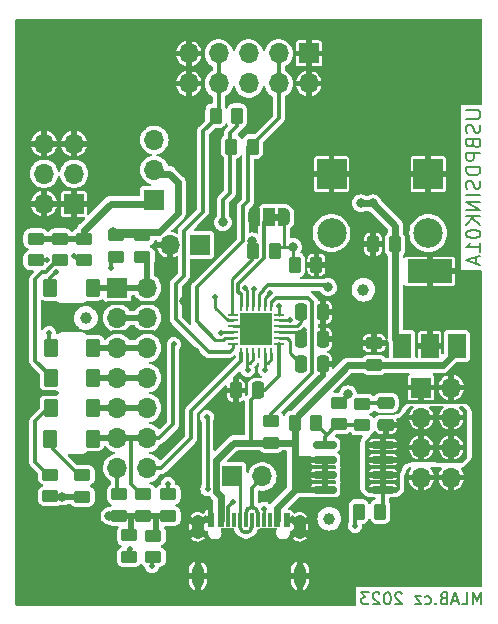
<source format=gbr>
%TF.GenerationSoftware,KiCad,Pcbnew,7.0.7-7.0.7~ubuntu23.04.1*%
%TF.CreationDate,2023-10-13T11:28:34+00:00*%
%TF.ProjectId,USBPDSINK01,55534250-4453-4494-9e4b-30312e6b6963,rev?*%
%TF.SameCoordinates,Original*%
%TF.FileFunction,Copper,L2,Bot*%
%TF.FilePolarity,Positive*%
%FSLAX46Y46*%
G04 Gerber Fmt 4.6, Leading zero omitted, Abs format (unit mm)*
G04 Created by KiCad (PCBNEW 7.0.7-7.0.7~ubuntu23.04.1) date 2023-10-13 11:28:34*
%MOMM*%
%LPD*%
G01*
G04 APERTURE LIST*
G04 Aperture macros list*
%AMRoundRect*
0 Rectangle with rounded corners*
0 $1 Rounding radius*
0 $2 $3 $4 $5 $6 $7 $8 $9 X,Y pos of 4 corners*
0 Add a 4 corners polygon primitive as box body*
4,1,4,$2,$3,$4,$5,$6,$7,$8,$9,$2,$3,0*
0 Add four circle primitives for the rounded corners*
1,1,$1+$1,$2,$3*
1,1,$1+$1,$4,$5*
1,1,$1+$1,$6,$7*
1,1,$1+$1,$8,$9*
0 Add four rect primitives between the rounded corners*
20,1,$1+$1,$2,$3,$4,$5,0*
20,1,$1+$1,$4,$5,$6,$7,0*
20,1,$1+$1,$6,$7,$8,$9,0*
20,1,$1+$1,$8,$9,$2,$3,0*%
%AMFreePoly0*
4,1,19,0.550000,-0.750000,0.000000,-0.750000,0.000000,-0.744911,-0.071157,-0.744911,-0.207708,-0.704816,-0.327430,-0.627875,-0.420627,-0.520320,-0.479746,-0.390866,-0.500000,-0.250000,-0.500000,0.250000,-0.479746,0.390866,-0.420627,0.520320,-0.327430,0.627875,-0.207708,0.704816,-0.071157,0.744911,0.000000,0.744911,0.000000,0.750000,0.550000,0.750000,0.550000,-0.750000,0.550000,-0.750000,
$1*%
%AMFreePoly1*
4,1,19,0.000000,0.744911,0.071157,0.744911,0.207708,0.704816,0.327430,0.627875,0.420627,0.520320,0.479746,0.390866,0.500000,0.250000,0.500000,-0.250000,0.479746,-0.390866,0.420627,-0.520320,0.327430,-0.627875,0.207708,-0.704816,0.071157,-0.744911,0.000000,-0.744911,0.000000,-0.750000,-0.550000,-0.750000,-0.550000,0.750000,0.000000,0.750000,0.000000,0.744911,0.000000,0.744911,
$1*%
G04 Aperture macros list end*
%ADD10C,0.150000*%
%TA.AperFunction,NonConductor*%
%ADD11C,0.150000*%
%TD*%
%ADD12C,0.200000*%
%TA.AperFunction,NonConductor*%
%ADD13C,0.200000*%
%TD*%
%TA.AperFunction,ComponentPad*%
%ADD14R,2.500000X2.500000*%
%TD*%
%TA.AperFunction,ComponentPad*%
%ADD15C,2.500000*%
%TD*%
%TA.AperFunction,ComponentPad*%
%ADD16C,6.000000*%
%TD*%
%TA.AperFunction,ComponentPad*%
%ADD17R,1.700000X1.700000*%
%TD*%
%TA.AperFunction,ComponentPad*%
%ADD18O,1.700000X1.700000*%
%TD*%
%TA.AperFunction,SMDPad,CuDef*%
%ADD19RoundRect,0.166667X0.458333X0.583333X-0.458333X0.583333X-0.458333X-0.583333X0.458333X-0.583333X0*%
%TD*%
%TA.AperFunction,SMDPad,CuDef*%
%ADD20RoundRect,0.166667X-0.458333X-0.583333X0.458333X-0.583333X0.458333X0.583333X-0.458333X0.583333X0*%
%TD*%
%TA.AperFunction,SMDPad,CuDef*%
%ADD21RoundRect,0.250000X-0.262500X-0.450000X0.262500X-0.450000X0.262500X0.450000X-0.262500X0.450000X0*%
%TD*%
%TA.AperFunction,SMDPad,CuDef*%
%ADD22RoundRect,0.250000X0.450000X-0.262500X0.450000X0.262500X-0.450000X0.262500X-0.450000X-0.262500X0*%
%TD*%
%TA.AperFunction,SMDPad,CuDef*%
%ADD23R,0.600000X1.150000*%
%TD*%
%TA.AperFunction,SMDPad,CuDef*%
%ADD24R,0.300000X1.150000*%
%TD*%
%TA.AperFunction,ComponentPad*%
%ADD25O,1.000000X2.000000*%
%TD*%
%TA.AperFunction,ComponentPad*%
%ADD26O,1.050000X2.100000*%
%TD*%
%TA.AperFunction,SMDPad,CuDef*%
%ADD27RoundRect,0.250000X0.250000X0.475000X-0.250000X0.475000X-0.250000X-0.475000X0.250000X-0.475000X0*%
%TD*%
%TA.AperFunction,SMDPad,CuDef*%
%ADD28RoundRect,0.250000X0.262500X0.450000X-0.262500X0.450000X-0.262500X-0.450000X0.262500X-0.450000X0*%
%TD*%
%TA.AperFunction,SMDPad,CuDef*%
%ADD29C,1.000000*%
%TD*%
%TA.AperFunction,SMDPad,CuDef*%
%ADD30RoundRect,0.250000X0.475000X-0.250000X0.475000X0.250000X-0.475000X0.250000X-0.475000X-0.250000X0*%
%TD*%
%TA.AperFunction,SMDPad,CuDef*%
%ADD31RoundRect,0.150000X-0.825000X-0.150000X0.825000X-0.150000X0.825000X0.150000X-0.825000X0.150000X0*%
%TD*%
%TA.AperFunction,SMDPad,CuDef*%
%ADD32RoundRect,0.250000X-0.250000X-0.475000X0.250000X-0.475000X0.250000X0.475000X-0.250000X0.475000X0*%
%TD*%
%TA.AperFunction,SMDPad,CuDef*%
%ADD33R,1.500000X2.000000*%
%TD*%
%TA.AperFunction,SMDPad,CuDef*%
%ADD34R,3.800000X2.000000*%
%TD*%
%TA.AperFunction,SMDPad,CuDef*%
%ADD35RoundRect,0.250000X-0.450000X0.262500X-0.450000X-0.262500X0.450000X-0.262500X0.450000X0.262500X0*%
%TD*%
%TA.AperFunction,SMDPad,CuDef*%
%ADD36RoundRect,0.062500X0.062500X-0.350000X0.062500X0.350000X-0.062500X0.350000X-0.062500X-0.350000X0*%
%TD*%
%TA.AperFunction,SMDPad,CuDef*%
%ADD37RoundRect,0.062500X0.350000X-0.062500X0.350000X0.062500X-0.350000X0.062500X-0.350000X-0.062500X0*%
%TD*%
%TA.AperFunction,SMDPad,CuDef*%
%ADD38R,2.700000X2.700000*%
%TD*%
%TA.AperFunction,SMDPad,CuDef*%
%ADD39FreePoly0,180.000000*%
%TD*%
%TA.AperFunction,SMDPad,CuDef*%
%ADD40R,1.000000X1.500000*%
%TD*%
%TA.AperFunction,SMDPad,CuDef*%
%ADD41FreePoly1,180.000000*%
%TD*%
%TA.AperFunction,ViaPad*%
%ADD42C,0.800000*%
%TD*%
%TA.AperFunction,ViaPad*%
%ADD43C,0.500000*%
%TD*%
%TA.AperFunction,Conductor*%
%ADD44C,0.250000*%
%TD*%
%TA.AperFunction,Conductor*%
%ADD45C,0.300000*%
%TD*%
%TA.AperFunction,Conductor*%
%ADD46C,0.500000*%
%TD*%
%TA.AperFunction,Conductor*%
%ADD47C,0.600000*%
%TD*%
G04 APERTURE END LIST*
D10*
D11*
X45023809Y5745181D02*
X45023809Y6745181D01*
X45023809Y6745181D02*
X44690476Y6030896D01*
X44690476Y6030896D02*
X44357143Y6745181D01*
X44357143Y6745181D02*
X44357143Y5745181D01*
X43404762Y5745181D02*
X43880952Y5745181D01*
X43880952Y5745181D02*
X43880952Y6745181D01*
X43119047Y6030896D02*
X42642857Y6030896D01*
X43214285Y5745181D02*
X42880952Y6745181D01*
X42880952Y6745181D02*
X42547619Y5745181D01*
X41880952Y6268991D02*
X41738095Y6221372D01*
X41738095Y6221372D02*
X41690476Y6173753D01*
X41690476Y6173753D02*
X41642857Y6078515D01*
X41642857Y6078515D02*
X41642857Y5935658D01*
X41642857Y5935658D02*
X41690476Y5840420D01*
X41690476Y5840420D02*
X41738095Y5792800D01*
X41738095Y5792800D02*
X41833333Y5745181D01*
X41833333Y5745181D02*
X42214285Y5745181D01*
X42214285Y5745181D02*
X42214285Y6745181D01*
X42214285Y6745181D02*
X41880952Y6745181D01*
X41880952Y6745181D02*
X41785714Y6697562D01*
X41785714Y6697562D02*
X41738095Y6649943D01*
X41738095Y6649943D02*
X41690476Y6554705D01*
X41690476Y6554705D02*
X41690476Y6459467D01*
X41690476Y6459467D02*
X41738095Y6364229D01*
X41738095Y6364229D02*
X41785714Y6316610D01*
X41785714Y6316610D02*
X41880952Y6268991D01*
X41880952Y6268991D02*
X42214285Y6268991D01*
X41214285Y5840420D02*
X41166666Y5792800D01*
X41166666Y5792800D02*
X41214285Y5745181D01*
X41214285Y5745181D02*
X41261904Y5792800D01*
X41261904Y5792800D02*
X41214285Y5840420D01*
X41214285Y5840420D02*
X41214285Y5745181D01*
X40309524Y5792800D02*
X40404762Y5745181D01*
X40404762Y5745181D02*
X40595238Y5745181D01*
X40595238Y5745181D02*
X40690476Y5792800D01*
X40690476Y5792800D02*
X40738095Y5840420D01*
X40738095Y5840420D02*
X40785714Y5935658D01*
X40785714Y5935658D02*
X40785714Y6221372D01*
X40785714Y6221372D02*
X40738095Y6316610D01*
X40738095Y6316610D02*
X40690476Y6364229D01*
X40690476Y6364229D02*
X40595238Y6411848D01*
X40595238Y6411848D02*
X40404762Y6411848D01*
X40404762Y6411848D02*
X40309524Y6364229D01*
X39976190Y6411848D02*
X39452381Y6411848D01*
X39452381Y6411848D02*
X39976190Y5745181D01*
X39976190Y5745181D02*
X39452381Y5745181D01*
X38357142Y6649943D02*
X38309523Y6697562D01*
X38309523Y6697562D02*
X38214285Y6745181D01*
X38214285Y6745181D02*
X37976190Y6745181D01*
X37976190Y6745181D02*
X37880952Y6697562D01*
X37880952Y6697562D02*
X37833333Y6649943D01*
X37833333Y6649943D02*
X37785714Y6554705D01*
X37785714Y6554705D02*
X37785714Y6459467D01*
X37785714Y6459467D02*
X37833333Y6316610D01*
X37833333Y6316610D02*
X38404761Y5745181D01*
X38404761Y5745181D02*
X37785714Y5745181D01*
X37166666Y6745181D02*
X37071428Y6745181D01*
X37071428Y6745181D02*
X36976190Y6697562D01*
X36976190Y6697562D02*
X36928571Y6649943D01*
X36928571Y6649943D02*
X36880952Y6554705D01*
X36880952Y6554705D02*
X36833333Y6364229D01*
X36833333Y6364229D02*
X36833333Y6126134D01*
X36833333Y6126134D02*
X36880952Y5935658D01*
X36880952Y5935658D02*
X36928571Y5840420D01*
X36928571Y5840420D02*
X36976190Y5792800D01*
X36976190Y5792800D02*
X37071428Y5745181D01*
X37071428Y5745181D02*
X37166666Y5745181D01*
X37166666Y5745181D02*
X37261904Y5792800D01*
X37261904Y5792800D02*
X37309523Y5840420D01*
X37309523Y5840420D02*
X37357142Y5935658D01*
X37357142Y5935658D02*
X37404761Y6126134D01*
X37404761Y6126134D02*
X37404761Y6364229D01*
X37404761Y6364229D02*
X37357142Y6554705D01*
X37357142Y6554705D02*
X37309523Y6649943D01*
X37309523Y6649943D02*
X37261904Y6697562D01*
X37261904Y6697562D02*
X37166666Y6745181D01*
X36452380Y6649943D02*
X36404761Y6697562D01*
X36404761Y6697562D02*
X36309523Y6745181D01*
X36309523Y6745181D02*
X36071428Y6745181D01*
X36071428Y6745181D02*
X35976190Y6697562D01*
X35976190Y6697562D02*
X35928571Y6649943D01*
X35928571Y6649943D02*
X35880952Y6554705D01*
X35880952Y6554705D02*
X35880952Y6459467D01*
X35880952Y6459467D02*
X35928571Y6316610D01*
X35928571Y6316610D02*
X36499999Y5745181D01*
X36499999Y5745181D02*
X35880952Y5745181D01*
X35547618Y6745181D02*
X34928571Y6745181D01*
X34928571Y6745181D02*
X35261904Y6364229D01*
X35261904Y6364229D02*
X35119047Y6364229D01*
X35119047Y6364229D02*
X35023809Y6316610D01*
X35023809Y6316610D02*
X34976190Y6268991D01*
X34976190Y6268991D02*
X34928571Y6173753D01*
X34928571Y6173753D02*
X34928571Y5935658D01*
X34928571Y5935658D02*
X34976190Y5840420D01*
X34976190Y5840420D02*
X35023809Y5792800D01*
X35023809Y5792800D02*
X35119047Y5745181D01*
X35119047Y5745181D02*
X35404761Y5745181D01*
X35404761Y5745181D02*
X35499999Y5792800D01*
X35499999Y5792800D02*
X35547618Y5840420D01*
D12*
D13*
X43794742Y47557143D02*
X44766171Y47557143D01*
X44766171Y47557143D02*
X44880457Y47500000D01*
X44880457Y47500000D02*
X44937600Y47442857D01*
X44937600Y47442857D02*
X44994742Y47328572D01*
X44994742Y47328572D02*
X44994742Y47100000D01*
X44994742Y47100000D02*
X44937600Y46985715D01*
X44937600Y46985715D02*
X44880457Y46928572D01*
X44880457Y46928572D02*
X44766171Y46871429D01*
X44766171Y46871429D02*
X43794742Y46871429D01*
X44937600Y46357143D02*
X44994742Y46185714D01*
X44994742Y46185714D02*
X44994742Y45900000D01*
X44994742Y45900000D02*
X44937600Y45785714D01*
X44937600Y45785714D02*
X44880457Y45728572D01*
X44880457Y45728572D02*
X44766171Y45671429D01*
X44766171Y45671429D02*
X44651885Y45671429D01*
X44651885Y45671429D02*
X44537600Y45728572D01*
X44537600Y45728572D02*
X44480457Y45785714D01*
X44480457Y45785714D02*
X44423314Y45900000D01*
X44423314Y45900000D02*
X44366171Y46128572D01*
X44366171Y46128572D02*
X44309028Y46242857D01*
X44309028Y46242857D02*
X44251885Y46300000D01*
X44251885Y46300000D02*
X44137600Y46357143D01*
X44137600Y46357143D02*
X44023314Y46357143D01*
X44023314Y46357143D02*
X43909028Y46300000D01*
X43909028Y46300000D02*
X43851885Y46242857D01*
X43851885Y46242857D02*
X43794742Y46128572D01*
X43794742Y46128572D02*
X43794742Y45842857D01*
X43794742Y45842857D02*
X43851885Y45671429D01*
X44366171Y44757143D02*
X44423314Y44585715D01*
X44423314Y44585715D02*
X44480457Y44528572D01*
X44480457Y44528572D02*
X44594742Y44471429D01*
X44594742Y44471429D02*
X44766171Y44471429D01*
X44766171Y44471429D02*
X44880457Y44528572D01*
X44880457Y44528572D02*
X44937600Y44585715D01*
X44937600Y44585715D02*
X44994742Y44700000D01*
X44994742Y44700000D02*
X44994742Y45157143D01*
X44994742Y45157143D02*
X43794742Y45157143D01*
X43794742Y45157143D02*
X43794742Y44757143D01*
X43794742Y44757143D02*
X43851885Y44642857D01*
X43851885Y44642857D02*
X43909028Y44585715D01*
X43909028Y44585715D02*
X44023314Y44528572D01*
X44023314Y44528572D02*
X44137600Y44528572D01*
X44137600Y44528572D02*
X44251885Y44585715D01*
X44251885Y44585715D02*
X44309028Y44642857D01*
X44309028Y44642857D02*
X44366171Y44757143D01*
X44366171Y44757143D02*
X44366171Y45157143D01*
X44994742Y43957143D02*
X43794742Y43957143D01*
X43794742Y43957143D02*
X43794742Y43500000D01*
X43794742Y43500000D02*
X43851885Y43385715D01*
X43851885Y43385715D02*
X43909028Y43328572D01*
X43909028Y43328572D02*
X44023314Y43271429D01*
X44023314Y43271429D02*
X44194742Y43271429D01*
X44194742Y43271429D02*
X44309028Y43328572D01*
X44309028Y43328572D02*
X44366171Y43385715D01*
X44366171Y43385715D02*
X44423314Y43500000D01*
X44423314Y43500000D02*
X44423314Y43957143D01*
X44994742Y42757143D02*
X43794742Y42757143D01*
X43794742Y42757143D02*
X43794742Y42471429D01*
X43794742Y42471429D02*
X43851885Y42300000D01*
X43851885Y42300000D02*
X43966171Y42185715D01*
X43966171Y42185715D02*
X44080457Y42128572D01*
X44080457Y42128572D02*
X44309028Y42071429D01*
X44309028Y42071429D02*
X44480457Y42071429D01*
X44480457Y42071429D02*
X44709028Y42128572D01*
X44709028Y42128572D02*
X44823314Y42185715D01*
X44823314Y42185715D02*
X44937600Y42300000D01*
X44937600Y42300000D02*
X44994742Y42471429D01*
X44994742Y42471429D02*
X44994742Y42757143D01*
X44937600Y41614286D02*
X44994742Y41442857D01*
X44994742Y41442857D02*
X44994742Y41157143D01*
X44994742Y41157143D02*
X44937600Y41042857D01*
X44937600Y41042857D02*
X44880457Y40985715D01*
X44880457Y40985715D02*
X44766171Y40928572D01*
X44766171Y40928572D02*
X44651885Y40928572D01*
X44651885Y40928572D02*
X44537600Y40985715D01*
X44537600Y40985715D02*
X44480457Y41042857D01*
X44480457Y41042857D02*
X44423314Y41157143D01*
X44423314Y41157143D02*
X44366171Y41385715D01*
X44366171Y41385715D02*
X44309028Y41500000D01*
X44309028Y41500000D02*
X44251885Y41557143D01*
X44251885Y41557143D02*
X44137600Y41614286D01*
X44137600Y41614286D02*
X44023314Y41614286D01*
X44023314Y41614286D02*
X43909028Y41557143D01*
X43909028Y41557143D02*
X43851885Y41500000D01*
X43851885Y41500000D02*
X43794742Y41385715D01*
X43794742Y41385715D02*
X43794742Y41100000D01*
X43794742Y41100000D02*
X43851885Y40928572D01*
X44994742Y40414286D02*
X43794742Y40414286D01*
X44994742Y39842857D02*
X43794742Y39842857D01*
X43794742Y39842857D02*
X44994742Y39157143D01*
X44994742Y39157143D02*
X43794742Y39157143D01*
X44994742Y38585714D02*
X43794742Y38585714D01*
X44994742Y37900000D02*
X44309028Y38414286D01*
X43794742Y37900000D02*
X44480457Y38585714D01*
X43794742Y37157143D02*
X43794742Y37042857D01*
X43794742Y37042857D02*
X43851885Y36928571D01*
X43851885Y36928571D02*
X43909028Y36871428D01*
X43909028Y36871428D02*
X44023314Y36814286D01*
X44023314Y36814286D02*
X44251885Y36757143D01*
X44251885Y36757143D02*
X44537600Y36757143D01*
X44537600Y36757143D02*
X44766171Y36814286D01*
X44766171Y36814286D02*
X44880457Y36871428D01*
X44880457Y36871428D02*
X44937600Y36928571D01*
X44937600Y36928571D02*
X44994742Y37042857D01*
X44994742Y37042857D02*
X44994742Y37157143D01*
X44994742Y37157143D02*
X44937600Y37271428D01*
X44937600Y37271428D02*
X44880457Y37328571D01*
X44880457Y37328571D02*
X44766171Y37385714D01*
X44766171Y37385714D02*
X44537600Y37442857D01*
X44537600Y37442857D02*
X44251885Y37442857D01*
X44251885Y37442857D02*
X44023314Y37385714D01*
X44023314Y37385714D02*
X43909028Y37328571D01*
X43909028Y37328571D02*
X43851885Y37271428D01*
X43851885Y37271428D02*
X43794742Y37157143D01*
X44994742Y35614286D02*
X44994742Y36300000D01*
X44994742Y35957143D02*
X43794742Y35957143D01*
X43794742Y35957143D02*
X43966171Y36071429D01*
X43966171Y36071429D02*
X44080457Y36185714D01*
X44080457Y36185714D02*
X44137600Y36300000D01*
X44651885Y35157143D02*
X44651885Y34585714D01*
X44994742Y35271429D02*
X43794742Y34871429D01*
X43794742Y34871429D02*
X44994742Y34471429D01*
%TA.AperFunction,EtchedComponent*%
%TO.C,JP2*%
G36*
X28000000Y38222500D02*
G01*
X27500000Y38222500D01*
X27500000Y38822500D01*
X28000000Y38822500D01*
X28000000Y38222500D01*
G37*
%TD.AperFunction*%
%TD*%
D14*
%TO.P,J7,1*%
%TO.N,GND*%
X40600000Y42180000D03*
X32400000Y42180000D03*
D15*
%TO.P,J7,2*%
%TO.N,VDC*%
X40600000Y37180000D03*
X32400000Y37180000D03*
%TD*%
D16*
%TO.P,M3,1*%
%TO.N,GND*%
X10160000Y10160000D03*
%TD*%
D17*
%TO.P,J2,1*%
%TO.N,GND*%
X30475000Y52380000D03*
D18*
%TO.P,J2,2*%
X30475000Y49840000D03*
%TO.P,J2,3*%
%TO.N,/SDA*%
X27935000Y52380000D03*
%TO.P,J2,4*%
X27935000Y49840000D03*
%TO.P,J2,5*%
%TO.N,/EXT_PWR*%
X25395000Y52380000D03*
%TO.P,J2,6*%
X25395000Y49840000D03*
%TO.P,J2,7*%
%TO.N,/SCL*%
X22855000Y52380000D03*
%TO.P,J2,8*%
X22855000Y49840000D03*
%TO.P,J2,9*%
%TO.N,GND*%
X20315000Y52380000D03*
%TO.P,J2,10*%
X20315000Y49840000D03*
%TD*%
D17*
%TO.P,JP3,1,A*%
%TO.N,+3V3*%
X17400000Y39980000D03*
D18*
%TO.P,JP3,2,C*%
%TO.N,VCC*%
X17400000Y42520000D03*
%TO.P,JP3,3,B*%
%TO.N,/EXT_PWR*%
X17400000Y45060000D03*
%TD*%
D17*
%TO.P,J4,1*%
%TO.N,GND*%
X10600000Y39655000D03*
D18*
%TO.P,J4,2*%
X8060000Y39655000D03*
%TO.P,J4,3*%
%TO.N,/EXT_PWR*%
X10600000Y42195000D03*
%TO.P,J4,4*%
X8060000Y42195000D03*
%TO.P,J4,5*%
%TO.N,GND*%
X10600000Y44735000D03*
%TO.P,J4,6*%
X8060000Y44735000D03*
%TD*%
D17*
%TO.P,J5,1*%
%TO.N,Net-(J1-D+-PadA6)*%
X24000000Y16570000D03*
D18*
%TO.P,J5,2*%
%TO.N,Net-(J1-D--PadA7)*%
X26540000Y16570000D03*
%TD*%
D16*
%TO.P,M2,1*%
%TO.N,GND*%
X40640000Y50800000D03*
%TD*%
%TO.P,M1,1*%
%TO.N,GND*%
X10160000Y50800000D03*
%TD*%
D17*
%TO.P,J3,1*%
%TO.N,GND*%
X40000000Y24100000D03*
D18*
%TO.P,J3,2*%
X42540000Y24100000D03*
%TO.P,J3,3*%
%TO.N,VDC*%
X40000000Y21560000D03*
%TO.P,J3,4*%
X42540000Y21560000D03*
%TO.P,J3,5*%
X40000000Y19020000D03*
%TO.P,J3,6*%
X42540000Y19020000D03*
%TO.P,J3,7*%
%TO.N,GND*%
X40000000Y16480000D03*
%TO.P,J3,8*%
X42540000Y16480000D03*
%TD*%
D17*
%TO.P,J6,1*%
%TO.N,/ALERT*%
X14255000Y32525000D03*
D18*
%TO.P,J6,2*%
X16795000Y32525000D03*
%TO.P,J6,3*%
%TO.N,/SIDE*%
X14255000Y29985000D03*
%TO.P,J6,4*%
X16795000Y29985000D03*
%TO.P,J6,5*%
%TO.N,/ATTACH*%
X14255000Y27445000D03*
%TO.P,J6,6*%
X16795000Y27445000D03*
%TO.P,J6,7*%
%TO.N,/GPIO*%
X14255000Y24905000D03*
%TO.P,J6,8*%
X16795000Y24905000D03*
%TO.P,J6,9*%
%TO.N,/PWR_OK2*%
X14255000Y22365000D03*
%TO.P,J6,10*%
X16795000Y22365000D03*
%TO.P,J6,11*%
%TO.N,/PWR_OK3*%
X14255000Y19825000D03*
%TO.P,J6,12*%
X16795000Y19825000D03*
%TO.P,J6,13*%
%TO.N,/RESET*%
X14255000Y17285000D03*
%TO.P,J6,14*%
X16795000Y17285000D03*
%TD*%
D16*
%TO.P,M4,1*%
%TO.N,GND*%
X40640000Y10160000D03*
%TD*%
D17*
%TO.P,JP1,1,A*%
%TO.N,/ADDR0*%
X21240000Y36180000D03*
D18*
%TO.P,JP1,2,B*%
%TO.N,GND*%
X18700000Y36180000D03*
%TD*%
D19*
%TO.P,D5,1,K*%
%TO.N,/ATTACH*%
X12225000Y27480000D03*
D20*
%TO.P,D5,2,A*%
%TO.N,Net-(D5-A)*%
X8625000Y27480000D03*
%TD*%
D21*
%TO.P,R10,1*%
%TO.N,VBUS*%
X29287500Y21100000D03*
%TO.P,R10,2*%
%TO.N,Net-(Q2-G)*%
X31112500Y21100000D03*
%TD*%
D22*
%TO.P,R12,1*%
%TO.N,Net-(Q2-G)*%
X33000000Y20987500D03*
%TO.P,R12,2*%
%TO.N,/VBUS_EN_SINK*%
X33000000Y22812500D03*
%TD*%
D23*
%TO.P,J1,A1/B12,GND*%
%TO.N,GND*%
X28600000Y12890000D03*
%TO.P,J1,A4/B9,VBUS*%
%TO.N,VBUS*%
X27800000Y12890000D03*
D24*
%TO.P,J1,A5,CC1*%
%TO.N,Net-(J1-CC1)*%
X26650000Y12890000D03*
%TO.P,J1,A6,D+*%
%TO.N,Net-(J1-D+-PadA6)*%
X25650000Y12890000D03*
%TO.P,J1,A7,D-*%
%TO.N,Net-(J1-D--PadA7)*%
X25150000Y12890000D03*
%TO.P,J1,A8,SBU1*%
%TO.N,unconnected-(J1-SBU1-PadA8)*%
X24150000Y12890000D03*
D23*
%TO.P,J1,B1/A12,GND*%
%TO.N,GND*%
X22200000Y12890000D03*
%TO.P,J1,B4/A9,VBUS*%
%TO.N,VBUS*%
X23000000Y12890000D03*
D24*
%TO.P,J1,B5,CC2*%
%TO.N,Net-(J1-CC2)*%
X23650000Y12890000D03*
%TO.P,J1,B6,D+*%
%TO.N,Net-(J1-D+-PadA6)*%
X24650000Y12890000D03*
%TO.P,J1,B7,D-*%
%TO.N,Net-(J1-D--PadA7)*%
X26150000Y12890000D03*
%TO.P,J1,B8,SBU2*%
%TO.N,unconnected-(J1-SBU2-PadB8)*%
X27150000Y12890000D03*
D25*
%TO.P,J1,G1,SHIELD*%
%TO.N,GND*%
X29720000Y8135000D03*
%TO.P,J1,G2,SHIELD*%
X21080000Y8135000D03*
D26*
%TO.P,J1,G3,SHIELD*%
X29720000Y12315000D03*
%TO.P,J1,G4,SHIELD*%
X21080000Y12315000D03*
%TD*%
D27*
%TO.P,C5,1*%
%TO.N,+3V3*%
X37800000Y36230000D03*
%TO.P,C5,2*%
%TO.N,GND*%
X35900000Y36230000D03*
%TD*%
D28*
%TO.P,R8,1*%
%TO.N,VDC*%
X36525000Y13600000D03*
%TO.P,R8,2*%
%TO.N,/DISCH*%
X34700000Y13600000D03*
%TD*%
%TO.P,R22,1*%
%TO.N,GND*%
X31125000Y34480000D03*
%TO.P,R22,2*%
%TO.N,VCC*%
X29300000Y34480000D03*
%TD*%
D29*
%TO.P,FID3,*%
%TO.N,*%
X35100000Y32380000D03*
%TD*%
D30*
%TO.P,C6,1*%
%TO.N,VBUS*%
X36000000Y25980000D03*
%TO.P,C6,2*%
%TO.N,GND*%
X36000000Y27880000D03*
%TD*%
D31*
%TO.P,Q2,1,S*%
%TO.N,VBUS*%
X31820000Y15460000D03*
%TO.P,Q2,2,S*%
X31820000Y16730000D03*
%TO.P,Q2,3,S*%
X31820000Y18000000D03*
%TO.P,Q2,4,G*%
%TO.N,Net-(Q2-G)*%
X31820000Y19270000D03*
%TO.P,Q2,5,D*%
%TO.N,VDC*%
X36770000Y19270000D03*
%TO.P,Q2,6,D*%
X36770000Y18000000D03*
%TO.P,Q2,7,D*%
X36770000Y16730000D03*
%TO.P,Q2,8,D*%
X36770000Y15460000D03*
%TD*%
D32*
%TO.P,C2,1*%
%TO.N,Net-(U1-VREG_1V2)*%
X29800000Y30480000D03*
%TO.P,C2,2*%
%TO.N,GND*%
X31700000Y30480000D03*
%TD*%
D33*
%TO.P,U2,1,VI*%
%TO.N,VBUS*%
X43000000Y27630000D03*
%TO.P,U2,2,GND*%
%TO.N,GND*%
X40700000Y27630000D03*
D34*
X40700000Y33930000D03*
D33*
%TO.P,U2,3,VO*%
%TO.N,+3V3*%
X38400000Y27630000D03*
%TD*%
D27*
%TO.P,C8,1*%
%TO.N,VBUS*%
X26200000Y23850000D03*
%TO.P,C8,2*%
%TO.N,GND*%
X24300000Y23850000D03*
%TD*%
D35*
%TO.P,R16,1*%
%TO.N,VCC*%
X14190000Y36975000D03*
%TO.P,R16,2*%
%TO.N,/SIDE*%
X14190000Y35150000D03*
%TD*%
D22*
%TO.P,R9,1*%
%TO.N,VBUS*%
X27300000Y19425000D03*
%TO.P,R9,2*%
%TO.N,/VBUS_VS_DISCH*%
X27300000Y21250000D03*
%TD*%
D35*
%TO.P,R6,1*%
%TO.N,+3V3*%
X11470000Y36715000D03*
%TO.P,R6,2*%
%TO.N,Net-(D1-A)*%
X11470000Y34890000D03*
%TD*%
D32*
%TO.P,C1,1*%
%TO.N,Net-(U1-VREG_2V7)*%
X29800000Y26080000D03*
%TO.P,C1,2*%
%TO.N,GND*%
X31700000Y26080000D03*
%TD*%
D22*
%TO.P,R20,1*%
%TO.N,VCC*%
X16480000Y13230000D03*
%TO.P,R20,2*%
%TO.N,/PWR_OK3*%
X16480000Y15055000D03*
%TD*%
D35*
%TO.P,R18,1*%
%TO.N,VCC*%
X17310000Y11560000D03*
%TO.P,R18,2*%
%TO.N,/GPIO*%
X17310000Y9735000D03*
%TD*%
D19*
%TO.P,D3,1,K*%
%TO.N,/PWR_OK2*%
X12215000Y22346668D03*
D20*
%TO.P,D3,2,A*%
%TO.N,Net-(D3-A)*%
X8615000Y22346668D03*
%TD*%
D29*
%TO.P,FID2,*%
%TO.N,*%
X32200000Y12980000D03*
%TD*%
D21*
%TO.P,R13,1*%
%TO.N,VCC*%
X23900000Y44500000D03*
%TO.P,R13,2*%
%TO.N,/SDA*%
X25725000Y44500000D03*
%TD*%
D19*
%TO.P,D2,1,K*%
%TO.N,/GPIO*%
X12225000Y24913334D03*
D20*
%TO.P,D2,2,A*%
%TO.N,Net-(D2-A)*%
X8625000Y24913334D03*
%TD*%
D29*
%TO.P,FID1,*%
%TO.N,*%
X11600000Y29980000D03*
%TD*%
D22*
%TO.P,R3,1*%
%TO.N,+3V3*%
X11300000Y14870000D03*
%TO.P,R3,2*%
%TO.N,Net-(D4-A)*%
X11300000Y16695000D03*
%TD*%
D36*
%TO.P,U1,1,CC1DB*%
%TO.N,Net-(J1-CC1)*%
X27275000Y27062500D03*
%TO.P,U1,2,CC1*%
X26775000Y27062500D03*
%TO.P,U1,3,NC*%
%TO.N,unconnected-(U1-NC-Pad3)*%
X26275000Y27062500D03*
%TO.P,U1,4,CC2*%
%TO.N,Net-(J1-CC2)*%
X25775000Y27062500D03*
%TO.P,U1,5,CC2DB*%
X25275000Y27062500D03*
%TO.P,U1,6,RESET*%
%TO.N,/RESET*%
X24775000Y27062500D03*
D37*
%TO.P,U1,7,SCL*%
%TO.N,/SCL*%
X24062500Y27775000D03*
%TO.P,U1,8,SDA*%
%TO.N,/SDA*%
X24062500Y28275000D03*
%TO.P,U1,9,DISCH*%
%TO.N,/DISCH*%
X24062500Y28775000D03*
%TO.P,U1,10,GND*%
%TO.N,GND*%
X24062500Y29275000D03*
%TO.P,U1,11,ATTACH*%
%TO.N,/ATTACH*%
X24062500Y29775000D03*
%TO.P,U1,12,ADDR0*%
%TO.N,/ADDR0*%
X24062500Y30275000D03*
D36*
%TO.P,U1,13,ADDR1*%
%TO.N,/ADDR1*%
X24775000Y30987500D03*
%TO.P,U1,14,POWER_OK3*%
%TO.N,/PWR_OK3*%
X25275000Y30987500D03*
%TO.P,U1,15,GPIO*%
%TO.N,/GPIO*%
X25775000Y30987500D03*
%TO.P,U1,16,VBUS_EN_SNK*%
%TO.N,/VBUS_EN_SINK*%
X26275000Y30987500D03*
%TO.P,U1,17,A_B_SIDE*%
%TO.N,/SIDE*%
X26775000Y30987500D03*
%TO.P,U1,18,VBUS_VS_DISCH*%
%TO.N,/VBUS_VS_DISCH*%
X27275000Y30987500D03*
D37*
%TO.P,U1,19,ALERT*%
%TO.N,/ALERT*%
X27987500Y30275000D03*
%TO.P,U1,20,POWER_OK2*%
%TO.N,/PWR_OK2*%
X27987500Y29775000D03*
%TO.P,U1,21,VREG_1V2*%
%TO.N,Net-(U1-VREG_1V2)*%
X27987500Y29275000D03*
%TO.P,U1,22,VSYS*%
%TO.N,VCC*%
X27987500Y28775000D03*
%TO.P,U1,23,VREG_2V7*%
%TO.N,Net-(U1-VREG_2V7)*%
X27987500Y28275000D03*
%TO.P,U1,24,VDD*%
%TO.N,VBUS*%
X27987500Y27775000D03*
D38*
%TO.P,U1,25,GND*%
%TO.N,GND*%
X26025000Y29025000D03*
%TD*%
D35*
%TO.P,R17,1*%
%TO.N,VCC*%
X15270000Y11570000D03*
%TO.P,R17,2*%
%TO.N,/ATTACH*%
X15270000Y9745000D03*
%TD*%
D19*
%TO.P,D1,1,K*%
%TO.N,/ALERT*%
X12190000Y32515000D03*
D20*
%TO.P,D1,2,A*%
%TO.N,Net-(D1-A)*%
X8590000Y32515000D03*
%TD*%
D35*
%TO.P,R15,1*%
%TO.N,VCC*%
X16380000Y36972500D03*
%TO.P,R15,2*%
%TO.N,/ALERT*%
X16380000Y35147500D03*
%TD*%
D19*
%TO.P,D4,1,K*%
%TO.N,/PWR_OK3*%
X12200000Y19780000D03*
D20*
%TO.P,D4,2,A*%
%TO.N,Net-(D4-A)*%
X8600000Y19780000D03*
%TD*%
D35*
%TO.P,R7,1*%
%TO.N,+3V3*%
X7370000Y36702500D03*
%TO.P,R7,2*%
%TO.N,Net-(D5-A)*%
X7370000Y34877500D03*
%TD*%
%TO.P,R5,1*%
%TO.N,+3V3*%
X9420000Y36702500D03*
%TO.P,R5,2*%
%TO.N,Net-(D2-A)*%
X9420000Y34877500D03*
%TD*%
D32*
%TO.P,C7,1*%
%TO.N,VCC*%
X29800000Y28190000D03*
%TO.P,C7,2*%
%TO.N,GND*%
X31700000Y28190000D03*
%TD*%
D39*
%TO.P,JP2,1,A*%
%TO.N,VCC*%
X28400000Y38522500D03*
D40*
%TO.P,JP2,2,C*%
%TO.N,/ADDR1*%
X27100000Y38522500D03*
D41*
%TO.P,JP2,3,B*%
%TO.N,GND*%
X25800000Y38522500D03*
%TD*%
D22*
%TO.P,R21,1*%
%TO.N,VCC*%
X14410000Y13230000D03*
%TO.P,R21,2*%
%TO.N,/RESET*%
X14410000Y15055000D03*
%TD*%
D30*
%TO.P,C4,1*%
%TO.N,VDC*%
X37000000Y20900000D03*
%TO.P,C4,2*%
%TO.N,Net-(C4-Pad2)*%
X37000000Y22800000D03*
%TD*%
D28*
%TO.P,R14,1*%
%TO.N,VCC*%
X24412500Y47100000D03*
%TO.P,R14,2*%
%TO.N,/SCL*%
X22587500Y47100000D03*
%TD*%
%TO.P,R1,1*%
%TO.N,VCC*%
X27575000Y35680000D03*
%TO.P,R1,2*%
%TO.N,/ADDR0*%
X25750000Y35680000D03*
%TD*%
D22*
%TO.P,R4,1*%
%TO.N,+3V3*%
X8600000Y14900000D03*
%TO.P,R4,2*%
%TO.N,Net-(D3-A)*%
X8600000Y16725000D03*
%TD*%
D35*
%TO.P,R11,1*%
%TO.N,Net-(C4-Pad2)*%
X35000000Y22725000D03*
%TO.P,R11,2*%
%TO.N,Net-(Q2-G)*%
X35000000Y20900000D03*
%TD*%
D22*
%TO.P,R19,1*%
%TO.N,VCC*%
X18570000Y13225000D03*
%TO.P,R19,2*%
%TO.N,/PWR_OK2*%
X18570000Y15050000D03*
%TD*%
D42*
%TO.N,GND*%
X29800000Y14150000D03*
X18000000Y31300000D03*
D43*
X25300000Y28400000D03*
X26760000Y28419000D03*
X25300000Y29700000D03*
D42*
X26300000Y18200000D03*
X9400000Y30300000D03*
X23100000Y22050000D03*
D43*
X26760000Y29689000D03*
D42*
X26300000Y48100000D03*
X23900000Y11100000D03*
X19950000Y31450000D03*
X20800000Y27080000D03*
D43*
%TO.N,/ALERT*%
X27987500Y30962000D03*
%TO.N,Net-(D1-A)*%
X9084085Y33900438D03*
X10565061Y35218686D03*
%TO.N,/GPIO*%
X25853726Y32445614D03*
X17200000Y8980000D03*
%TO.N,/PWR_OK2*%
X18560000Y15930000D03*
X28850500Y29849500D03*
%TO.N,/PWR_OK3*%
X25062271Y32517729D03*
X19050000Y27750000D03*
%TO.N,/ATTACH*%
X15300000Y10400000D03*
X22518200Y31746400D03*
%TO.N,Net-(D5-A)*%
X8500000Y28680000D03*
X8270500Y34900000D03*
%TO.N,Net-(J1-CC1)*%
X26694401Y13842195D03*
X26800000Y25600000D03*
%TO.N,Net-(J1-CC2)*%
X24078000Y14400000D03*
X25300000Y25600000D03*
%TO.N,/SIDE*%
X13700000Y34200000D03*
X27230708Y32143175D03*
D42*
%TO.N,/ADDR0*%
X25700000Y36480000D03*
%TO.N,+3V3*%
X34900000Y39700000D03*
X9600000Y14870000D03*
X35900000Y39700000D03*
%TO.N,VCC*%
X23200000Y38080000D03*
X29150000Y36030000D03*
X13900000Y37280000D03*
D43*
X30100000Y29000134D03*
D42*
X13600000Y13250000D03*
D43*
%TO.N,/DISCH*%
X21850000Y21600000D03*
X34400000Y12400000D03*
X21900500Y15500000D03*
X23000000Y28700000D03*
D42*
%TO.N,/VBUS_EN_SINK*%
X32109500Y32600000D03*
X33795800Y23516800D03*
%TD*%
D44*
%TO.N,Net-(U1-VREG_2V7)*%
X28850000Y28050000D02*
X28850000Y27050000D01*
X28850000Y27050000D02*
X29800000Y26100000D01*
X28625000Y28275000D02*
X28850000Y28050000D01*
X27987500Y28275000D02*
X28625000Y28275000D01*
D45*
%TO.N,GND*%
X38700000Y22880000D02*
X44000000Y22880000D01*
X13900000Y28780000D02*
X17300000Y28780000D01*
D44*
X24062500Y29275000D02*
X25775000Y29275000D01*
D45*
X13500000Y31280000D02*
X17250000Y31280000D01*
D44*
%TO.N,Net-(U1-VREG_1V2)*%
X27987500Y29275000D02*
X29470200Y29275000D01*
X29800000Y29604800D02*
X29800000Y30480000D01*
X29470200Y29275000D02*
X29800000Y29604800D01*
D45*
%TO.N,Net-(C4-Pad2)*%
X37000000Y22800000D02*
X35075000Y22800000D01*
X35075000Y22800000D02*
X35000000Y22725000D01*
D46*
%TO.N,/ALERT*%
X16795000Y34732500D02*
X16795000Y32525000D01*
X12240000Y32525000D02*
X16795000Y32525000D01*
X12275000Y32480000D02*
X12240000Y32515000D01*
X12240000Y32515000D02*
X12240000Y32525000D01*
D44*
X27987500Y30962000D02*
X27987500Y30275000D01*
D45*
%TO.N,Net-(D1-A)*%
X10893747Y34890000D02*
X11470000Y34890000D01*
X10565061Y35218686D02*
X10893747Y34890000D01*
X8590000Y33406353D02*
X8590000Y32515000D01*
X9084085Y33900438D02*
X8590000Y33406353D01*
D46*
%TO.N,/GPIO*%
X12225000Y24913334D02*
X12233334Y24905000D01*
D44*
X25775000Y32366888D02*
X25775000Y30987500D01*
D45*
X17200000Y9625000D02*
X17310000Y9735000D01*
D46*
X12233334Y24905000D02*
X16795000Y24905000D01*
D44*
X25853726Y32445614D02*
X25775000Y32366888D01*
D45*
X17200000Y8980000D02*
X17200000Y9625000D01*
%TO.N,Net-(D2-A)*%
X9197500Y34877500D02*
X8200000Y33880000D01*
X7300000Y33259382D02*
X7300000Y26380000D01*
X7920618Y33880000D02*
X7300000Y33259382D01*
X8200000Y33880000D02*
X7920618Y33880000D01*
X7300000Y26380000D02*
X8625000Y25055000D01*
X9420000Y34877500D02*
X9197500Y34877500D01*
D46*
%TO.N,/PWR_OK2*%
X12619166Y22365000D02*
X17180834Y22365000D01*
D44*
X28850500Y29849500D02*
X28776000Y29775000D01*
D46*
X12215000Y22346668D02*
X12233332Y22365000D01*
D44*
X28776000Y29775000D02*
X27987500Y29775000D01*
D45*
X18560000Y15930000D02*
X18560000Y15060000D01*
X18560000Y15060000D02*
X18570000Y15050000D01*
%TO.N,Net-(D3-A)*%
X8377500Y16725000D02*
X8600000Y16725000D01*
X7300000Y17802500D02*
X8377500Y16725000D01*
X8425000Y22346668D02*
X7300000Y21221668D01*
X7300000Y21221668D02*
X7300000Y17802500D01*
%TO.N,/PWR_OK3*%
X16298800Y15055000D02*
X16480000Y15055000D01*
D46*
X12752500Y19825000D02*
X16247500Y19825000D01*
D44*
X25275000Y32305000D02*
X25275000Y30987500D01*
D45*
X15455000Y19810000D02*
X15455000Y15898800D01*
X19050000Y27750000D02*
X19000000Y27700000D01*
X19000000Y27700000D02*
X19000000Y21000000D01*
X15455000Y15898800D02*
X16298800Y15055000D01*
X17825000Y19825000D02*
X16795000Y19825000D01*
X19000000Y21000000D02*
X17825000Y19825000D01*
D44*
X25062271Y32517729D02*
X25275000Y32305000D01*
D45*
%TO.N,Net-(D4-A)*%
X8800000Y19390000D02*
X8800000Y18880000D01*
X10985000Y16695000D02*
X11390000Y16695000D01*
X8670000Y19520000D02*
X8800000Y19390000D01*
X8800000Y18880000D02*
X10985000Y16695000D01*
%TO.N,/ATTACH*%
X15270000Y10370000D02*
X15270000Y9745000D01*
D44*
X23601992Y29775000D02*
X22518200Y30858792D01*
X22518200Y30858792D02*
X22518200Y31746400D01*
X24062500Y29775000D02*
X23601992Y29775000D01*
D46*
X12600000Y27480000D02*
X17325000Y27480000D01*
D45*
X15300000Y10400000D02*
X15270000Y10370000D01*
%TO.N,Net-(D5-A)*%
X8500000Y28680000D02*
X8500000Y27605000D01*
X8270500Y34900000D02*
X7392500Y34900000D01*
X7392500Y34900000D02*
X7370000Y34877500D01*
D44*
%TO.N,Net-(J1-CC1)*%
X26650000Y13797794D02*
X26694401Y13842195D01*
X26775000Y26200000D02*
X26775000Y27062500D01*
X27275000Y27062500D02*
X27275000Y26475000D01*
X26775000Y25625000D02*
X26775000Y26200000D01*
X27275000Y26475000D02*
X27000000Y26200000D01*
X26800000Y25600000D02*
X26775000Y25625000D01*
X27000000Y26200000D02*
X26775000Y26200000D01*
X26650000Y12890000D02*
X26650000Y13797794D01*
%TO.N,Net-(J1-D+-PadA6)*%
X24663750Y16042500D02*
X24136250Y16570000D01*
D45*
X24650000Y12315000D02*
X24650000Y13105000D01*
X25650000Y13105000D02*
X25650000Y12315000D01*
D44*
X24652500Y12890000D02*
X24652500Y16042500D01*
D45*
X25150000Y11815000D02*
G75*
G03*
X25650000Y12315000I0J500000D01*
G01*
X24650000Y12315000D02*
G75*
G03*
X25150000Y11815000I500000J0D01*
G01*
%TO.N,Net-(J1-D--PadA7)*%
X25150000Y13460000D02*
X25150000Y12650000D01*
X25650000Y13960000D02*
X25650000Y15555000D01*
X26150000Y12650000D02*
X26150000Y13460000D01*
X25650000Y15555000D02*
X26665000Y16570000D01*
X26150000Y13460000D02*
G75*
G03*
X25650000Y13960000I-500000J0D01*
G01*
X25650000Y13960000D02*
G75*
G03*
X25150000Y13460000I0J-500000D01*
G01*
D44*
%TO.N,Net-(J1-CC2)*%
X25300000Y25600000D02*
X25275000Y25625000D01*
X25500000Y26200000D02*
X25275000Y26200000D01*
D45*
X24078000Y14400000D02*
X23650000Y13972000D01*
D44*
X25775000Y27062500D02*
X25775000Y26475000D01*
X25775000Y26475000D02*
X25500000Y26200000D01*
X25275000Y25625000D02*
X25275000Y27062500D01*
D45*
X23650000Y13972000D02*
X23650000Y12890000D01*
%TO.N,/SDA*%
X27935000Y46915000D02*
X25520000Y44500000D01*
X25375000Y44500000D02*
X25350000Y44475000D01*
X24900000Y36480000D02*
X21000000Y32580000D01*
X27935000Y52500000D02*
X27935000Y46915000D01*
X25350000Y44475000D02*
X25350000Y39880000D01*
X21000000Y29700000D02*
X22575000Y28125000D01*
X25520000Y44500000D02*
X25375000Y44500000D01*
D44*
X24062500Y28275000D02*
X23388173Y28275000D01*
D45*
X21000000Y32580000D02*
X21000000Y29700000D01*
X24900000Y39430000D02*
X24900000Y36480000D01*
D44*
X23238173Y28125000D02*
X22575000Y28125000D01*
X23388173Y28275000D02*
X23238173Y28125000D01*
D45*
X25350000Y39880000D02*
X24900000Y39430000D01*
%TO.N,/SCL*%
X23700000Y27100000D02*
X22000000Y27100000D01*
D44*
X24062500Y27775000D02*
X24062500Y27462500D01*
D45*
X22587500Y46867500D02*
X22587500Y47100000D01*
X21500000Y45780000D02*
X22587500Y46867500D01*
X19200000Y29900000D02*
X19200000Y32880000D01*
D44*
X22587500Y47100000D02*
X22855000Y47367500D01*
D45*
X22855000Y47367500D02*
X22855000Y52500000D01*
X19200000Y32880000D02*
X19900000Y33580000D01*
D44*
X24062500Y27462500D02*
X23700000Y27100000D01*
D45*
X22000000Y27100000D02*
X19200000Y29900000D01*
X21500000Y38980000D02*
X21500000Y45780000D01*
X19900000Y37380000D02*
X21500000Y38980000D01*
X19900000Y33580000D02*
X19900000Y37380000D01*
%TO.N,/SIDE*%
X13700000Y34200000D02*
X13700000Y34880000D01*
D44*
X26775000Y31687467D02*
X26775000Y30987500D01*
D46*
X14255000Y29985000D02*
X16795000Y29985000D01*
D44*
X27230708Y32143175D02*
X26775000Y31687467D01*
D45*
%TO.N,/RESET*%
X20500000Y19800000D02*
X17985000Y17285000D01*
X24775000Y27062500D02*
X24775000Y26375000D01*
X20500000Y22100000D02*
X20500000Y19800000D01*
X17985000Y17285000D02*
X16795000Y17285000D01*
X24775000Y26375000D02*
X20500000Y22100000D01*
X14255000Y15210000D02*
X14410000Y15055000D01*
X14255000Y17285000D02*
X14255000Y15210000D01*
D44*
%TO.N,/ADDR0*%
X25750000Y36430000D02*
X25700000Y36480000D01*
X25750000Y36430000D02*
X25750000Y35070781D01*
X23987271Y33308052D02*
X23987271Y30350229D01*
X25750000Y36280000D02*
X25750000Y36430000D01*
X25750000Y35070781D02*
X23987271Y33308052D01*
D45*
%TO.N,/ADDR1*%
X24462271Y32831243D02*
X26712500Y35081472D01*
D44*
X24775000Y31905000D02*
X24775000Y30987500D01*
D45*
X24462271Y32217729D02*
X24462271Y32831243D01*
D44*
X24700000Y31980000D02*
X24775000Y31905000D01*
D45*
X24700000Y31980000D02*
X24462271Y32217729D01*
X26712500Y35081472D02*
X26712500Y38135000D01*
X26712500Y38135000D02*
X27100000Y38522500D01*
D47*
%TO.N,+3V3*%
X17400000Y39675000D02*
X13725000Y39675000D01*
D46*
X7370000Y36702500D02*
X11457500Y36702500D01*
X11457500Y36702500D02*
X11470000Y36715000D01*
D47*
X37800000Y28230000D02*
X38400000Y27630000D01*
D46*
X11390000Y14870000D02*
X9600000Y14870000D01*
D47*
X13725000Y39675000D02*
X11470000Y37420000D01*
X35900000Y39700000D02*
X34900000Y39700000D01*
X35900000Y39700000D02*
X37800000Y37800000D01*
X11470000Y37420000D02*
X11470000Y36715000D01*
X37800000Y37800000D02*
X37800000Y36230000D01*
X37800000Y36230000D02*
X37800000Y28230000D01*
D46*
X9600000Y14870000D02*
X8630000Y14870000D01*
%TO.N,VCC*%
X13620000Y13230000D02*
X14410000Y13230000D01*
D47*
X16072500Y37280000D02*
X16380000Y36972500D01*
D45*
X23200000Y38080000D02*
X23200000Y39980000D01*
X24412500Y46262500D02*
X24412500Y47100000D01*
X29800000Y28190000D02*
X29800000Y28700134D01*
D47*
X13900000Y37280000D02*
X17800000Y37280000D01*
D44*
X27987500Y28775000D02*
X29800000Y28775000D01*
D45*
X23800000Y40580000D02*
X23800000Y45650000D01*
D44*
X29150000Y36030000D02*
X29150000Y34730000D01*
X27841400Y36013600D02*
X29133600Y36013600D01*
D46*
X16380000Y36972500D02*
X14192500Y36972500D01*
D47*
X19400000Y41480000D02*
X18665000Y42215000D01*
D45*
X23800000Y45650000D02*
X24412500Y46262500D01*
D47*
X18665000Y42215000D02*
X17765000Y42215000D01*
D44*
X28400000Y38522500D02*
X28400000Y36013600D01*
X29150000Y34730000D02*
X29300000Y34580000D01*
D45*
X29800000Y28700134D02*
X30100000Y29000134D01*
D44*
X29133600Y36013600D02*
X29150000Y36030000D01*
D46*
X15460000Y13230000D02*
X17520000Y13230000D01*
X14192500Y36972500D02*
X14190000Y36975000D01*
X13600000Y13250000D02*
X13620000Y13230000D01*
X15460000Y11760000D02*
X15460000Y13230000D01*
D47*
X13900000Y37280000D02*
X16072500Y37280000D01*
D46*
X17520000Y11770000D02*
X17520000Y13230000D01*
X14410000Y13230000D02*
X15460000Y13230000D01*
D45*
X23200000Y39980000D02*
X23800000Y40580000D01*
D46*
X17520000Y13230000D02*
X18565000Y13230000D01*
D47*
X17800000Y37280000D02*
X19400000Y38880000D01*
X19400000Y38880000D02*
X19400000Y41480000D01*
D45*
%TO.N,Net-(Q2-G)*%
X35000000Y20900000D02*
X32800000Y20900000D01*
X32150000Y20250000D02*
X31820000Y19920000D01*
X31820000Y19920000D02*
X31820000Y19270000D01*
X31225000Y20855000D02*
X31975000Y20105000D01*
X32800000Y20900000D02*
X32150000Y20250000D01*
%TO.N,/DISCH*%
X21900000Y21550000D02*
X21900000Y15500500D01*
X34400000Y12400000D02*
X34400000Y13300000D01*
X21900000Y15500500D02*
X21900500Y15500000D01*
X23000000Y28700000D02*
X23075000Y28775000D01*
X21850000Y21600000D02*
X21900000Y21550000D01*
D44*
X23075000Y28775000D02*
X24062500Y28775000D01*
D45*
X34400000Y13300000D02*
X34700000Y13600000D01*
%TO.N,/VBUS_VS_DISCH*%
X27700000Y31680000D02*
X30400000Y31680000D01*
X30770000Y31310000D02*
X30770000Y25350000D01*
D44*
X27600000Y31680000D02*
X27275000Y31355000D01*
D45*
X30770000Y25350000D02*
X27300000Y21880000D01*
X27300000Y21880000D02*
X27300000Y21300000D01*
X30400000Y31680000D02*
X30770000Y31310000D01*
D44*
X27700000Y31680000D02*
X27600000Y31680000D01*
X27275000Y31355000D02*
X27275000Y30987500D01*
D45*
%TO.N,/VBUS_EN_SINK*%
X31929500Y32780000D02*
X32109500Y32600000D01*
X33112500Y22833500D02*
X33795800Y23516800D01*
X33112500Y22812500D02*
X33112500Y22833500D01*
D44*
X26700000Y32480000D02*
X26275000Y32055000D01*
D45*
X26700000Y32480000D02*
X27000000Y32780000D01*
X27000000Y32780000D02*
X31929500Y32780000D01*
D44*
X26275000Y32055000D02*
X26275000Y30987500D01*
D45*
%TO.N,VDC*%
X36770000Y15460000D02*
X36770000Y13845000D01*
X36770000Y13845000D02*
X36525000Y13600000D01*
D47*
%TO.N,VBUS*%
X29287500Y21467500D02*
X33800000Y25980000D01*
X33800000Y25980000D02*
X41800000Y25980000D01*
X29287500Y21100000D02*
X29287500Y21467500D01*
D45*
X27987500Y25067500D02*
X26800000Y23880000D01*
X27987500Y27775000D02*
X27987500Y25067500D01*
X26800000Y23880000D02*
X26400000Y23880000D01*
X25580000Y23060000D02*
X25580000Y19515000D01*
D47*
X41800000Y25980000D02*
X43000000Y27180000D01*
X23000000Y14900000D02*
X23000000Y12890000D01*
X29300000Y21087500D02*
X29300000Y15400000D01*
X22650000Y15250000D02*
X23000000Y14900000D01*
X29287500Y21100000D02*
X29300000Y21087500D01*
X43000000Y27180000D02*
X43000000Y27630000D01*
X27800000Y13900000D02*
X27800000Y12890000D01*
X29300000Y15400000D02*
X27800000Y13900000D01*
X22650000Y17920000D02*
X22650000Y15250000D01*
X29255000Y19425000D02*
X24155000Y19425000D01*
D45*
X26400000Y23880000D02*
X25580000Y23060000D01*
D47*
X24155000Y19425000D02*
X22650000Y17920000D01*
%TD*%
%TA.AperFunction,Conductor*%
%TO.N,GND*%
G36*
X29124004Y13264549D02*
G01*
X29391004Y12997549D01*
X29418781Y12943032D01*
X29420000Y12927545D01*
X29420000Y12500454D01*
X29401093Y12442263D01*
X29351593Y12406299D01*
X29290407Y12406299D01*
X29250996Y12430450D01*
X29041446Y12640000D01*
X28535041Y12640000D01*
X28476850Y12658907D01*
X28440886Y12708407D01*
X28439151Y12763620D01*
X28445735Y12789268D01*
X28450500Y12807823D01*
X28450500Y13041000D01*
X28469407Y13099191D01*
X28518907Y13135155D01*
X28549500Y13140000D01*
X28954999Y13140000D01*
X28955000Y13140001D01*
X28955000Y13194545D01*
X28973907Y13252736D01*
X29023407Y13288700D01*
X29084593Y13288700D01*
X29124004Y13264549D01*
G37*
%TD.AperFunction*%
%TA.AperFunction,Conductor*%
G36*
X26400178Y18755593D02*
G01*
X26420527Y18735770D01*
X26421718Y18734218D01*
X26421722Y18734215D01*
X26421723Y18734214D01*
X26447737Y18714253D01*
X26547159Y18637964D01*
X26547160Y18637964D01*
X26547161Y18637963D01*
X26622813Y18606627D01*
X26693238Y18577456D01*
X26810639Y18562000D01*
X27789360Y18562001D01*
X27906762Y18577456D01*
X28052841Y18637964D01*
X28178282Y18734218D01*
X28179472Y18735770D01*
X28180623Y18736561D01*
X28182870Y18738807D01*
X28183286Y18738391D01*
X28229897Y18770424D01*
X28258013Y18774500D01*
X28550500Y18774500D01*
X28608691Y18755593D01*
X28644655Y18706093D01*
X28649500Y18675500D01*
X28649500Y15710455D01*
X28630593Y15652264D01*
X28620504Y15640451D01*
X27398531Y14418479D01*
X27385118Y14407733D01*
X27382059Y14405202D01*
X27332809Y14352756D01*
X27311092Y14331039D01*
X27311084Y14331030D01*
X27306227Y14324770D01*
X27303205Y14321233D01*
X27265291Y14280855D01*
X27264406Y14281686D01*
X27220091Y14249497D01*
X27158906Y14249505D01*
X27128886Y14267904D01*
X27127831Y14266527D01*
X27056536Y14321233D01*
X26997242Y14366731D01*
X26997241Y14366732D01*
X26997239Y14366733D01*
X26851167Y14427238D01*
X26851159Y14427240D01*
X26694402Y14447877D01*
X26694400Y14447877D01*
X26537642Y14427240D01*
X26537634Y14427238D01*
X26391564Y14366734D01*
X26391560Y14366732D01*
X26391560Y14366731D01*
X26310670Y14304662D01*
X26310481Y14304517D01*
X26252805Y14284094D01*
X26200735Y14297312D01*
X26200021Y14297724D01*
X26159069Y14343183D01*
X26150500Y14383472D01*
X26150500Y15302296D01*
X26169407Y15360487D01*
X26218907Y15396451D01*
X26267689Y15399610D01*
X26428757Y15369500D01*
X26651243Y15369500D01*
X26869940Y15410382D01*
X27077401Y15490753D01*
X27266562Y15607876D01*
X27430981Y15757764D01*
X27565058Y15935311D01*
X27664229Y16134472D01*
X27725115Y16348464D01*
X27745643Y16570000D01*
X27725115Y16791536D01*
X27664229Y17005528D01*
X27565058Y17204689D01*
X27430981Y17382236D01*
X27266562Y17532124D01*
X27077401Y17649247D01*
X26869940Y17729618D01*
X26869939Y17729619D01*
X26869937Y17729619D01*
X26651243Y17770500D01*
X26428757Y17770500D01*
X26210062Y17729619D01*
X26157350Y17709198D01*
X26002599Y17649247D01*
X25849015Y17554152D01*
X25813438Y17532124D01*
X25690835Y17420356D01*
X25649019Y17382236D01*
X25621316Y17345551D01*
X25514943Y17204691D01*
X25514938Y17204682D01*
X25426393Y17026860D01*
X25415771Y17005528D01*
X25394720Y16931542D01*
X25360611Y16880748D01*
X25303158Y16859704D01*
X25244309Y16876448D01*
X25206540Y16924585D01*
X25200500Y16958636D01*
X25200500Y17453257D01*
X25199338Y17461233D01*
X25190573Y17521393D01*
X25186792Y17529127D01*
X25152896Y17598463D01*
X25139198Y17626483D01*
X25056483Y17709198D01*
X25033301Y17720531D01*
X24951395Y17760573D01*
X24924139Y17764544D01*
X24883260Y17770500D01*
X24883257Y17770500D01*
X23659454Y17770500D01*
X23601263Y17789407D01*
X23565299Y17838907D01*
X23565299Y17900093D01*
X23589450Y17939504D01*
X24395450Y18745504D01*
X24449967Y18773281D01*
X24465454Y18774500D01*
X26341987Y18774500D01*
X26400178Y18755593D01*
G37*
%TD.AperFunction*%
%TA.AperFunction,Conductor*%
G36*
X17611329Y36610593D02*
G01*
X17647293Y36561093D01*
X17648359Y36503407D01*
X17627473Y36430000D01*
X18120049Y36430000D01*
X18178240Y36411093D01*
X18214204Y36361593D01*
X18215039Y36303109D01*
X18200000Y36251893D01*
X18200000Y36108108D01*
X18215039Y36056891D01*
X18213292Y35995731D01*
X18175929Y35947278D01*
X18120049Y35930000D01*
X17627473Y35930000D01*
X17669887Y35780930D01*
X17760750Y35598452D01*
X17760755Y35598443D01*
X17883608Y35435760D01*
X18034266Y35298418D01*
X18207581Y35191105D01*
X18207586Y35191102D01*
X18397683Y35117459D01*
X18449999Y35107679D01*
X18450000Y35107680D01*
X18450000Y35596551D01*
X18468907Y35654742D01*
X18518407Y35690706D01*
X18563089Y35694543D01*
X18581565Y35691887D01*
X18664233Y35680000D01*
X18664237Y35680000D01*
X18735767Y35680000D01*
X18818434Y35691887D01*
X18836910Y35694543D01*
X18897199Y35684110D01*
X18939842Y35640233D01*
X18950000Y35596551D01*
X18950000Y35107679D01*
X19002316Y35117459D01*
X19192413Y35191102D01*
X19192418Y35191105D01*
X19248383Y35225756D01*
X19307811Y35240315D01*
X19364447Y35217161D01*
X19396657Y35165141D01*
X19399500Y35141585D01*
X19399500Y33828323D01*
X19380593Y33770132D01*
X19370503Y33758319D01*
X18891664Y33279481D01*
X18875194Y33266207D01*
X18868872Y33262144D01*
X18868868Y33262141D01*
X18834606Y33222599D01*
X18832199Y33220014D01*
X18820778Y33208593D01*
X18811089Y33195652D01*
X18808874Y33192903D01*
X18774622Y33153374D01*
X18771500Y33146537D01*
X18760712Y33128354D01*
X18756203Y33122331D01*
X18756202Y33122329D01*
X18737917Y33073305D01*
X18736565Y33070041D01*
X18714836Y33022460D01*
X18714834Y33022453D01*
X18713764Y33015015D01*
X18708536Y32994529D01*
X18705908Y32987483D01*
X18702176Y32935300D01*
X18701798Y32931788D01*
X18699500Y32915800D01*
X18699500Y32899653D01*
X18699374Y32896120D01*
X18697641Y32871896D01*
X18695641Y32843927D01*
X18697177Y32836865D01*
X18697237Y32836592D01*
X18699500Y32815544D01*
X18699500Y29964458D01*
X18697238Y29943415D01*
X18695641Y29936074D01*
X18699374Y29883882D01*
X18699500Y29880349D01*
X18699500Y29864201D01*
X18701798Y29848212D01*
X18702176Y29844699D01*
X18705908Y29792517D01*
X18708533Y29785480D01*
X18713764Y29764986D01*
X18714834Y29757546D01*
X18714835Y29757542D01*
X18736569Y29709951D01*
X18737921Y29706686D01*
X18756202Y29657673D01*
X18756203Y29657672D01*
X18756204Y29657669D01*
X18759918Y29652707D01*
X18760708Y29651652D01*
X18771501Y29633462D01*
X18774623Y29626627D01*
X18808888Y29587083D01*
X18811080Y29584364D01*
X18820779Y29571407D01*
X18820781Y29571405D01*
X18832211Y29559974D01*
X18834610Y29557397D01*
X18862683Y29525000D01*
X18868873Y29517856D01*
X18875183Y29513801D01*
X18891666Y29500520D01*
X21600518Y26791668D01*
X21613796Y26775190D01*
X21617856Y26768873D01*
X21617857Y26768871D01*
X21657392Y26734615D01*
X21659978Y26732207D01*
X21666403Y26725783D01*
X21671407Y26720779D01*
X21684345Y26711094D01*
X21687097Y26708876D01*
X21726624Y26674625D01*
X21726625Y26674625D01*
X21726627Y26674623D01*
X21733454Y26671505D01*
X21751651Y26660709D01*
X21757669Y26656204D01*
X21806697Y26637919D01*
X21809941Y26636575D01*
X21857543Y26614835D01*
X21864978Y26613767D01*
X21885484Y26608532D01*
X21892026Y26606092D01*
X21892517Y26605909D01*
X21944729Y26602175D01*
X21948196Y26601802D01*
X21964201Y26599500D01*
X21980348Y26599500D01*
X21983881Y26599374D01*
X21988871Y26599018D01*
X22036073Y26595641D01*
X22042470Y26597033D01*
X22043410Y26597237D01*
X22064456Y26599500D01*
X23735804Y26599500D01*
X23824680Y26612280D01*
X23842457Y26614835D01*
X23973373Y26674623D01*
X24082143Y26768872D01*
X24092215Y26784546D01*
X24139581Y26823277D01*
X24200666Y26826771D01*
X24252139Y26793692D01*
X24274338Y26736676D01*
X24274500Y26731023D01*
X24274500Y26623323D01*
X24255593Y26565132D01*
X24245504Y26553319D01*
X20191665Y22499481D01*
X20175194Y22486207D01*
X20168872Y22482144D01*
X20168868Y22482141D01*
X20134606Y22442599D01*
X20132199Y22440014D01*
X20120778Y22428593D01*
X20111089Y22415652D01*
X20108874Y22412903D01*
X20074622Y22373374D01*
X20071500Y22366537D01*
X20060712Y22348354D01*
X20056203Y22342331D01*
X20056202Y22342329D01*
X20037917Y22293305D01*
X20036565Y22290041D01*
X20014836Y22242460D01*
X20014834Y22242453D01*
X20013764Y22235015D01*
X20008536Y22214529D01*
X20005908Y22207483D01*
X20002176Y22155300D01*
X20001798Y22151788D01*
X19999500Y22135800D01*
X19999500Y22119653D01*
X19999374Y22116120D01*
X19995641Y22063927D01*
X19997237Y22056592D01*
X19999500Y22035544D01*
X19999500Y20048323D01*
X19980593Y19990132D01*
X19970504Y19978319D01*
X17940008Y17947824D01*
X17885491Y17920047D01*
X17825059Y17929618D01*
X17791002Y17958166D01*
X17685981Y18097236D01*
X17521562Y18247124D01*
X17332401Y18364247D01*
X17124940Y18444618D01*
X17124939Y18444619D01*
X17124937Y18444619D01*
X17055033Y18457686D01*
X17001307Y18486964D01*
X16975051Y18542229D01*
X16986294Y18602373D01*
X17030741Y18644422D01*
X17055033Y18652314D01*
X17057087Y18652698D01*
X17124940Y18665382D01*
X17332401Y18745753D01*
X17521562Y18862876D01*
X17685981Y19012764D01*
X17820058Y19190311D01*
X17863746Y19278050D01*
X17906606Y19321709D01*
X17931323Y19330657D01*
X17932478Y19330909D01*
X17932483Y19330909D01*
X17939515Y19333533D01*
X17960022Y19338767D01*
X17967457Y19339835D01*
X18015049Y19361571D01*
X18018295Y19362916D01*
X18067331Y19381204D01*
X18073341Y19385704D01*
X18091549Y19396508D01*
X18098373Y19399623D01*
X18137917Y19433890D01*
X18140642Y19436086D01*
X18153593Y19445779D01*
X18165042Y19457230D01*
X18167579Y19459592D01*
X18207143Y19493872D01*
X18211202Y19500189D01*
X18224477Y19516665D01*
X19308335Y20600523D01*
X19324811Y20613798D01*
X19331128Y20617857D01*
X19365408Y20657421D01*
X19367770Y20659958D01*
X19379221Y20671407D01*
X19388914Y20684358D01*
X19391110Y20687083D01*
X19425377Y20726627D01*
X19428492Y20733451D01*
X19439296Y20751658D01*
X19439921Y20752494D01*
X19443796Y20757669D01*
X19462084Y20806705D01*
X19463432Y20809957D01*
X19485165Y20857543D01*
X19486233Y20864978D01*
X19491467Y20885485D01*
X19494091Y20892517D01*
X19497824Y20944728D01*
X19498199Y20948201D01*
X19500500Y20964201D01*
X19500500Y20980349D01*
X19500626Y20983882D01*
X19501613Y20997687D01*
X19504359Y21036073D01*
X19502762Y21043415D01*
X19500500Y21064458D01*
X19500500Y27317068D01*
X19519407Y27375259D01*
X19520936Y27377307D01*
X19574536Y27447159D01*
X19635044Y27593238D01*
X19655682Y27750000D01*
X19635044Y27906762D01*
X19631993Y27914128D01*
X19574537Y28052839D01*
X19574537Y28052840D01*
X19478286Y28178277D01*
X19478285Y28178278D01*
X19478282Y28178282D01*
X19478277Y28178286D01*
X19478276Y28178287D01*
X19407104Y28232899D01*
X19352841Y28274536D01*
X19352840Y28274537D01*
X19352838Y28274538D01*
X19206766Y28335043D01*
X19206758Y28335045D01*
X19050001Y28355682D01*
X19049999Y28355682D01*
X18893241Y28335045D01*
X18893233Y28335043D01*
X18747161Y28274538D01*
X18747160Y28274538D01*
X18621723Y28178287D01*
X18621713Y28178277D01*
X18525462Y28052840D01*
X18525462Y28052839D01*
X18464957Y27906767D01*
X18464955Y27906759D01*
X18444318Y27750001D01*
X18444318Y27750000D01*
X18464955Y27593242D01*
X18464956Y27593237D01*
X18491964Y27528036D01*
X18499500Y27490150D01*
X18499500Y21248323D01*
X18480593Y21190132D01*
X18470504Y21178319D01*
X17871168Y20578984D01*
X17816651Y20551207D01*
X17756219Y20560778D01*
X17722161Y20589326D01*
X17711326Y20603674D01*
X17685981Y20637236D01*
X17521562Y20787124D01*
X17332401Y20904247D01*
X17124940Y20984618D01*
X17108345Y20987721D01*
X17055031Y20997687D01*
X17001306Y21026966D01*
X16975051Y21082231D01*
X16986295Y21142375D01*
X17030742Y21184423D01*
X17055020Y21192312D01*
X17124940Y21205382D01*
X17332401Y21285753D01*
X17521562Y21402876D01*
X17685981Y21552764D01*
X17820058Y21730311D01*
X17919229Y21929472D01*
X17980115Y22143464D01*
X18000643Y22365000D01*
X17980115Y22586536D01*
X17919229Y22800528D01*
X17820058Y22999689D01*
X17685981Y23177236D01*
X17521562Y23327124D01*
X17332401Y23444247D01*
X17124940Y23524618D01*
X17124939Y23524619D01*
X17124937Y23524619D01*
X17055033Y23537686D01*
X17001307Y23566964D01*
X16975051Y23622229D01*
X16986294Y23682373D01*
X17030741Y23724422D01*
X17055033Y23732314D01*
X17124940Y23745382D01*
X17332401Y23825753D01*
X17521562Y23942876D01*
X17685981Y24092764D01*
X17820058Y24270311D01*
X17919229Y24469472D01*
X17980115Y24683464D01*
X18000643Y24905000D01*
X17980115Y25126536D01*
X17919229Y25340528D01*
X17820058Y25539689D01*
X17685981Y25717236D01*
X17521562Y25867124D01*
X17332401Y25984247D01*
X17124940Y26064618D01*
X17108345Y26067721D01*
X17055031Y26077687D01*
X17001306Y26106966D01*
X16975051Y26162231D01*
X16986295Y26222375D01*
X17030742Y26264423D01*
X17055020Y26272312D01*
X17124940Y26285382D01*
X17332401Y26365753D01*
X17521562Y26482876D01*
X17685981Y26632764D01*
X17820058Y26810311D01*
X17919229Y27009472D01*
X17980115Y27223464D01*
X18000643Y27445000D01*
X17980115Y27666536D01*
X17919229Y27880528D01*
X17820058Y28079689D01*
X17685981Y28257236D01*
X17521562Y28407124D01*
X17332401Y28524247D01*
X17124940Y28604618D01*
X17124939Y28604619D01*
X17124937Y28604619D01*
X17055033Y28617686D01*
X17001307Y28646964D01*
X16975051Y28702229D01*
X16986294Y28762373D01*
X17030741Y28804422D01*
X17055033Y28812314D01*
X17124940Y28825382D01*
X17332401Y28905753D01*
X17521562Y29022876D01*
X17685981Y29172764D01*
X17820058Y29350311D01*
X17919229Y29549472D01*
X17980115Y29763464D01*
X18000643Y29985000D01*
X17980115Y30206536D01*
X17919229Y30420528D01*
X17820058Y30619689D01*
X17685981Y30797236D01*
X17521562Y30947124D01*
X17332401Y31064247D01*
X17124940Y31144618D01*
X17108345Y31147721D01*
X17055031Y31157687D01*
X17001306Y31186966D01*
X16975051Y31242231D01*
X16986295Y31302375D01*
X17030742Y31344423D01*
X17055020Y31352312D01*
X17124940Y31365382D01*
X17332401Y31445753D01*
X17521562Y31562876D01*
X17685981Y31712764D01*
X17820058Y31890311D01*
X17919229Y32089472D01*
X17980115Y32303464D01*
X18000643Y32525000D01*
X17980115Y32746536D01*
X17919229Y32960528D01*
X17820058Y33159689D01*
X17685981Y33337236D01*
X17521562Y33487124D01*
X17514026Y33491790D01*
X17442382Y33536151D01*
X17402861Y33582860D01*
X17395500Y33620322D01*
X17395500Y34661363D01*
X17403036Y34699249D01*
X17405610Y34705463D01*
X17415044Y34728238D01*
X17430500Y34845639D01*
X17430499Y35449360D01*
X17415044Y35566762D01*
X17415042Y35566767D01*
X17354537Y35712839D01*
X17354537Y35712840D01*
X17258286Y35838277D01*
X17258285Y35838278D01*
X17258282Y35838282D01*
X17258277Y35838286D01*
X17258276Y35838287D01*
X17157696Y35915464D01*
X17132841Y35934536D01*
X17132840Y35934537D01*
X17132838Y35934538D01*
X17050758Y35968536D01*
X17004232Y36008272D01*
X16989948Y36067767D01*
X17013362Y36124295D01*
X17050758Y36151464D01*
X17065618Y36157620D01*
X17132841Y36185464D01*
X17258282Y36281718D01*
X17354536Y36407159D01*
X17415044Y36553238D01*
X17415044Y36553242D01*
X17415819Y36556128D01*
X17416984Y36557923D01*
X17417527Y36559232D01*
X17417769Y36559132D01*
X17449145Y36607440D01*
X17506267Y36629365D01*
X17511444Y36629500D01*
X17553138Y36629500D01*
X17611329Y36610593D01*
G37*
%TD.AperFunction*%
%TA.AperFunction,Conductor*%
G36*
X35086120Y25310593D02*
G01*
X35094687Y25303277D01*
X35096716Y25301720D01*
X35096718Y25301718D01*
X35222159Y25205464D01*
X35222160Y25205464D01*
X35222161Y25205463D01*
X35368233Y25144958D01*
X35368238Y25144956D01*
X35485639Y25129500D01*
X36514360Y25129501D01*
X36631762Y25144956D01*
X36777841Y25205464D01*
X36897343Y25297161D01*
X36908430Y25305668D01*
X36909490Y25304287D01*
X36956584Y25328281D01*
X36972071Y25329500D01*
X38941614Y25329500D01*
X38999805Y25310593D01*
X39035769Y25261093D01*
X39035769Y25199907D01*
X38999805Y25150407D01*
X38996616Y25148185D01*
X38969763Y25130243D01*
X38969758Y25130238D01*
X38914507Y25047549D01*
X38914506Y25047547D01*
X38900000Y24974625D01*
X38900000Y24350001D01*
X38900001Y24350000D01*
X39420049Y24350000D01*
X39478240Y24331093D01*
X39514204Y24281593D01*
X39515039Y24223109D01*
X39500000Y24171893D01*
X39500000Y24028108D01*
X39515039Y23976891D01*
X39513292Y23915731D01*
X39475929Y23867278D01*
X39420049Y23850000D01*
X38900000Y23850000D01*
X38900000Y23225376D01*
X38914506Y23152454D01*
X38914507Y23152452D01*
X38969758Y23069763D01*
X38969761Y23069760D01*
X39018244Y23037365D01*
X39056124Y22989315D01*
X39058526Y22928177D01*
X39024534Y22877303D01*
X38993056Y22860645D01*
X38943632Y22845038D01*
X38889111Y22817258D01*
X38799129Y22751882D01*
X38422680Y22375433D01*
X38413202Y22365181D01*
X38398581Y22348060D01*
X38384794Y22330866D01*
X38384789Y22330859D01*
X38330809Y22227045D01*
X38330806Y22227039D01*
X38317225Y22185238D01*
X38293074Y22145828D01*
X38031693Y21884446D01*
X37977176Y21856668D01*
X37962830Y21855456D01*
X37962600Y21855454D01*
X37962588Y21855453D01*
X37849178Y21835527D01*
X37791431Y21815321D01*
X37791420Y21815316D01*
X37698190Y21766137D01*
X37691951Y21761467D01*
X37691129Y21762566D01*
X37644368Y21737905D01*
X37614587Y21737306D01*
X37514362Y21750500D01*
X36485642Y21750500D01*
X36485637Y21750499D01*
X36368241Y21735045D01*
X36368233Y21735043D01*
X36222161Y21674538D01*
X36222160Y21674538D01*
X36096723Y21578287D01*
X36096715Y21578279D01*
X36070836Y21544553D01*
X36020411Y21509898D01*
X35959246Y21511501D01*
X35913753Y21544555D01*
X35913250Y21545210D01*
X35878282Y21590782D01*
X35878277Y21590786D01*
X35878276Y21590787D01*
X35777434Y21668165D01*
X35752841Y21687036D01*
X35752840Y21687037D01*
X35752838Y21687038D01*
X35670758Y21721036D01*
X35624232Y21760772D01*
X35609948Y21820267D01*
X35633362Y21876795D01*
X35670758Y21903964D01*
X35685618Y21910120D01*
X35752841Y21937964D01*
X35878282Y22034218D01*
X35942529Y22117947D01*
X35992952Y22152602D01*
X36054116Y22151001D01*
X36090437Y22124615D01*
X36092130Y22126307D01*
X36096713Y22121724D01*
X36096718Y22121718D01*
X36096722Y22121715D01*
X36096723Y22121714D01*
X36108081Y22112999D01*
X36222159Y22025464D01*
X36222160Y22025464D01*
X36222161Y22025463D01*
X36304242Y21991464D01*
X36368238Y21964956D01*
X36485639Y21949500D01*
X37514360Y21949501D01*
X37631762Y21964956D01*
X37777841Y22025464D01*
X37903282Y22121718D01*
X37999536Y22247159D01*
X38060044Y22393238D01*
X38075500Y22510639D01*
X38075499Y23089360D01*
X38060044Y23206762D01*
X38055292Y23218234D01*
X37999537Y23352839D01*
X37999537Y23352840D01*
X37903286Y23478277D01*
X37903285Y23478278D01*
X37903282Y23478282D01*
X37903277Y23478286D01*
X37903276Y23478287D01*
X37780437Y23572544D01*
X37777841Y23574536D01*
X37777840Y23574537D01*
X37777838Y23574538D01*
X37631766Y23635043D01*
X37631758Y23635045D01*
X37514361Y23650500D01*
X36485642Y23650500D01*
X36485637Y23650499D01*
X36368241Y23635045D01*
X36368233Y23635043D01*
X36222161Y23574538D01*
X36222160Y23574538D01*
X36096723Y23478287D01*
X36096717Y23478281D01*
X36042063Y23407054D01*
X35991638Y23372399D01*
X35930474Y23374001D01*
X35884980Y23407053D01*
X35878284Y23415779D01*
X35878282Y23415782D01*
X35878277Y23415786D01*
X35878276Y23415787D01*
X35767502Y23500786D01*
X35752841Y23512036D01*
X35752840Y23512037D01*
X35752838Y23512038D01*
X35606766Y23572543D01*
X35606758Y23572545D01*
X35489362Y23588000D01*
X35489361Y23588000D01*
X34631498Y23588000D01*
X34573307Y23606907D01*
X34537343Y23656407D01*
X34533120Y23675917D01*
X34532113Y23684859D01*
X34525240Y23704500D01*
X34496705Y23786050D01*
X34476256Y23844490D01*
X34472794Y23849999D01*
X34386279Y23987687D01*
X34386278Y23987688D01*
X34386277Y23987690D01*
X34266690Y24107277D01*
X34266687Y24107279D01*
X34266686Y24107280D01*
X34123491Y24197256D01*
X33963865Y24253112D01*
X33963853Y24253115D01*
X33795804Y24272049D01*
X33795796Y24272049D01*
X33627746Y24253115D01*
X33627734Y24253112D01*
X33468109Y24197256D01*
X33468108Y24197256D01*
X33324913Y24107280D01*
X33205320Y23987687D01*
X33115344Y23844492D01*
X33115344Y23844491D01*
X33079412Y23741802D01*
X33042347Y23693122D01*
X32985968Y23675500D01*
X32654452Y23675500D01*
X32596261Y23694407D01*
X32560297Y23743907D01*
X32560297Y23805093D01*
X32584446Y23844502D01*
X34040449Y25300504D01*
X34094967Y25328281D01*
X34110454Y25329500D01*
X35027929Y25329500D01*
X35086120Y25310593D01*
G37*
%TD.AperFunction*%
%TA.AperFunction,Conductor*%
G36*
X40197199Y23604110D02*
G01*
X40239842Y23560233D01*
X40250000Y23516551D01*
X40250000Y23000002D01*
X40250001Y23000000D01*
X40458923Y23000000D01*
X40517114Y22981093D01*
X40553078Y22931593D01*
X40553078Y22870407D01*
X40517114Y22820907D01*
X40512224Y22817573D01*
X40510409Y22816414D01*
X40423030Y22740052D01*
X40366771Y22715997D01*
X40334486Y22719028D01*
X40334440Y22718777D01*
X40331705Y22719289D01*
X40330802Y22719373D01*
X40329939Y22719619D01*
X40111243Y22760500D01*
X39888757Y22760500D01*
X39670057Y22719618D01*
X39668090Y22719058D01*
X39667234Y22719090D01*
X39665561Y22718777D01*
X39665490Y22719155D01*
X39606946Y22721326D01*
X39570429Y22744860D01*
X39541274Y22774501D01*
X39521401Y22794706D01*
X39485901Y22813165D01*
X39442996Y22856785D01*
X39433924Y22917294D01*
X39462151Y22971579D01*
X39516895Y22998906D01*
X39531574Y23000000D01*
X39749999Y23000000D01*
X39750000Y23000002D01*
X39750000Y23516551D01*
X39768907Y23574742D01*
X39818407Y23610706D01*
X39863089Y23614543D01*
X39881565Y23611887D01*
X39964233Y23600000D01*
X39964237Y23600000D01*
X40035767Y23600000D01*
X40118434Y23611887D01*
X40136910Y23614543D01*
X40197199Y23604110D01*
G37*
%TD.AperFunction*%
%TA.AperFunction,Conductor*%
G36*
X15753019Y29365593D02*
G01*
X15773828Y29345165D01*
X15904019Y29172764D01*
X16068438Y29022876D01*
X16257599Y28905753D01*
X16465060Y28825382D01*
X16534967Y28812314D01*
X16588692Y28783036D01*
X16614948Y28727771D01*
X16603705Y28667627D01*
X16559258Y28625578D01*
X16534967Y28617686D01*
X16465061Y28604619D01*
X16369957Y28567775D01*
X16257599Y28524247D01*
X16145787Y28455016D01*
X16068438Y28407124D01*
X15941829Y28291704D01*
X15904019Y28257236D01*
X15800260Y28119839D01*
X15750105Y28084796D01*
X15721258Y28080500D01*
X15328742Y28080500D01*
X15270551Y28099407D01*
X15249740Y28119837D01*
X15145981Y28257236D01*
X14981562Y28407124D01*
X14792401Y28524247D01*
X14584940Y28604618D01*
X14584939Y28604619D01*
X14584937Y28604619D01*
X14515033Y28617686D01*
X14461307Y28646964D01*
X14435051Y28702229D01*
X14446294Y28762373D01*
X14490741Y28804422D01*
X14515033Y28812314D01*
X14584940Y28825382D01*
X14792401Y28905753D01*
X14981562Y29022876D01*
X15145981Y29172764D01*
X15276169Y29345163D01*
X15326324Y29380204D01*
X15355172Y29384500D01*
X15694828Y29384500D01*
X15753019Y29365593D01*
G37*
%TD.AperFunction*%
%TA.AperFunction,Conductor*%
G36*
X13054872Y31566066D02*
G01*
X13086224Y31529020D01*
X13097222Y31506523D01*
X13115802Y31468517D01*
X13198517Y31385802D01*
X13221311Y31374659D01*
X13303604Y31334428D01*
X13303605Y31334428D01*
X13303607Y31334427D01*
X13371740Y31324500D01*
X13371743Y31324500D01*
X13859786Y31324500D01*
X13917977Y31305593D01*
X13953941Y31256093D01*
X13953941Y31194907D01*
X13917977Y31145407D01*
X13895551Y31133187D01*
X13717599Y31064247D01*
X13618399Y31002825D01*
X13528438Y30947124D01*
X13364020Y30797237D01*
X13229943Y30619691D01*
X13229938Y30619682D01*
X13131921Y30422838D01*
X13130771Y30420528D01*
X13069885Y30206536D01*
X13049357Y29985000D01*
X13069885Y29763464D01*
X13130771Y29549472D01*
X13229942Y29350311D01*
X13364019Y29172764D01*
X13528438Y29022876D01*
X13717599Y28905753D01*
X13925060Y28825382D01*
X13994967Y28812314D01*
X14048692Y28783036D01*
X14074948Y28727771D01*
X14063705Y28667627D01*
X14019258Y28625578D01*
X13994967Y28617686D01*
X13925061Y28604619D01*
X13829957Y28567775D01*
X13717599Y28524247D01*
X13605787Y28455016D01*
X13528438Y28407124D01*
X13364019Y28257236D01*
X13302119Y28175268D01*
X13251963Y28140226D01*
X13190788Y28141357D01*
X13141961Y28178230D01*
X13129673Y28202229D01*
X13101028Y28284091D01*
X13101027Y28284093D01*
X13101026Y28284095D01*
X13017405Y28397397D01*
X13017396Y28397406D01*
X12904094Y28481027D01*
X12904088Y28481030D01*
X12771170Y28527540D01*
X12771169Y28527541D01*
X12755388Y28529021D01*
X12739610Y28530500D01*
X12739607Y28530500D01*
X11761230Y28530500D01*
X11703039Y28549407D01*
X11683830Y28567773D01*
X11652305Y28607305D01*
X11546507Y28691675D01*
X11424588Y28750389D01*
X11424586Y28750390D01*
X11424584Y28750391D01*
X11292660Y28780500D01*
X11281173Y28780500D01*
X9672595Y28780500D01*
X9625000Y28780500D01*
X9557340Y28780500D01*
X9425415Y28750391D01*
X9425412Y28750389D01*
X9303493Y28691675D01*
X9303486Y28691670D01*
X9260089Y28657063D01*
X9202805Y28635565D01*
X9143825Y28651843D01*
X9105677Y28699680D01*
X9100213Y28721539D01*
X9085044Y28836762D01*
X9050898Y28919198D01*
X9024537Y28982839D01*
X9024537Y28982840D01*
X8928286Y29108277D01*
X8928285Y29108278D01*
X8928282Y29108282D01*
X8928277Y29108286D01*
X8928276Y29108287D01*
X8835951Y29179130D01*
X8802841Y29204536D01*
X8802840Y29204537D01*
X8802838Y29204538D01*
X8656766Y29265043D01*
X8656758Y29265045D01*
X8500001Y29285682D01*
X8499999Y29285682D01*
X8343241Y29265045D01*
X8343233Y29265043D01*
X8197161Y29204538D01*
X8197160Y29204538D01*
X8071723Y29108287D01*
X8071717Y29108281D01*
X7978041Y28986200D01*
X7927616Y28951545D01*
X7866452Y28953147D01*
X7817910Y28990394D01*
X7800499Y29046466D01*
X7800499Y29979997D01*
X10594659Y29979997D01*
X10613974Y29783874D01*
X10613975Y29783871D01*
X10671187Y29595270D01*
X10671188Y29595268D01*
X10725314Y29494007D01*
X10764090Y29421462D01*
X10764092Y29421460D01*
X10764093Y29421458D01*
X10889112Y29269122D01*
X10889121Y29269113D01*
X10977664Y29196448D01*
X11041462Y29144090D01*
X11133333Y29094984D01*
X11212786Y29052515D01*
X11215273Y29051186D01*
X11403868Y28993976D01*
X11403870Y28993976D01*
X11403873Y28993975D01*
X11599997Y28974659D01*
X11600000Y28974659D01*
X11600003Y28974659D01*
X11796126Y28993975D01*
X11796127Y28993976D01*
X11796132Y28993976D01*
X11984727Y29051186D01*
X12158538Y29144090D01*
X12310883Y29269117D01*
X12435910Y29421462D01*
X12528814Y29595273D01*
X12586024Y29783868D01*
X12592016Y29844699D01*
X12605341Y29979997D01*
X12605341Y29980004D01*
X12586025Y30176127D01*
X12586024Y30176130D01*
X12586024Y30176132D01*
X12528814Y30364727D01*
X12435910Y30538538D01*
X12416943Y30561649D01*
X12310887Y30690879D01*
X12310878Y30690888D01*
X12158542Y30815907D01*
X12158540Y30815908D01*
X12158538Y30815910D01*
X12106809Y30843560D01*
X11984732Y30908812D01*
X11984730Y30908813D01*
X11796129Y30966025D01*
X11796126Y30966026D01*
X11600003Y30985341D01*
X11599997Y30985341D01*
X11403873Y30966026D01*
X11403870Y30966025D01*
X11215269Y30908813D01*
X11215267Y30908812D01*
X11041467Y30815913D01*
X11041457Y30815907D01*
X10889121Y30690888D01*
X10889112Y30690879D01*
X10764093Y30538543D01*
X10764087Y30538533D01*
X10671188Y30364733D01*
X10671187Y30364731D01*
X10613975Y30176130D01*
X10613974Y30176127D01*
X10594659Y29980004D01*
X10594659Y29979997D01*
X7800499Y29979997D01*
X7800499Y31413080D01*
X7819406Y31471270D01*
X7868906Y31507234D01*
X7930092Y31507234D01*
X7932190Y31506526D01*
X8043830Y31467461D01*
X8043830Y31467460D01*
X8043831Y31467460D01*
X8043834Y31467459D01*
X8075390Y31464500D01*
X9053770Y31464500D01*
X9111961Y31445593D01*
X9131169Y31427228D01*
X9162695Y31387695D01*
X9268493Y31303325D01*
X9390412Y31244611D01*
X9390414Y31244611D01*
X9390415Y31244610D01*
X9522340Y31214500D01*
X11257660Y31214500D01*
X11389584Y31244610D01*
X11389584Y31244611D01*
X11389588Y31244611D01*
X11511507Y31303325D01*
X11617305Y31387695D01*
X11648829Y31427226D01*
X11699891Y31460932D01*
X11726230Y31464500D01*
X12704607Y31464500D01*
X12704610Y31464500D01*
X12736166Y31467459D01*
X12869091Y31513972D01*
X12938496Y31565196D01*
X12996541Y31584537D01*
X13054872Y31566066D01*
G37*
%TD.AperFunction*%
%TA.AperFunction,Conductor*%
G36*
X23564295Y46466638D02*
G01*
X23591463Y46429245D01*
X23625464Y46347159D01*
X23643764Y46323310D01*
X23664187Y46265637D01*
X23646810Y46206971D01*
X23635225Y46193041D01*
X23491665Y46049481D01*
X23475194Y46036207D01*
X23468872Y46032144D01*
X23468868Y46032141D01*
X23434606Y45992599D01*
X23432199Y45990014D01*
X23420778Y45978593D01*
X23411089Y45965652D01*
X23408874Y45962903D01*
X23374622Y45923374D01*
X23371500Y45916537D01*
X23360712Y45898354D01*
X23356203Y45892331D01*
X23356202Y45892329D01*
X23337917Y45843305D01*
X23336565Y45840041D01*
X23314836Y45792460D01*
X23314834Y45792453D01*
X23313764Y45785015D01*
X23308536Y45764529D01*
X23305908Y45757483D01*
X23302176Y45705300D01*
X23301798Y45701788D01*
X23299500Y45685800D01*
X23299500Y45669653D01*
X23299374Y45666120D01*
X23295641Y45613927D01*
X23297237Y45606592D01*
X23299500Y45585544D01*
X23299500Y45496380D01*
X23280593Y45438189D01*
X23260768Y45417839D01*
X23209224Y45378288D01*
X23209213Y45378277D01*
X23112962Y45252840D01*
X23112962Y45252839D01*
X23052457Y45106767D01*
X23052455Y45106759D01*
X23037000Y44989363D01*
X23037000Y44010643D01*
X23037001Y44010638D01*
X23052455Y43893242D01*
X23052457Y43893234D01*
X23112962Y43747162D01*
X23112962Y43747161D01*
X23209213Y43621724D01*
X23209218Y43621718D01*
X23260767Y43582164D01*
X23295423Y43531741D01*
X23299500Y43503622D01*
X23299500Y40828322D01*
X23280593Y40770131D01*
X23270503Y40758318D01*
X22891667Y40379483D01*
X22875197Y40366209D01*
X22868872Y40362144D01*
X22868868Y40362141D01*
X22834606Y40322599D01*
X22832199Y40320014D01*
X22820778Y40308593D01*
X22811089Y40295652D01*
X22808874Y40292903D01*
X22774622Y40253374D01*
X22771500Y40246537D01*
X22760712Y40228354D01*
X22756203Y40222331D01*
X22756202Y40222329D01*
X22737917Y40173305D01*
X22736565Y40170041D01*
X22714836Y40122460D01*
X22714834Y40122453D01*
X22713764Y40115015D01*
X22708536Y40094529D01*
X22705908Y40087483D01*
X22702176Y40035300D01*
X22701798Y40031788D01*
X22699500Y40015800D01*
X22699500Y39999653D01*
X22699374Y39996120D01*
X22695641Y39943927D01*
X22697237Y39936592D01*
X22699500Y39915544D01*
X22699500Y38681875D01*
X22680593Y38623684D01*
X22670504Y38611872D01*
X22609524Y38550892D01*
X22609520Y38550887D01*
X22519544Y38407692D01*
X22519544Y38407691D01*
X22463688Y38248066D01*
X22463685Y38248054D01*
X22444751Y38080005D01*
X22444751Y38079996D01*
X22463685Y37911947D01*
X22463688Y37911935D01*
X22519544Y37752310D01*
X22519544Y37752309D01*
X22609520Y37609114D01*
X22609523Y37609110D01*
X22729110Y37489523D01*
X22729112Y37489522D01*
X22729113Y37489521D01*
X22872136Y37399653D01*
X22872310Y37399544D01*
X22924760Y37381191D01*
X23031934Y37343689D01*
X23031938Y37343688D01*
X23031941Y37343687D01*
X23031942Y37343687D01*
X23031946Y37343686D01*
X23199996Y37324751D01*
X23200000Y37324751D01*
X23200004Y37324751D01*
X23368053Y37343686D01*
X23368055Y37343687D01*
X23368059Y37343687D01*
X23527690Y37399544D01*
X23670890Y37489523D01*
X23790477Y37609110D01*
X23880456Y37752310D01*
X23936313Y37911941D01*
X23936314Y37911947D01*
X23955249Y38079996D01*
X23955249Y38080005D01*
X23936314Y38248054D01*
X23936311Y38248066D01*
X23896611Y38361520D01*
X23880456Y38407690D01*
X23854520Y38448966D01*
X23790479Y38550887D01*
X23790475Y38550892D01*
X23729496Y38611872D01*
X23701719Y38666389D01*
X23700500Y38681875D01*
X23700500Y39731680D01*
X23719407Y39789871D01*
X23729490Y39801677D01*
X24108333Y40180521D01*
X24124806Y40193795D01*
X24131128Y40197857D01*
X24165408Y40237421D01*
X24167770Y40239958D01*
X24179221Y40251407D01*
X24188914Y40264358D01*
X24191110Y40267083D01*
X24225377Y40306627D01*
X24228492Y40313451D01*
X24239296Y40331658D01*
X24239921Y40332494D01*
X24243796Y40337669D01*
X24262084Y40386705D01*
X24263432Y40389957D01*
X24279208Y40424500D01*
X24285165Y40437543D01*
X24286233Y40444978D01*
X24291467Y40465485D01*
X24294091Y40472517D01*
X24297824Y40524728D01*
X24298199Y40528201D01*
X24300500Y40544201D01*
X24300500Y40560349D01*
X24300626Y40563882D01*
X24300765Y40565840D01*
X24304359Y40616073D01*
X24302762Y40623415D01*
X24300500Y40644458D01*
X24300500Y43391035D01*
X24319407Y43449226D01*
X24361615Y43482499D01*
X24412610Y43503622D01*
X24465341Y43525464D01*
X24590782Y43621718D01*
X24671959Y43727512D01*
X24722382Y43762166D01*
X24783546Y43760565D01*
X24832088Y43723318D01*
X24849500Y43667243D01*
X24849500Y40128322D01*
X24830593Y40070131D01*
X24820503Y40058318D01*
X24591667Y39829483D01*
X24575197Y39816209D01*
X24568872Y39812144D01*
X24568868Y39812141D01*
X24534606Y39772599D01*
X24532199Y39770014D01*
X24520778Y39758593D01*
X24511089Y39745652D01*
X24508874Y39742903D01*
X24474622Y39703374D01*
X24471500Y39696537D01*
X24460712Y39678354D01*
X24456203Y39672331D01*
X24456202Y39672329D01*
X24437917Y39623305D01*
X24436565Y39620041D01*
X24414836Y39572460D01*
X24414834Y39572453D01*
X24413764Y39565015D01*
X24408536Y39544529D01*
X24405908Y39537483D01*
X24402176Y39485300D01*
X24401798Y39481788D01*
X24399500Y39465800D01*
X24399500Y39449653D01*
X24399374Y39446120D01*
X24395641Y39393927D01*
X24397158Y39386952D01*
X24397237Y39386592D01*
X24399500Y39365544D01*
X24399500Y36728323D01*
X24380593Y36670132D01*
X24370504Y36658319D01*
X20691665Y32979481D01*
X20675194Y32966207D01*
X20668872Y32962144D01*
X20668868Y32962141D01*
X20634606Y32922599D01*
X20632199Y32920014D01*
X20620778Y32908593D01*
X20611089Y32895652D01*
X20608874Y32892903D01*
X20574622Y32853374D01*
X20571500Y32846537D01*
X20560712Y32828354D01*
X20556203Y32822331D01*
X20556202Y32822329D01*
X20537917Y32773305D01*
X20536565Y32770041D01*
X20514836Y32722460D01*
X20514834Y32722453D01*
X20513764Y32715015D01*
X20508536Y32694529D01*
X20505908Y32687483D01*
X20502176Y32635300D01*
X20501798Y32631788D01*
X20499500Y32615800D01*
X20499500Y32599653D01*
X20499374Y32596120D01*
X20495641Y32543927D01*
X20497237Y32536592D01*
X20499500Y32515544D01*
X20499500Y29764458D01*
X20497238Y29743415D01*
X20495641Y29736074D01*
X20499374Y29683882D01*
X20499500Y29680349D01*
X20499500Y29664201D01*
X20501798Y29648212D01*
X20502176Y29644699D01*
X20505908Y29592517D01*
X20508533Y29585480D01*
X20513764Y29564986D01*
X20514834Y29557543D01*
X20515532Y29555168D01*
X20515473Y29553107D01*
X20515842Y29550542D01*
X20515397Y29550479D01*
X20513782Y29494007D01*
X20476417Y29445556D01*
X20417709Y29428322D01*
X20360083Y29448886D01*
X20350537Y29457277D01*
X19729496Y30078319D01*
X19701719Y30132836D01*
X19700500Y30148323D01*
X19700500Y32631679D01*
X19719407Y32689870D01*
X19729496Y32701682D01*
X20208330Y33180517D01*
X20224811Y33193798D01*
X20231128Y33197857D01*
X20265395Y33237406D01*
X20267783Y33239971D01*
X20279220Y33251406D01*
X20288915Y33264360D01*
X20291106Y33267079D01*
X20325377Y33306627D01*
X20328494Y33313454D01*
X20339294Y33331659D01*
X20343795Y33337669D01*
X20362091Y33386726D01*
X20363413Y33389916D01*
X20385165Y33437543D01*
X20386232Y33444973D01*
X20391470Y33465490D01*
X20392280Y33467665D01*
X20394091Y33472517D01*
X20397823Y33524713D01*
X20398200Y33528209D01*
X20399378Y33536402D01*
X20400500Y33544201D01*
X20400500Y33560359D01*
X20400626Y33563892D01*
X20401884Y33581483D01*
X20404358Y33616073D01*
X20402762Y33623411D01*
X20400500Y33644454D01*
X20400500Y34880500D01*
X20419407Y34938691D01*
X20468907Y34974655D01*
X20499500Y34979500D01*
X22123257Y34979500D01*
X22123260Y34979500D01*
X22191393Y34989427D01*
X22296483Y35040802D01*
X22379198Y35123517D01*
X22430573Y35228607D01*
X22440500Y35296740D01*
X22440500Y37063260D01*
X22430573Y37131393D01*
X22429179Y37134244D01*
X22379198Y37236482D01*
X22379198Y37236483D01*
X22296483Y37319198D01*
X22282185Y37326188D01*
X22191395Y37370573D01*
X22164139Y37374544D01*
X22123260Y37380500D01*
X22123257Y37380500D01*
X20847322Y37380500D01*
X20789131Y37399407D01*
X20753167Y37448907D01*
X20753167Y37510093D01*
X20777318Y37549504D01*
X21033208Y37805394D01*
X21808335Y38580523D01*
X21824811Y38593798D01*
X21831128Y38597857D01*
X21865408Y38637421D01*
X21867770Y38639958D01*
X21879221Y38651407D01*
X21888914Y38664358D01*
X21891110Y38667083D01*
X21925377Y38706627D01*
X21928492Y38713451D01*
X21939296Y38731658D01*
X21939921Y38732494D01*
X21943796Y38737669D01*
X21962084Y38786705D01*
X21963432Y38789957D01*
X21967024Y38797822D01*
X21985165Y38837543D01*
X21986233Y38844978D01*
X21991467Y38865485D01*
X21994091Y38872517D01*
X21997824Y38924728D01*
X21998199Y38928201D01*
X22000500Y38944201D01*
X22000500Y38960349D01*
X22000626Y38963882D01*
X22000991Y38968980D01*
X22004359Y39016073D01*
X22002762Y39023415D01*
X22000500Y39044458D01*
X22000500Y45531681D01*
X22019407Y45589872D01*
X22029484Y45601672D01*
X22448318Y46020507D01*
X22502833Y46048282D01*
X22518320Y46049501D01*
X22889358Y46049501D01*
X22889360Y46049501D01*
X23006762Y46064956D01*
X23152841Y46125464D01*
X23278282Y46221718D01*
X23374536Y46347159D01*
X23408535Y46429242D01*
X23448272Y46475768D01*
X23507767Y46490052D01*
X23564295Y46466638D01*
G37*
%TD.AperFunction*%
%TA.AperFunction,Conductor*%
G36*
X15753019Y31905593D02*
G01*
X15773828Y31885165D01*
X15904019Y31712764D01*
X16068438Y31562876D01*
X16257599Y31445753D01*
X16465060Y31365382D01*
X16534956Y31352316D01*
X16534967Y31352314D01*
X16588692Y31323036D01*
X16614948Y31267771D01*
X16603705Y31207627D01*
X16559258Y31165578D01*
X16534967Y31157686D01*
X16465061Y31144619D01*
X16380249Y31111762D01*
X16257599Y31064247D01*
X16158399Y31002825D01*
X16068438Y30947124D01*
X15950960Y30840028D01*
X15904019Y30797236D01*
X15773830Y30624838D01*
X15723676Y30589796D01*
X15694828Y30585500D01*
X15355172Y30585500D01*
X15296981Y30604407D01*
X15276171Y30624836D01*
X15145981Y30797236D01*
X14981562Y30947124D01*
X14792401Y31064247D01*
X14614450Y31133186D01*
X14567020Y31171837D01*
X14551366Y31230986D01*
X14573469Y31288040D01*
X14624886Y31321205D01*
X14650214Y31324500D01*
X15138257Y31324500D01*
X15138260Y31324500D01*
X15206393Y31334427D01*
X15311483Y31385802D01*
X15394198Y31468517D01*
X15445573Y31573607D01*
X15455500Y31641740D01*
X15455500Y31825500D01*
X15474407Y31883691D01*
X15523907Y31919655D01*
X15554500Y31924500D01*
X15694828Y31924500D01*
X15753019Y31905593D01*
G37*
%TD.AperFunction*%
%TA.AperFunction,Conductor*%
G36*
X26720190Y49637236D02*
G01*
X26757959Y49589099D01*
X26760220Y49582140D01*
X26810772Y49404470D01*
X26855451Y49314742D01*
X26909942Y49205311D01*
X27044019Y49027764D01*
X27208438Y48877876D01*
X27387617Y48766934D01*
X27427138Y48720226D01*
X27434500Y48682763D01*
X27434500Y47163323D01*
X27415593Y47105132D01*
X27405504Y47093319D01*
X25891680Y45579496D01*
X25837163Y45551719D01*
X25821676Y45550500D01*
X25423142Y45550500D01*
X25423137Y45550499D01*
X25305741Y45535045D01*
X25305733Y45535043D01*
X25159661Y45474538D01*
X25159660Y45474538D01*
X25034223Y45378287D01*
X25034213Y45378277D01*
X24937963Y45252840D01*
X24903964Y45170758D01*
X24864227Y45124233D01*
X24804733Y45109949D01*
X24748205Y45133364D01*
X24721036Y45170758D01*
X24694426Y45235000D01*
X24687036Y45252841D01*
X24590782Y45378282D01*
X24590777Y45378286D01*
X24590776Y45378287D01*
X24479651Y45463556D01*
X24444995Y45513980D01*
X24446596Y45575145D01*
X24469912Y45612100D01*
X24720835Y45863023D01*
X24737311Y45876298D01*
X24743628Y45880357D01*
X24777908Y45919921D01*
X24780273Y45922460D01*
X24791721Y45933907D01*
X24801414Y45946858D01*
X24803610Y45949583D01*
X24837877Y45989127D01*
X24840992Y45995951D01*
X24851796Y46014158D01*
X24852421Y46014994D01*
X24856296Y46020169D01*
X24865475Y46044782D01*
X24903524Y46092696D01*
X24920338Y46101646D01*
X24977841Y46125464D01*
X25103282Y46221718D01*
X25199536Y46347159D01*
X25260044Y46493238D01*
X25275500Y46610639D01*
X25275499Y47589360D01*
X25260044Y47706762D01*
X25199537Y47852839D01*
X25199537Y47852840D01*
X25103286Y47978277D01*
X25103285Y47978278D01*
X25103282Y47978282D01*
X25103277Y47978286D01*
X25103276Y47978287D01*
X24977838Y48074538D01*
X24831766Y48135043D01*
X24831758Y48135045D01*
X24714361Y48150500D01*
X24110642Y48150500D01*
X24110637Y48150499D01*
X23993241Y48135045D01*
X23993233Y48135043D01*
X23847161Y48074538D01*
X23847160Y48074538D01*
X23721723Y47978287D01*
X23721713Y47978277D01*
X23625463Y47852840D01*
X23591463Y47770758D01*
X23551726Y47724232D01*
X23492231Y47709949D01*
X23435703Y47733364D01*
X23408536Y47770758D01*
X23374537Y47852839D01*
X23374535Y47852844D01*
X23371292Y47858461D01*
X23372968Y47859429D01*
X23355534Y47908666D01*
X23355500Y47911255D01*
X23355500Y48682763D01*
X23374407Y48740954D01*
X23402381Y48766933D01*
X23581562Y48877876D01*
X23745981Y49027764D01*
X23880058Y49205311D01*
X23979229Y49404472D01*
X24029780Y49582141D01*
X24063889Y49632935D01*
X24121342Y49653979D01*
X24180191Y49637235D01*
X24217960Y49589098D01*
X24220215Y49582155D01*
X24240973Y49509202D01*
X24270771Y49404472D01*
X24315451Y49314742D01*
X24369942Y49205311D01*
X24504019Y49027764D01*
X24668438Y48877876D01*
X24857599Y48760753D01*
X25065060Y48680382D01*
X25283757Y48639500D01*
X25506243Y48639500D01*
X25724940Y48680382D01*
X25932401Y48760753D01*
X26121562Y48877876D01*
X26285981Y49027764D01*
X26420058Y49205311D01*
X26519229Y49404472D01*
X26569780Y49582144D01*
X26603888Y49632934D01*
X26661340Y49653979D01*
X26720190Y49637236D01*
G37*
%TD.AperFunction*%
%TA.AperFunction,Conductor*%
G36*
X25371364Y55321721D02*
G01*
X25371793Y55321599D01*
X25411614Y55325289D01*
X25416184Y55325500D01*
X45066500Y55325500D01*
X45124691Y55306593D01*
X45160655Y55257093D01*
X45165500Y55226500D01*
X45165500Y48110367D01*
X45146593Y48052176D01*
X45097093Y48016212D01*
X45066500Y48011367D01*
X43339099Y48011367D01*
X43339099Y34020685D01*
X45066500Y34020685D01*
X45124691Y34001778D01*
X45160655Y33952278D01*
X45165500Y33921685D01*
X45165500Y7274192D01*
X45146593Y7216001D01*
X45097093Y7180037D01*
X45066500Y7175192D01*
X34498781Y7175192D01*
X34498781Y5733501D01*
X34479874Y5675310D01*
X34430374Y5639346D01*
X34399781Y5634501D01*
X5733500Y5634501D01*
X5675309Y5653408D01*
X5639345Y5702908D01*
X5634500Y5733501D01*
X5634500Y7591320D01*
X20330000Y7591320D01*
X20345248Y7460859D01*
X20345250Y7460854D01*
X20405212Y7296111D01*
X20405217Y7296101D01*
X20501550Y7149633D01*
X20501555Y7149628D01*
X20629080Y7029314D01*
X20629080Y7029313D01*
X20780917Y6941651D01*
X20830000Y6926957D01*
X20830000Y7363128D01*
X20848907Y7421319D01*
X20898407Y7457283D01*
X20956087Y7458349D01*
X21051840Y7431105D01*
X21163521Y7441454D01*
X21186873Y7453083D01*
X21247389Y7462095D01*
X21301647Y7433816D01*
X21328920Y7379045D01*
X21330000Y7364461D01*
X21330000Y6926040D01*
X21457553Y6981060D01*
X21598184Y7085756D01*
X21598186Y7085758D01*
X21710880Y7220060D01*
X21789567Y7376738D01*
X21789567Y7376739D01*
X21830000Y7547341D01*
X21830000Y7591320D01*
X28970000Y7591320D01*
X28985248Y7460859D01*
X28985250Y7460854D01*
X29045212Y7296111D01*
X29045217Y7296101D01*
X29141550Y7149633D01*
X29141555Y7149628D01*
X29269080Y7029314D01*
X29269080Y7029313D01*
X29420917Y6941651D01*
X29470000Y6926957D01*
X29470000Y7363128D01*
X29488907Y7421319D01*
X29538407Y7457283D01*
X29596087Y7458349D01*
X29691840Y7431105D01*
X29803521Y7441454D01*
X29826873Y7453083D01*
X29887389Y7462095D01*
X29941647Y7433816D01*
X29968920Y7379045D01*
X29970000Y7364461D01*
X29970000Y6926040D01*
X30097553Y6981060D01*
X30238184Y7085756D01*
X30238186Y7085758D01*
X30350880Y7220060D01*
X30429567Y7376738D01*
X30429567Y7376739D01*
X30470000Y7547341D01*
X30470000Y7884999D01*
X30469999Y7885000D01*
X30119000Y7885000D01*
X30060809Y7903907D01*
X30024845Y7953407D01*
X30020000Y7984000D01*
X30020000Y8286000D01*
X30038907Y8344191D01*
X30088407Y8380155D01*
X30119000Y8385000D01*
X30469999Y8385000D01*
X30470000Y8385001D01*
X30470000Y8678681D01*
X30454751Y8809142D01*
X30454749Y8809147D01*
X30394787Y8973890D01*
X30394782Y8973900D01*
X30298449Y9120368D01*
X30298444Y9120373D01*
X30170919Y9240687D01*
X30170919Y9240688D01*
X30019081Y9328350D01*
X29970000Y9343045D01*
X29970000Y8906873D01*
X29951093Y8848682D01*
X29901593Y8812718D01*
X29843908Y8811653D01*
X29748160Y8838895D01*
X29748159Y8838895D01*
X29636479Y8828546D01*
X29636478Y8828546D01*
X29613127Y8816918D01*
X29552609Y8807906D01*
X29498352Y8836187D01*
X29471080Y8890958D01*
X29470000Y8905540D01*
X29470000Y9343964D01*
X29342452Y9288944D01*
X29342443Y9288939D01*
X29201815Y9184245D01*
X29201813Y9184243D01*
X29089119Y9049941D01*
X29010432Y8893263D01*
X29010432Y8893262D01*
X28970000Y8722660D01*
X28970000Y8385001D01*
X28970001Y8385000D01*
X29321000Y8385000D01*
X29379191Y8366093D01*
X29415155Y8316593D01*
X29420000Y8286000D01*
X29420000Y7984000D01*
X29401093Y7925809D01*
X29351593Y7889845D01*
X29321000Y7885000D01*
X28970000Y7885000D01*
X28970000Y7591320D01*
X21830000Y7591320D01*
X21830000Y7884999D01*
X21829999Y7885000D01*
X21479000Y7885000D01*
X21420809Y7903907D01*
X21384845Y7953407D01*
X21380000Y7984000D01*
X21380000Y8286000D01*
X21398907Y8344191D01*
X21448407Y8380155D01*
X21479000Y8385000D01*
X21829999Y8385000D01*
X21830000Y8385001D01*
X21830000Y8678681D01*
X21814751Y8809142D01*
X21814749Y8809147D01*
X21754787Y8973890D01*
X21754782Y8973900D01*
X21658449Y9120368D01*
X21658444Y9120373D01*
X21530919Y9240687D01*
X21530919Y9240688D01*
X21379081Y9328350D01*
X21330000Y9343045D01*
X21330000Y8906873D01*
X21311093Y8848682D01*
X21261593Y8812718D01*
X21203908Y8811653D01*
X21108160Y8838895D01*
X21108159Y8838895D01*
X20996479Y8828546D01*
X20996478Y8828546D01*
X20973127Y8816918D01*
X20912609Y8807906D01*
X20858352Y8836187D01*
X20831080Y8890958D01*
X20830000Y8905540D01*
X20830000Y9343964D01*
X20702452Y9288944D01*
X20702443Y9288939D01*
X20561815Y9184245D01*
X20561813Y9184243D01*
X20449119Y9049941D01*
X20370432Y8893263D01*
X20370432Y8893262D01*
X20330000Y8722660D01*
X20330000Y8385001D01*
X20330001Y8385000D01*
X20681000Y8385000D01*
X20739191Y8366093D01*
X20775155Y8316593D01*
X20780000Y8286000D01*
X20780000Y7984000D01*
X20761093Y7925809D01*
X20711593Y7889845D01*
X20681000Y7885000D01*
X20330000Y7885000D01*
X20330000Y7591320D01*
X5634500Y7591320D01*
X5634500Y34575643D01*
X6319500Y34575643D01*
X6319501Y34575638D01*
X6334955Y34458242D01*
X6334957Y34458234D01*
X6395462Y34312162D01*
X6395462Y34312161D01*
X6491713Y34186724D01*
X6491718Y34186718D01*
X6617159Y34090464D01*
X6617160Y34090464D01*
X6617161Y34090463D01*
X6733060Y34042456D01*
X6763238Y34029956D01*
X6880639Y34014500D01*
X7108296Y34014501D01*
X7166485Y33995594D01*
X7202449Y33946094D01*
X7202450Y33884909D01*
X7178299Y33845497D01*
X6991665Y33658863D01*
X6975194Y33645589D01*
X6968872Y33641526D01*
X6968868Y33641523D01*
X6934606Y33601981D01*
X6932199Y33599396D01*
X6920778Y33587975D01*
X6911089Y33575034D01*
X6908874Y33572285D01*
X6874622Y33532756D01*
X6871500Y33525919D01*
X6860712Y33507736D01*
X6856203Y33501713D01*
X6856202Y33501711D01*
X6837917Y33452687D01*
X6836565Y33449423D01*
X6814836Y33401842D01*
X6814834Y33401835D01*
X6813764Y33394397D01*
X6808536Y33373911D01*
X6805908Y33366865D01*
X6802176Y33314683D01*
X6801798Y33311171D01*
X6799499Y33295182D01*
X6799499Y33279031D01*
X6799373Y33275502D01*
X6795640Y33223310D01*
X6797237Y33215974D01*
X6799500Y33194926D01*
X6799500Y26444458D01*
X6797238Y26423415D01*
X6795641Y26416074D01*
X6795640Y26416074D01*
X6799373Y26363882D01*
X6799499Y26360353D01*
X6799499Y26344201D01*
X6801798Y26328211D01*
X6802176Y26324699D01*
X6805908Y26272517D01*
X6808533Y26265480D01*
X6813764Y26244986D01*
X6814834Y26237546D01*
X6814835Y26237542D01*
X6836569Y26189951D01*
X6837921Y26186686D01*
X6856202Y26137673D01*
X6856203Y26137672D01*
X6856204Y26137669D01*
X6859722Y26132970D01*
X6860708Y26131652D01*
X6871501Y26113462D01*
X6874623Y26106627D01*
X6908888Y26067083D01*
X6911080Y26064364D01*
X6920779Y26051407D01*
X6920781Y26051405D01*
X6932211Y26039974D01*
X6934610Y26037397D01*
X6968872Y25997857D01*
X6968873Y25997856D01*
X6975183Y25993801D01*
X6991666Y25980520D01*
X7670504Y25301682D01*
X7698281Y25247165D01*
X7699500Y25231678D01*
X7699499Y24273727D01*
X7702459Y24242165D01*
X7702460Y24242164D01*
X7748970Y24109246D01*
X7748973Y24109240D01*
X7832594Y23995938D01*
X7832603Y23995929D01*
X7945905Y23912308D01*
X7945911Y23912305D01*
X8009209Y23890156D01*
X8078829Y23865795D01*
X8078830Y23865794D01*
X8078831Y23865794D01*
X8078834Y23865793D01*
X8110390Y23862834D01*
X9088786Y23862834D01*
X9146977Y23843927D01*
X9166191Y23825555D01*
X9197696Y23786044D01*
X9197700Y23786041D01*
X9291277Y23711408D01*
X9324982Y23660343D01*
X9322234Y23599219D01*
X9291277Y23556611D01*
X9187670Y23473980D01*
X9156149Y23434448D01*
X9105088Y23400737D01*
X9078744Y23397168D01*
X8100390Y23397168D01*
X8086865Y23395900D01*
X8068830Y23394209D01*
X8068829Y23394208D01*
X7935911Y23347698D01*
X7935905Y23347695D01*
X7822603Y23264074D01*
X7822594Y23264065D01*
X7738973Y23150763D01*
X7738970Y23150757D01*
X7692460Y23017839D01*
X7692459Y23017838D01*
X7689499Y22986276D01*
X7689500Y22359991D01*
X7670593Y22301800D01*
X7660504Y22289987D01*
X6991665Y21621149D01*
X6975194Y21607875D01*
X6968872Y21603812D01*
X6968868Y21603809D01*
X6934606Y21564267D01*
X6932199Y21561682D01*
X6920778Y21550261D01*
X6911089Y21537320D01*
X6908874Y21534571D01*
X6874622Y21495042D01*
X6871500Y21488205D01*
X6860712Y21470022D01*
X6856203Y21463999D01*
X6856202Y21463997D01*
X6837917Y21414973D01*
X6836565Y21411709D01*
X6814836Y21364128D01*
X6814834Y21364121D01*
X6813764Y21356683D01*
X6808536Y21336197D01*
X6805908Y21329151D01*
X6802176Y21276969D01*
X6801798Y21273457D01*
X6799499Y21257468D01*
X6799499Y21241317D01*
X6799373Y21237788D01*
X6795640Y21185596D01*
X6797237Y21178260D01*
X6799500Y21157212D01*
X6799500Y17866958D01*
X6797238Y17845915D01*
X6795641Y17838574D01*
X6795640Y17838574D01*
X6799373Y17786382D01*
X6799499Y17782853D01*
X6799499Y17766701D01*
X6801798Y17750711D01*
X6802176Y17747199D01*
X6805908Y17695017D01*
X6808533Y17687980D01*
X6813764Y17667486D01*
X6814834Y17660046D01*
X6814835Y17660042D01*
X6836569Y17612451D01*
X6837921Y17609186D01*
X6856202Y17560173D01*
X6856203Y17560172D01*
X6856204Y17560169D01*
X6857828Y17558000D01*
X6860708Y17554152D01*
X6871501Y17535962D01*
X6874623Y17529127D01*
X6908888Y17489583D01*
X6911080Y17486864D01*
X6920779Y17473907D01*
X6920781Y17473905D01*
X6932211Y17462474D01*
X6934610Y17459897D01*
X6956331Y17434830D01*
X6968873Y17420356D01*
X6975183Y17416301D01*
X6991666Y17403020D01*
X7520504Y16874182D01*
X7548281Y16819665D01*
X7549500Y16804178D01*
X7549500Y16423143D01*
X7549501Y16423138D01*
X7564955Y16305742D01*
X7564957Y16305734D01*
X7625462Y16159662D01*
X7625462Y16159661D01*
X7708631Y16051273D01*
X7721718Y16034218D01*
X7847159Y15937964D01*
X7898804Y15916572D01*
X7929242Y15903964D01*
X7975767Y15864227D01*
X7990051Y15804733D01*
X7966636Y15748205D01*
X7929242Y15721036D01*
X7847160Y15687037D01*
X7721723Y15590787D01*
X7721713Y15590777D01*
X7625462Y15465340D01*
X7625462Y15465339D01*
X7564957Y15319267D01*
X7564955Y15319259D01*
X7549500Y15201863D01*
X7549500Y14598143D01*
X7549501Y14598138D01*
X7564955Y14480742D01*
X7564957Y14480734D01*
X7625462Y14334662D01*
X7625462Y14334661D01*
X7721157Y14209949D01*
X7721718Y14209218D01*
X7721722Y14209215D01*
X7721723Y14209214D01*
X7730530Y14202456D01*
X7847159Y14112964D01*
X7847160Y14112964D01*
X7847161Y14112963D01*
X7944741Y14072544D01*
X7993238Y14052456D01*
X8110639Y14037000D01*
X9089360Y14037001D01*
X9206762Y14052456D01*
X9352841Y14112964D01*
X9354861Y14114515D01*
X9356583Y14115125D01*
X9358460Y14116208D01*
X9358660Y14115861D01*
X9412534Y14134943D01*
X9426332Y14133571D01*
X9426416Y14134309D01*
X9599996Y14114751D01*
X9600000Y14114751D01*
X9600004Y14114751D01*
X9768053Y14133686D01*
X9768055Y14133687D01*
X9768059Y14133687D01*
X9771049Y14134733D01*
X9815442Y14150267D01*
X9927690Y14189544D01*
X10001372Y14235842D01*
X10030790Y14254326D01*
X10083461Y14269500D01*
X10303621Y14269500D01*
X10361812Y14250593D01*
X10382163Y14230767D01*
X10415746Y14187000D01*
X10421718Y14179218D01*
X10547159Y14082964D01*
X10547160Y14082964D01*
X10547161Y14082963D01*
X10624240Y14051036D01*
X10693238Y14022456D01*
X10810639Y14007000D01*
X11789360Y14007001D01*
X11906762Y14022456D01*
X12052841Y14082964D01*
X12178282Y14179218D01*
X12274536Y14304659D01*
X12335044Y14450738D01*
X12350500Y14568139D01*
X12350499Y15171860D01*
X12335044Y15289262D01*
X12335042Y15289267D01*
X12274537Y15435339D01*
X12274537Y15435340D01*
X12178286Y15560777D01*
X12178285Y15560778D01*
X12178282Y15560782D01*
X12178277Y15560786D01*
X12178276Y15560787D01*
X12090201Y15628369D01*
X12052841Y15657036D01*
X12052840Y15657037D01*
X12052838Y15657038D01*
X11970758Y15691036D01*
X11924232Y15730772D01*
X11909948Y15790267D01*
X11933362Y15846795D01*
X11970758Y15873964D01*
X12024604Y15896268D01*
X12052841Y15907964D01*
X12178282Y16004218D01*
X12274536Y16129659D01*
X12335044Y16275738D01*
X12350500Y16393139D01*
X12350499Y16996860D01*
X12335044Y17114262D01*
X12307563Y17180608D01*
X12274537Y17260339D01*
X12274537Y17260340D01*
X12178286Y17385777D01*
X12178285Y17385778D01*
X12178282Y17385782D01*
X12178277Y17385786D01*
X12178276Y17385787D01*
X12075912Y17464333D01*
X12052841Y17482036D01*
X12052840Y17482037D01*
X12052838Y17482038D01*
X11906766Y17542543D01*
X11906758Y17542545D01*
X11789362Y17558000D01*
X11789361Y17558000D01*
X10870822Y17558000D01*
X10812631Y17576907D01*
X10800818Y17586996D01*
X10077318Y18310496D01*
X10049541Y18365013D01*
X10059112Y18425445D01*
X10102377Y18468710D01*
X10147322Y18479500D01*
X11267660Y18479500D01*
X11399584Y18509610D01*
X11399584Y18509611D01*
X11399588Y18509611D01*
X11521507Y18568325D01*
X11627305Y18652695D01*
X11658829Y18692226D01*
X11709891Y18725932D01*
X11736230Y18729500D01*
X12714607Y18729500D01*
X12714610Y18729500D01*
X12746166Y18732459D01*
X12879091Y18778972D01*
X12886595Y18784510D01*
X12992396Y18862595D01*
X12992397Y18862597D01*
X12992401Y18862599D01*
X12992606Y18862876D01*
X13076026Y18975906D01*
X13076029Y18975912D01*
X13114980Y19087226D01*
X13152045Y19135906D01*
X13210645Y19153503D01*
X13268397Y19133295D01*
X13287422Y19114196D01*
X13364019Y19012764D01*
X13528438Y18862876D01*
X13717599Y18745753D01*
X13925060Y18665382D01*
X13992913Y18652698D01*
X13994967Y18652314D01*
X14048692Y18623036D01*
X14074948Y18567771D01*
X14063705Y18507627D01*
X14019258Y18465578D01*
X13994967Y18457686D01*
X13925061Y18444619D01*
X13797971Y18395384D01*
X13717599Y18364247D01*
X13528438Y18247124D01*
X13364019Y18097236D01*
X13346113Y18073525D01*
X13229943Y17919691D01*
X13229938Y17919682D01*
X13135297Y17729618D01*
X13130771Y17720528D01*
X13094267Y17592230D01*
X13069885Y17506536D01*
X13055878Y17355369D01*
X13049357Y17285000D01*
X13069885Y17063464D01*
X13123740Y16874182D01*
X13130772Y16849470D01*
X13212503Y16685332D01*
X13229942Y16650311D01*
X13364019Y16472764D01*
X13528438Y16322876D01*
X13707617Y16211934D01*
X13747138Y16165226D01*
X13754500Y16127763D01*
X13754500Y15948507D01*
X13735593Y15890316D01*
X13693388Y15857044D01*
X13657160Y15842038D01*
X13657157Y15842036D01*
X13531723Y15745787D01*
X13531713Y15745777D01*
X13435462Y15620340D01*
X13435462Y15620339D01*
X13374957Y15474267D01*
X13374955Y15474259D01*
X13359500Y15356863D01*
X13359500Y14753143D01*
X13359501Y14753138D01*
X13374955Y14635742D01*
X13374957Y14635734D01*
X13435462Y14489662D01*
X13435462Y14489661D01*
X13531713Y14364224D01*
X13531718Y14364218D01*
X13657159Y14267964D01*
X13729830Y14237863D01*
X13739242Y14233964D01*
X13785767Y14194227D01*
X13800051Y14134733D01*
X13776636Y14078205D01*
X13739241Y14051036D01*
X13657162Y14017037D01*
X13651165Y14014553D01*
X13650455Y14016266D01*
X13605559Y14006725D01*
X13605559Y14005249D01*
X13599996Y14005249D01*
X13431946Y13986315D01*
X13431934Y13986312D01*
X13272309Y13930456D01*
X13272308Y13930456D01*
X13129113Y13840480D01*
X13009520Y13720887D01*
X12919544Y13577692D01*
X12919544Y13577691D01*
X12863688Y13418066D01*
X12863685Y13418054D01*
X12844751Y13250005D01*
X12844751Y13249996D01*
X12863685Y13081947D01*
X12863688Y13081935D01*
X12919544Y12922310D01*
X12919544Y12922309D01*
X13006531Y12783871D01*
X13009523Y12779110D01*
X13129110Y12659523D01*
X13129112Y12659522D01*
X13129113Y12659521D01*
X13231370Y12595268D01*
X13272310Y12569544D01*
X13329587Y12549502D01*
X13431934Y12513689D01*
X13431938Y12513688D01*
X13431941Y12513687D01*
X13560544Y12499198D01*
X13609722Y12479364D01*
X13657159Y12442964D01*
X13657162Y12442963D01*
X13657163Y12442962D01*
X13803233Y12382458D01*
X13803238Y12382456D01*
X13920639Y12367000D01*
X14272471Y12367001D01*
X14330661Y12348094D01*
X14366625Y12298594D01*
X14366625Y12237409D01*
X14351013Y12207734D01*
X14295461Y12135337D01*
X14234957Y11989267D01*
X14234955Y11989259D01*
X14219500Y11871863D01*
X14219500Y11268143D01*
X14219501Y11268138D01*
X14234955Y11150742D01*
X14234957Y11150734D01*
X14295462Y11004662D01*
X14295462Y11004661D01*
X14332378Y10956551D01*
X14391718Y10879218D01*
X14391722Y10879215D01*
X14391723Y10879214D01*
X14413742Y10862319D01*
X14517159Y10782964D01*
X14541304Y10772963D01*
X14599242Y10748964D01*
X14645767Y10709227D01*
X14660051Y10649733D01*
X14636636Y10593205D01*
X14599242Y10566036D01*
X14517160Y10532037D01*
X14391723Y10435787D01*
X14391713Y10435777D01*
X14295462Y10310340D01*
X14295462Y10310339D01*
X14234957Y10164267D01*
X14234955Y10164259D01*
X14219500Y10046863D01*
X14219500Y9443143D01*
X14219501Y9443138D01*
X14234955Y9325742D01*
X14234957Y9325734D01*
X14295462Y9179662D01*
X14295462Y9179661D01*
X14340959Y9120368D01*
X14391718Y9054218D01*
X14391722Y9054215D01*
X14391723Y9054214D01*
X14421082Y9031687D01*
X14517159Y8957964D01*
X14517160Y8957964D01*
X14517161Y8957963D01*
X14654559Y8901051D01*
X14663238Y8897456D01*
X14780639Y8882000D01*
X15759360Y8882001D01*
X15876762Y8897456D01*
X16022841Y8957964D01*
X16148282Y9054218D01*
X16207622Y9131552D01*
X16258045Y9166207D01*
X16319209Y9164606D01*
X16364705Y9131551D01*
X16427326Y9049941D01*
X16431718Y9044218D01*
X16557159Y8947964D01*
X16557164Y8947962D01*
X16559659Y8946521D01*
X16561042Y8944984D01*
X16562307Y8944014D01*
X16562127Y8943780D01*
X16600599Y8901051D01*
X16608311Y8873708D01*
X16614955Y8823241D01*
X16614957Y8823234D01*
X16675462Y8677162D01*
X16675462Y8677161D01*
X16763213Y8562802D01*
X16771718Y8551718D01*
X16897159Y8455464D01*
X17043238Y8394956D01*
X17155663Y8380155D01*
X17199999Y8374318D01*
X17200000Y8374318D01*
X17200001Y8374318D01*
X17231352Y8378446D01*
X17356762Y8394956D01*
X17502841Y8455464D01*
X17628282Y8551718D01*
X17724536Y8677159D01*
X17783709Y8820016D01*
X17823443Y8866539D01*
X17862248Y8880280D01*
X17916762Y8887456D01*
X18062841Y8947964D01*
X18188282Y9044218D01*
X18284536Y9169659D01*
X18345044Y9315738D01*
X18360500Y9433139D01*
X18360499Y10036860D01*
X18345044Y10154262D01*
X18284537Y10300339D01*
X18284537Y10300340D01*
X18188286Y10425777D01*
X18188285Y10425778D01*
X18188282Y10425782D01*
X18188277Y10425786D01*
X18188276Y10425787D01*
X18062838Y10522038D01*
X17980758Y10556036D01*
X17934232Y10595772D01*
X17919948Y10655267D01*
X17943362Y10711795D01*
X17980758Y10738964D01*
X18004905Y10748966D01*
X18062841Y10772964D01*
X18188282Y10869218D01*
X18284536Y10994659D01*
X18345044Y11140738D01*
X18360500Y11258139D01*
X18360499Y11861860D01*
X18345044Y11979262D01*
X18300162Y12087616D01*
X18284537Y12125339D01*
X18284536Y12125340D01*
X18284536Y12125341D01*
X18225149Y12202736D01*
X18204726Y12260409D01*
X18222103Y12319075D01*
X18270645Y12356322D01*
X18303692Y12362001D01*
X19059358Y12362001D01*
X19059360Y12362001D01*
X19176762Y12377456D01*
X19322841Y12437964D01*
X19448282Y12534218D01*
X19544536Y12659659D01*
X19605044Y12805738D01*
X19620500Y12923139D01*
X19620499Y13526860D01*
X19605044Y13644262D01*
X19544537Y13790339D01*
X19544537Y13790340D01*
X19448286Y13915777D01*
X19448285Y13915778D01*
X19448282Y13915782D01*
X19448277Y13915786D01*
X19448276Y13915787D01*
X19329404Y14007000D01*
X19322841Y14012036D01*
X19322840Y14012037D01*
X19322838Y14012038D01*
X19240758Y14046036D01*
X19194232Y14085772D01*
X19179948Y14145267D01*
X19203362Y14201795D01*
X19240758Y14228964D01*
X19290348Y14249505D01*
X19322841Y14262964D01*
X19448282Y14359218D01*
X19544536Y14484659D01*
X19605044Y14630738D01*
X19620500Y14748139D01*
X19620499Y15351860D01*
X19605044Y15469262D01*
X19602971Y15474267D01*
X19544537Y15615339D01*
X19544537Y15615340D01*
X19448286Y15740777D01*
X19448285Y15740778D01*
X19448282Y15740782D01*
X19448277Y15740786D01*
X19448276Y15740787D01*
X19359471Y15808929D01*
X19322841Y15837036D01*
X19322840Y15837037D01*
X19322838Y15837038D01*
X19222369Y15878653D01*
X19175843Y15918389D01*
X19162102Y15957192D01*
X19145044Y16086762D01*
X19141360Y16095655D01*
X19084537Y16232839D01*
X19084537Y16232840D01*
X18988286Y16358277D01*
X18988285Y16358278D01*
X18988282Y16358282D01*
X18988277Y16358286D01*
X18988276Y16358287D01*
X18903753Y16423143D01*
X18862841Y16454536D01*
X18862840Y16454537D01*
X18862838Y16454538D01*
X18716766Y16515043D01*
X18716758Y16515045D01*
X18560001Y16535682D01*
X18559999Y16535682D01*
X18403241Y16515045D01*
X18403233Y16515043D01*
X18257161Y16454538D01*
X18257160Y16454538D01*
X18131723Y16358287D01*
X18131713Y16358277D01*
X18035462Y16232840D01*
X18035462Y16232839D01*
X17974957Y16086767D01*
X17974955Y16086760D01*
X17956744Y15948433D01*
X17930403Y15893208D01*
X17896478Y15869892D01*
X17817159Y15837036D01*
X17691723Y15740787D01*
X17691713Y15740777D01*
X17605460Y15628369D01*
X17555035Y15593713D01*
X17493871Y15595315D01*
X17448376Y15628369D01*
X17358286Y15745777D01*
X17358285Y15745778D01*
X17358282Y15745782D01*
X17358277Y15745786D01*
X17358276Y15745787D01*
X17239357Y15837036D01*
X17232841Y15842036D01*
X17232840Y15842037D01*
X17232838Y15842038D01*
X17086766Y15902543D01*
X17086759Y15902545D01*
X17026339Y15910499D01*
X16971115Y15936840D01*
X16941920Y15990611D01*
X16949906Y16051273D01*
X16992024Y16095655D01*
X17021066Y16105965D01*
X17124940Y16125382D01*
X17332401Y16205753D01*
X17521562Y16322876D01*
X17685981Y16472764D01*
X17820058Y16650311D01*
X17857603Y16725712D01*
X17900464Y16769372D01*
X17942017Y16777988D01*
X17941864Y16780136D01*
X17948926Y16780642D01*
X17948927Y16780641D01*
X17979128Y16782802D01*
X18001119Y16784374D01*
X18004652Y16784500D01*
X18020799Y16784500D01*
X18036799Y16786801D01*
X18040272Y16787176D01*
X18092483Y16790909D01*
X18099515Y16793533D01*
X18120022Y16798767D01*
X18127457Y16799835D01*
X18175049Y16821571D01*
X18178295Y16822916D01*
X18227331Y16841204D01*
X18233341Y16845704D01*
X18251549Y16856508D01*
X18258373Y16859623D01*
X18297917Y16893890D01*
X18300642Y16896086D01*
X18313593Y16905779D01*
X18325042Y16917230D01*
X18327579Y16919592D01*
X18367143Y16953872D01*
X18371202Y16960189D01*
X18384477Y16976665D01*
X20808335Y19400523D01*
X20824811Y19413798D01*
X20831128Y19417857D01*
X20865408Y19457421D01*
X20867770Y19459958D01*
X20879221Y19471407D01*
X20888914Y19484358D01*
X20891110Y19487083D01*
X20925377Y19526627D01*
X20928492Y19533451D01*
X20939296Y19551658D01*
X20939921Y19552494D01*
X20943796Y19557669D01*
X20962084Y19606705D01*
X20963432Y19609957D01*
X20985165Y19657543D01*
X20986233Y19664978D01*
X20991467Y19685485D01*
X20994091Y19692517D01*
X20997824Y19744728D01*
X20998199Y19748201D01*
X21000500Y19764201D01*
X21000500Y19780349D01*
X21000626Y19783882D01*
X21003598Y19825440D01*
X21004359Y19836073D01*
X21002762Y19843415D01*
X21000500Y19864458D01*
X21000500Y21851680D01*
X21019407Y21909871D01*
X21029490Y21921678D01*
X22434988Y23327176D01*
X23549999Y23327176D01*
X23556401Y23267630D01*
X23556403Y23267619D01*
X23606646Y23132912D01*
X23606647Y23132910D01*
X23692807Y23017816D01*
X23692815Y23017808D01*
X23807909Y22931648D01*
X23807911Y22931647D01*
X23942618Y22881404D01*
X23942629Y22881402D01*
X24002176Y22875000D01*
X24049999Y22875000D01*
X24050000Y22875002D01*
X24050000Y23599999D01*
X24049999Y23600000D01*
X23550000Y23600000D01*
X23550000Y23327176D01*
X23549999Y23327176D01*
X22434988Y23327176D01*
X23380998Y24273186D01*
X23435513Y24300961D01*
X23495945Y24291390D01*
X23539210Y24248125D01*
X23550000Y24203180D01*
X23550000Y24100001D01*
X23550001Y24100000D01*
X24049999Y24100000D01*
X24050000Y24100001D01*
X24550000Y24100001D01*
X24550001Y24100000D01*
X25049999Y24100000D01*
X25050000Y24100001D01*
X25050000Y24372825D01*
X25043598Y24432371D01*
X25043596Y24432382D01*
X24993353Y24567089D01*
X24993352Y24567091D01*
X24907192Y24682185D01*
X24907184Y24682193D01*
X24792090Y24768353D01*
X24792088Y24768354D01*
X24657381Y24818597D01*
X24657370Y24818599D01*
X24597824Y24825000D01*
X24550001Y24825000D01*
X24550000Y24824999D01*
X24550000Y24100001D01*
X24050000Y24100001D01*
X24050000Y24100002D01*
X24050000Y24835983D01*
X24033632Y24868107D01*
X24043203Y24928539D01*
X24061403Y24953591D01*
X24562183Y25454371D01*
X24616698Y25482146D01*
X24677130Y25472575D01*
X24720395Y25429310D01*
X24723649Y25422251D01*
X24773590Y25301682D01*
X24775464Y25297159D01*
X24805993Y25257373D01*
X24871254Y25172322D01*
X24871718Y25171718D01*
X24997159Y25075464D01*
X24997160Y25075464D01*
X24997161Y25075463D01*
X25141241Y25015783D01*
X25143238Y25014956D01*
X25260809Y24999478D01*
X25299999Y24994318D01*
X25300000Y24994318D01*
X25300001Y24994318D01*
X25335662Y24999013D01*
X25456762Y25014956D01*
X25602841Y25075464D01*
X25728282Y25171718D01*
X25824536Y25297159D01*
X25885044Y25443238D01*
X25905682Y25600000D01*
X25885044Y25756762D01*
X25864717Y25805834D01*
X25859917Y25866827D01*
X25886176Y25913719D01*
X26067557Y26095100D01*
X26084034Y26108376D01*
X26089589Y26111945D01*
X26122103Y26149471D01*
X26124464Y26152007D01*
X26130504Y26158046D01*
X26185022Y26185817D01*
X26245453Y26176239D01*
X26288713Y26132970D01*
X26299499Y26088034D01*
X26299499Y25967771D01*
X26280592Y25909580D01*
X26279045Y25907509D01*
X26275464Y25902843D01*
X26214957Y25756764D01*
X26214955Y25756759D01*
X26194318Y25600001D01*
X26194318Y25600000D01*
X26214955Y25443242D01*
X26214957Y25443234D01*
X26275462Y25297162D01*
X26275462Y25297161D01*
X26371713Y25171724D01*
X26371718Y25171718D01*
X26371722Y25171715D01*
X26371723Y25171714D01*
X26461218Y25103042D01*
X26495874Y25052617D01*
X26494272Y24991453D01*
X26457025Y24942911D01*
X26400951Y24925500D01*
X25910642Y24925500D01*
X25910637Y24925499D01*
X25793241Y24910045D01*
X25793233Y24910043D01*
X25647161Y24849538D01*
X25647160Y24849538D01*
X25521723Y24753287D01*
X25521713Y24753277D01*
X25425462Y24627840D01*
X25425462Y24627839D01*
X25364957Y24481767D01*
X25364955Y24481759D01*
X25349500Y24364363D01*
X25349500Y23578324D01*
X25330593Y23520133D01*
X25320504Y23508320D01*
X25271665Y23459481D01*
X25255194Y23446207D01*
X25248872Y23442144D01*
X25248868Y23442140D01*
X25223818Y23413231D01*
X25171422Y23381636D01*
X25110461Y23386872D01*
X25064221Y23426941D01*
X25050000Y23478063D01*
X25050000Y23599999D01*
X25049999Y23600000D01*
X24550000Y23600000D01*
X24550000Y22875002D01*
X24550001Y22875000D01*
X24597824Y22875000D01*
X24657370Y22881402D01*
X24657381Y22881404D01*
X24792088Y22931647D01*
X24792090Y22931648D01*
X24907184Y23017808D01*
X24910496Y23021119D01*
X24965013Y23048896D01*
X25025445Y23039325D01*
X25068710Y22996060D01*
X25079500Y22951115D01*
X25079500Y20174500D01*
X25060593Y20116309D01*
X25011093Y20080345D01*
X24980500Y20075500D01*
X24237745Y20075500D01*
X24220646Y20077388D01*
X24216701Y20077761D01*
X24146862Y20075565D01*
X24144796Y20075500D01*
X24114070Y20075500D01*
X24106207Y20074508D01*
X24101562Y20074142D01*
X24057950Y20072771D01*
X24052430Y20072597D01*
X24052428Y20072597D01*
X24052422Y20072596D01*
X24030153Y20066127D01*
X24014954Y20062979D01*
X23991941Y20060071D01*
X23991940Y20060071D01*
X23946233Y20041975D01*
X23941821Y20040464D01*
X23894606Y20026746D01*
X23894599Y20026743D01*
X23874633Y20014936D01*
X23860689Y20008105D01*
X23839129Y19999569D01*
X23839126Y19999567D01*
X23799359Y19970675D01*
X23795462Y19968115D01*
X23753136Y19943082D01*
X23753131Y19943079D01*
X23736732Y19926680D01*
X23724927Y19916598D01*
X23706166Y19902967D01*
X23706160Y19902961D01*
X23674828Y19865087D01*
X23671688Y19861637D01*
X22569504Y18759451D01*
X22514987Y18731674D01*
X22454555Y18741245D01*
X22411290Y18784510D01*
X22400500Y18829455D01*
X22400500Y21340150D01*
X22408036Y21378036D01*
X22418325Y21402876D01*
X22435044Y21443238D01*
X22455682Y21600000D01*
X22435044Y21756762D01*
X22415174Y21804733D01*
X22374537Y21902839D01*
X22374537Y21902840D01*
X22278286Y22028277D01*
X22278285Y22028278D01*
X22278282Y22028282D01*
X22278277Y22028286D01*
X22278276Y22028287D01*
X22181722Y22102375D01*
X22152841Y22124536D01*
X22152840Y22124537D01*
X22152838Y22124538D01*
X22006766Y22185043D01*
X22006758Y22185045D01*
X21850001Y22205682D01*
X21849999Y22205682D01*
X21693241Y22185045D01*
X21693233Y22185043D01*
X21547161Y22124538D01*
X21547160Y22124538D01*
X21421723Y22028287D01*
X21421713Y22028277D01*
X21325462Y21902840D01*
X21325462Y21902839D01*
X21264957Y21756767D01*
X21264955Y21756759D01*
X21244318Y21600001D01*
X21244318Y21600000D01*
X21264955Y21443242D01*
X21264957Y21443234D01*
X21325462Y21297162D01*
X21325463Y21297160D01*
X21325464Y21297159D01*
X21379042Y21227335D01*
X21399466Y21169660D01*
X21399500Y21167068D01*
X21399500Y15867120D01*
X21380593Y15808929D01*
X21379045Y15806856D01*
X21375963Y15802841D01*
X21375963Y15802840D01*
X21329653Y15691036D01*
X21315570Y15657036D01*
X21315457Y15656764D01*
X21315455Y15656759D01*
X21294818Y15500001D01*
X21294818Y15500000D01*
X21315455Y15343242D01*
X21315457Y15343234D01*
X21375962Y15197162D01*
X21375962Y15197161D01*
X21472213Y15071724D01*
X21472218Y15071718D01*
X21597659Y14975464D01*
X21597660Y14975464D01*
X21597661Y14975463D01*
X21681043Y14940925D01*
X21743738Y14914956D01*
X21900500Y14894318D01*
X22025021Y14910712D01*
X22085179Y14899562D01*
X22123153Y14862957D01*
X22131846Y14848258D01*
X22131920Y14848134D01*
X22148321Y14831733D01*
X22158409Y14819920D01*
X22171375Y14802074D01*
X22172036Y14801165D01*
X22172038Y14801162D01*
X22209919Y14769824D01*
X22213360Y14766694D01*
X22300146Y14679909D01*
X22320503Y14659552D01*
X22348281Y14605035D01*
X22349500Y14589548D01*
X22349500Y12849075D01*
X22361838Y12751408D01*
X22350373Y12691306D01*
X22305771Y12649422D01*
X22263619Y12640000D01*
X21758552Y12640000D01*
X21549003Y12430451D01*
X21494487Y12402674D01*
X21434055Y12412245D01*
X21390790Y12455510D01*
X21380000Y12500455D01*
X21380000Y12892800D01*
X21380000Y12892802D01*
X21377658Y12905329D01*
X21385549Y12966001D01*
X21404969Y12993524D01*
X21675997Y13264551D01*
X21730513Y13292328D01*
X21790945Y13282757D01*
X21834210Y13239492D01*
X21845000Y13194547D01*
X21845000Y13140001D01*
X21845001Y13140000D01*
X21949999Y13140000D01*
X21950000Y13140001D01*
X21950000Y13714999D01*
X21949999Y13715000D01*
X21875375Y13715000D01*
X21802453Y13700494D01*
X21802451Y13700493D01*
X21719762Y13645242D01*
X21719758Y13645238D01*
X21664507Y13562549D01*
X21664504Y13562543D01*
X21651695Y13498150D01*
X21621798Y13444767D01*
X21566233Y13419152D01*
X21506223Y13431090D01*
X21505099Y13431729D01*
X21369115Y13510238D01*
X21206755Y13558847D01*
X21206756Y13558847D01*
X21037557Y13568701D01*
X20870657Y13539273D01*
X20715031Y13472143D01*
X20579089Y13370938D01*
X20487165Y13261388D01*
X20751004Y12997549D01*
X20778781Y12943032D01*
X20780000Y12927545D01*
X20780000Y12500454D01*
X20761093Y12442263D01*
X20711593Y12406299D01*
X20650407Y12406299D01*
X20610996Y12430450D01*
X20355000Y12686446D01*
X20355000Y11943556D01*
X20610996Y12199551D01*
X20665513Y12227328D01*
X20725945Y12217757D01*
X20769210Y12174492D01*
X20780000Y12129547D01*
X20780000Y11737199D01*
X20782341Y11724675D01*
X20774449Y11664001D01*
X20755031Y11636481D01*
X20488508Y11369957D01*
X20520835Y11320808D01*
X20644110Y11204503D01*
X20644110Y11204502D01*
X20790886Y11119762D01*
X20953244Y11071154D01*
X20953243Y11071154D01*
X21122442Y11061300D01*
X21289342Y11090728D01*
X21444968Y11157858D01*
X21580909Y11259063D01*
X21672833Y11368614D01*
X21408996Y11632452D01*
X21381219Y11686968D01*
X21380000Y11702455D01*
X21380000Y12129547D01*
X21398907Y12187738D01*
X21448407Y12223702D01*
X21509593Y12223702D01*
X21549004Y12199550D01*
X21807737Y11940816D01*
X21857193Y11944708D01*
X21909362Y11912738D01*
X21932777Y11856211D01*
X21932235Y11835523D01*
X21929534Y11815004D01*
X21929534Y11815000D01*
X21946389Y11686968D01*
X21949313Y11664764D01*
X22007302Y11524767D01*
X22099549Y11404549D01*
X22219767Y11312302D01*
X22359764Y11254313D01*
X22472280Y11239500D01*
X22472281Y11239500D01*
X22547719Y11239500D01*
X22547720Y11239500D01*
X22660236Y11254313D01*
X22800233Y11312302D01*
X22920451Y11404549D01*
X23012698Y11524767D01*
X23070687Y11664764D01*
X23090466Y11815000D01*
X23090465Y11815004D01*
X23079844Y11895680D01*
X23070687Y11965236D01*
X23019996Y12087615D01*
X23015195Y12148612D01*
X23047165Y12200781D01*
X23103693Y12224196D01*
X23111460Y12224501D01*
X23308911Y12224501D01*
X23308912Y12224501D01*
X23335311Y12229751D01*
X23345000Y12236225D01*
X23403885Y12252833D01*
X23455000Y12236225D01*
X23464689Y12229751D01*
X23491087Y12224500D01*
X23808912Y12224501D01*
X23835311Y12229751D01*
X23845000Y12236225D01*
X23903885Y12252833D01*
X23955000Y12236225D01*
X23964689Y12229751D01*
X23991087Y12224500D01*
X24066952Y12224501D01*
X24125142Y12205594D01*
X24161106Y12156095D01*
X24164447Y12142695D01*
X24172873Y12094909D01*
X24179899Y12055063D01*
X24179902Y12055052D01*
X24239773Y11890559D01*
X24239776Y11890553D01*
X24256342Y11861860D01*
X24327308Y11738945D01*
X24439837Y11604837D01*
X24573945Y11492308D01*
X24725555Y11404775D01*
X24890062Y11344899D01*
X25062468Y11314500D01*
X25062469Y11314500D01*
X25237531Y11314500D01*
X25237532Y11314500D01*
X25409938Y11344899D01*
X25574445Y11404775D01*
X25726055Y11492308D01*
X25860163Y11604837D01*
X25972692Y11738945D01*
X26060225Y11890555D01*
X26120101Y12055062D01*
X26120978Y12060036D01*
X26122329Y12067694D01*
X26151055Y12121717D01*
X26206049Y12148537D01*
X26219824Y12149500D01*
X26221959Y12149500D01*
X26221961Y12149500D01*
X26360053Y12190047D01*
X26398333Y12214649D01*
X26457506Y12230204D01*
X26471158Y12228465D01*
X26491087Y12224500D01*
X26808912Y12224501D01*
X26835311Y12229751D01*
X26845000Y12236225D01*
X26903885Y12252833D01*
X26955000Y12236225D01*
X26964689Y12229751D01*
X26991087Y12224500D01*
X27308912Y12224501D01*
X27335311Y12229751D01*
X27345000Y12236225D01*
X27403885Y12252833D01*
X27455000Y12236225D01*
X27464689Y12229751D01*
X27491087Y12224500D01*
X27688540Y12224501D01*
X27746729Y12205594D01*
X27782693Y12156094D01*
X27782694Y12094909D01*
X27780003Y12087616D01*
X27729314Y11965242D01*
X27729312Y11965233D01*
X27709534Y11815001D01*
X27709534Y11815000D01*
X27726389Y11686968D01*
X27729313Y11664764D01*
X27787302Y11524767D01*
X27879549Y11404549D01*
X27999767Y11312302D01*
X28139764Y11254313D01*
X28252280Y11239500D01*
X28252281Y11239500D01*
X28327719Y11239500D01*
X28327720Y11239500D01*
X28440236Y11254313D01*
X28580233Y11312302D01*
X28700451Y11404549D01*
X28792698Y11524767D01*
X28850687Y11664764D01*
X28870466Y11815000D01*
X28867764Y11835521D01*
X28878913Y11895680D01*
X28923295Y11937798D01*
X28983957Y11945786D01*
X28994198Y11942753D01*
X29250996Y12199550D01*
X29305513Y12227327D01*
X29365945Y12217756D01*
X29409210Y12174491D01*
X29420000Y12129546D01*
X29420000Y11737199D01*
X29422341Y11724675D01*
X29414449Y11664001D01*
X29395031Y11636481D01*
X29128508Y11369957D01*
X29160835Y11320808D01*
X29284110Y11204503D01*
X29284110Y11204502D01*
X29430886Y11119762D01*
X29593244Y11071154D01*
X29593243Y11071154D01*
X29762442Y11061300D01*
X29929342Y11090728D01*
X30084968Y11157858D01*
X30220909Y11259063D01*
X30312833Y11368614D01*
X30048996Y11632452D01*
X30021219Y11686968D01*
X30020000Y11702455D01*
X30020000Y12129547D01*
X30038907Y12187738D01*
X30088407Y12223702D01*
X30149593Y12223702D01*
X30189004Y12199550D01*
X30445000Y11943554D01*
X30445000Y12686448D01*
X30189003Y12430451D01*
X30134487Y12402674D01*
X30074055Y12412245D01*
X30030790Y12455510D01*
X30020000Y12500455D01*
X30020000Y12892799D01*
X30020000Y12892800D01*
X30020000Y12892802D01*
X30017658Y12905328D01*
X30025549Y12965999D01*
X30035425Y12979997D01*
X31194659Y12979997D01*
X31213974Y12783874D01*
X31213975Y12783871D01*
X31271187Y12595270D01*
X31271188Y12595268D01*
X31326631Y12491543D01*
X31364090Y12421462D01*
X31364092Y12421460D01*
X31364093Y12421458D01*
X31489112Y12269122D01*
X31489121Y12269113D01*
X31588277Y12187738D01*
X31641462Y12144090D01*
X31747119Y12087615D01*
X31808021Y12055062D01*
X31815273Y12051186D01*
X32003868Y11993976D01*
X32003870Y11993976D01*
X32003873Y11993975D01*
X32199997Y11974659D01*
X32200000Y11974659D01*
X32200003Y11974659D01*
X32396126Y11993975D01*
X32396127Y11993976D01*
X32396132Y11993976D01*
X32584727Y12051186D01*
X32758538Y12144090D01*
X32910883Y12269117D01*
X33035910Y12421462D01*
X33128814Y12595273D01*
X33186024Y12783868D01*
X33188179Y12805742D01*
X33205341Y12979997D01*
X33205341Y12980004D01*
X33186025Y13176127D01*
X33186024Y13176130D01*
X33186024Y13176132D01*
X33128814Y13364727D01*
X33035910Y13538538D01*
X33019243Y13558847D01*
X32910887Y13690879D01*
X32910878Y13690888D01*
X32758542Y13815907D01*
X32758540Y13815908D01*
X32758538Y13815910D01*
X32658778Y13869233D01*
X32584732Y13908812D01*
X32584730Y13908813D01*
X32561756Y13915782D01*
X32396132Y13966024D01*
X32396129Y13966025D01*
X32396126Y13966026D01*
X32200003Y13985341D01*
X32199997Y13985341D01*
X32003873Y13966026D01*
X32003870Y13966025D01*
X31815269Y13908813D01*
X31815267Y13908812D01*
X31641467Y13815913D01*
X31641457Y13815907D01*
X31489121Y13690888D01*
X31489112Y13690879D01*
X31364093Y13538543D01*
X31364087Y13538533D01*
X31271188Y13364733D01*
X31271187Y13364731D01*
X31213975Y13176130D01*
X31213974Y13176127D01*
X31194659Y12980004D01*
X31194659Y12979997D01*
X30035425Y12979997D01*
X30044968Y12993523D01*
X30311489Y13260045D01*
X30279161Y13309196D01*
X30155889Y13425498D01*
X30155889Y13425499D01*
X30009113Y13510239D01*
X29846755Y13558847D01*
X29846756Y13558847D01*
X29677557Y13568701D01*
X29510657Y13539273D01*
X29355031Y13472143D01*
X29305129Y13434992D01*
X29247162Y13415410D01*
X29188755Y13433639D01*
X29152218Y13482718D01*
X29148913Y13495088D01*
X29135493Y13562547D01*
X29135492Y13562549D01*
X29080241Y13645238D01*
X29080237Y13645242D01*
X28997548Y13700493D01*
X28997546Y13700494D01*
X28924624Y13715000D01*
X28773954Y13715000D01*
X28715763Y13733907D01*
X28679799Y13783407D01*
X28679799Y13844593D01*
X28703950Y13884003D01*
X29587981Y14768036D01*
X29642498Y14795814D01*
X29657429Y14797031D01*
X30567771Y14802074D01*
X30592685Y14803966D01*
X30639403Y14810838D01*
X30672666Y14817364D01*
X30734040Y14843805D01*
X30794962Y14849462D01*
X30807799Y14845642D01*
X30887517Y14815909D01*
X30947127Y14809500D01*
X32692872Y14809501D01*
X32752483Y14815909D01*
X32825421Y14843113D01*
X32887329Y14866203D01*
X32887329Y14866204D01*
X32887331Y14866204D01*
X33002546Y14952454D01*
X33088796Y15067669D01*
X33090309Y15071724D01*
X33136032Y15194316D01*
X33139091Y15202517D01*
X33145500Y15262127D01*
X33145499Y15657872D01*
X33139091Y15717483D01*
X33108595Y15799246D01*
X33105975Y15860376D01*
X33112246Y15876983D01*
X33131414Y15916564D01*
X33151099Y15983603D01*
X33165500Y16083762D01*
X33165500Y16106240D01*
X33154412Y16194333D01*
X33139184Y16253869D01*
X33113993Y16322230D01*
X33113992Y16322231D01*
X33111696Y16328463D01*
X33114490Y16329493D01*
X33106110Y16377539D01*
X33111361Y16398172D01*
X33139091Y16472517D01*
X33145500Y16532127D01*
X33145499Y16927872D01*
X33139091Y16987483D01*
X33111462Y17061558D01*
X33108595Y17069246D01*
X33105975Y17130376D01*
X33112246Y17146983D01*
X33131414Y17186564D01*
X33151099Y17253603D01*
X33165500Y17353762D01*
X33165500Y17376240D01*
X33155740Y17453777D01*
X33154413Y17464326D01*
X33154412Y17464327D01*
X33154412Y17464333D01*
X33139184Y17523869D01*
X33113993Y17592230D01*
X33113992Y17592231D01*
X33111696Y17598463D01*
X33114490Y17599493D01*
X33106110Y17647539D01*
X33111361Y17668172D01*
X33139091Y17742517D01*
X33145500Y17802127D01*
X33145499Y18197872D01*
X33139091Y18257483D01*
X33130932Y18279359D01*
X33088797Y18392330D01*
X33002549Y18507542D01*
X33002548Y18507543D01*
X33002546Y18507546D01*
X32999786Y18509612D01*
X32938158Y18555747D01*
X32902905Y18605756D01*
X32903779Y18666935D01*
X32938158Y18714253D01*
X32962479Y18732460D01*
X33002546Y18762454D01*
X33088796Y18877669D01*
X33139091Y19012517D01*
X33145500Y19072127D01*
X33145499Y19467872D01*
X33139091Y19527483D01*
X33133253Y19543136D01*
X33088797Y19662330D01*
X33002549Y19777542D01*
X33002548Y19777543D01*
X33002546Y19777546D01*
X32998802Y19780349D01*
X32887329Y19863798D01*
X32752488Y19914090D01*
X32752472Y19914093D01*
X32750017Y19914357D01*
X32748524Y19915026D01*
X32746451Y19915516D01*
X32746544Y19915914D01*
X32694182Y19939381D01*
X32663720Y19992444D01*
X32670265Y20053278D01*
X32690605Y20082793D01*
X32703322Y20095510D01*
X32757842Y20123283D01*
X32773321Y20124501D01*
X33489358Y20124501D01*
X33489360Y20124501D01*
X33606762Y20139956D01*
X33752841Y20200464D01*
X33878282Y20296718D01*
X33887887Y20309237D01*
X33938307Y20343892D01*
X33999471Y20342293D01*
X34044971Y20309237D01*
X34120258Y20211120D01*
X34121718Y20209218D01*
X34121722Y20209215D01*
X34121723Y20209214D01*
X34151082Y20186687D01*
X34247159Y20112964D01*
X34247160Y20112964D01*
X34247161Y20112963D01*
X34393233Y20052458D01*
X34393238Y20052456D01*
X34510639Y20037000D01*
X34945240Y20037001D01*
X35003430Y20018094D01*
X35039394Y19968594D01*
X35039394Y19907409D01*
X35015243Y19867998D01*
X34972686Y19825440D01*
X34963213Y19815192D01*
X34948591Y19798073D01*
X34934794Y19780867D01*
X34880804Y19677034D01*
X34865477Y19629860D01*
X34861903Y19618861D01*
X34861902Y19618858D01*
X34861902Y19618856D01*
X34859975Y19606689D01*
X34844500Y19508995D01*
X34844500Y15534028D01*
X34845048Y15520075D01*
X34846815Y15497625D01*
X34849224Y15475724D01*
X34849224Y15475722D01*
X34884465Y15364131D01*
X34894857Y15343736D01*
X34912243Y15309614D01*
X34941647Y15269142D01*
X34977615Y15219635D01*
X34977620Y15219629D01*
X35224887Y14972361D01*
X35277835Y14928770D01*
X35309388Y14907544D01*
X35309389Y14907544D01*
X35364322Y14877261D01*
X35420312Y14862957D01*
X35477702Y14848295D01*
X35477703Y14848295D01*
X35477707Y14848294D01*
X35538673Y14843113D01*
X35643881Y14849860D01*
X35643890Y14849864D01*
X35651485Y14851570D01*
X35651803Y14850156D01*
X35674507Y14854500D01*
X35716188Y14854500D01*
X35750784Y14848258D01*
X35837511Y14815911D01*
X35837512Y14815911D01*
X35837517Y14815909D01*
X35897127Y14809500D01*
X36029206Y14809501D01*
X36087396Y14790594D01*
X36123360Y14741094D01*
X36123361Y14679909D01*
X36087397Y14630409D01*
X36067092Y14619037D01*
X35959660Y14574537D01*
X35834223Y14478287D01*
X35834213Y14478277D01*
X35737963Y14352840D01*
X35703964Y14270758D01*
X35664227Y14224233D01*
X35604733Y14209949D01*
X35548205Y14233364D01*
X35521036Y14270758D01*
X35506992Y14304662D01*
X35487036Y14352841D01*
X35390782Y14478282D01*
X35390777Y14478286D01*
X35390776Y14478287D01*
X35273679Y14568138D01*
X35265341Y14574536D01*
X35265340Y14574537D01*
X35265338Y14574538D01*
X35119266Y14635043D01*
X35119258Y14635045D01*
X35001861Y14650500D01*
X34398142Y14650500D01*
X34398137Y14650499D01*
X34280741Y14635045D01*
X34280733Y14635043D01*
X34134661Y14574538D01*
X34134660Y14574538D01*
X34009223Y14478287D01*
X34009213Y14478277D01*
X33912962Y14352840D01*
X33912962Y14352839D01*
X33852457Y14206767D01*
X33852455Y14206759D01*
X33837000Y14089363D01*
X33837000Y13110643D01*
X33837001Y13110638D01*
X33846168Y13041000D01*
X33852456Y12993238D01*
X33891964Y12897858D01*
X33899500Y12859972D01*
X33899500Y12767773D01*
X33880593Y12709582D01*
X33879045Y12707510D01*
X33875465Y12702846D01*
X33830906Y12595268D01*
X33816451Y12560370D01*
X33814957Y12556764D01*
X33814955Y12556759D01*
X33794318Y12400001D01*
X33794318Y12400000D01*
X33814955Y12243242D01*
X33814957Y12243234D01*
X33875462Y12097162D01*
X33875462Y12097161D01*
X33969461Y11974659D01*
X33971718Y11971718D01*
X33971722Y11971715D01*
X33971723Y11971714D01*
X33980169Y11965233D01*
X34097159Y11875464D01*
X34097160Y11875464D01*
X34097161Y11875463D01*
X34243122Y11815004D01*
X34243238Y11814956D01*
X34360809Y11799478D01*
X34399999Y11794318D01*
X34400000Y11794318D01*
X34400001Y11794318D01*
X34431352Y11798446D01*
X34556762Y11814956D01*
X34702841Y11875464D01*
X34828282Y11971718D01*
X34924536Y12097159D01*
X34985044Y12243238D01*
X35005682Y12400000D01*
X34999192Y12449295D01*
X35010342Y12509455D01*
X35054724Y12551573D01*
X35084423Y12560370D01*
X35119262Y12564956D01*
X35265341Y12625464D01*
X35390782Y12721718D01*
X35487036Y12847159D01*
X35521035Y12929242D01*
X35560772Y12975768D01*
X35620267Y12990052D01*
X35676795Y12966638D01*
X35703964Y12929242D01*
X35737962Y12847162D01*
X35737962Y12847161D01*
X35811436Y12751408D01*
X35834218Y12721718D01*
X35959659Y12625464D01*
X35959660Y12625464D01*
X35959661Y12625463D01*
X36105733Y12564958D01*
X36105738Y12564956D01*
X36223139Y12549500D01*
X36826860Y12549501D01*
X36944262Y12564956D01*
X37090341Y12625464D01*
X37215782Y12721718D01*
X37312036Y12847159D01*
X37372544Y12993238D01*
X37388000Y13110639D01*
X37387999Y14089360D01*
X37372544Y14206762D01*
X37351545Y14257458D01*
X37312037Y14352839D01*
X37312036Y14352840D01*
X37312036Y14352841D01*
X37290957Y14380312D01*
X37270534Y14437988D01*
X37270500Y14440578D01*
X37270500Y14710501D01*
X37289407Y14768692D01*
X37338907Y14804656D01*
X37369500Y14809501D01*
X37642867Y14809501D01*
X37642872Y14809501D01*
X37702483Y14815909D01*
X37775424Y14843114D01*
X37789216Y14848258D01*
X37823812Y14854500D01*
X37887778Y14854500D01*
X37887784Y14854500D01*
X37984293Y14867851D01*
X38015236Y14876579D01*
X38074861Y14899350D01*
X38170103Y14967351D01*
X38427317Y15224564D01*
X38436797Y15234818D01*
X38451419Y15251940D01*
X38454878Y15256256D01*
X38465206Y15269134D01*
X38503740Y15343242D01*
X38519190Y15372956D01*
X38519194Y15372965D01*
X38538101Y15431155D01*
X38550305Y15508207D01*
X38555500Y15541005D01*
X38555500Y16685332D01*
X38563036Y16723217D01*
X38585723Y16777988D01*
X38755393Y17187612D01*
X38795129Y17234137D01*
X38809864Y17241555D01*
X39034668Y17332101D01*
X39095707Y17336302D01*
X39147561Y17303823D01*
X39170420Y17247069D01*
X39155554Y17187717D01*
X39150658Y17180608D01*
X39060755Y17061558D01*
X39060750Y17061549D01*
X38969887Y16879071D01*
X38927473Y16730000D01*
X39420049Y16730000D01*
X39478240Y16711093D01*
X39514204Y16661593D01*
X39515039Y16603109D01*
X39500000Y16551893D01*
X39500000Y16408108D01*
X39515039Y16356891D01*
X39513292Y16295731D01*
X39475929Y16247278D01*
X39420049Y16230000D01*
X38927473Y16230000D01*
X38969887Y16080930D01*
X39060750Y15898452D01*
X39060755Y15898443D01*
X39183608Y15735760D01*
X39334266Y15598418D01*
X39507581Y15491105D01*
X39507586Y15491102D01*
X39697683Y15417459D01*
X39749999Y15407679D01*
X39750000Y15407679D01*
X39750000Y15896551D01*
X39768907Y15954742D01*
X39818407Y15990706D01*
X39863089Y15994543D01*
X39881565Y15991887D01*
X39964233Y15980000D01*
X39964237Y15980000D01*
X40035767Y15980000D01*
X40118434Y15991887D01*
X40136910Y15994543D01*
X40197199Y15984110D01*
X40239842Y15940233D01*
X40250000Y15896551D01*
X40250000Y15407679D01*
X40302316Y15417459D01*
X40492413Y15491102D01*
X40492418Y15491105D01*
X40665733Y15598418D01*
X40816391Y15735760D01*
X40939244Y15898443D01*
X40939249Y15898452D01*
X41030112Y16080930D01*
X41072527Y16230000D01*
X40579951Y16230000D01*
X40521760Y16248907D01*
X40485796Y16298407D01*
X40484961Y16356891D01*
X40499999Y16408108D01*
X40500000Y16408112D01*
X40500000Y16551889D01*
X40499999Y16551893D01*
X40484961Y16603109D01*
X40486708Y16664269D01*
X40524071Y16712722D01*
X40579951Y16730000D01*
X41072527Y16730000D01*
X41030112Y16879071D01*
X40939249Y17061549D01*
X40939244Y17061558D01*
X40816391Y17224241D01*
X40808357Y17231565D01*
X40778091Y17284741D01*
X40784862Y17345551D01*
X40826083Y17390767D01*
X40876990Y17403708D01*
X41651126Y17388529D01*
X41708930Y17368486D01*
X41743916Y17318290D01*
X41742717Y17257116D01*
X41725662Y17228424D01*
X41726366Y17227892D01*
X41600755Y17061558D01*
X41600750Y17061549D01*
X41509887Y16879071D01*
X41467473Y16730000D01*
X41960049Y16730000D01*
X42018240Y16711093D01*
X42054204Y16661593D01*
X42055039Y16603109D01*
X42040000Y16551893D01*
X42040000Y16408108D01*
X42055039Y16356891D01*
X42053292Y16295731D01*
X42015929Y16247278D01*
X41960049Y16230000D01*
X41467473Y16230000D01*
X41509887Y16080930D01*
X41600750Y15898452D01*
X41600755Y15898443D01*
X41723608Y15735760D01*
X41874266Y15598418D01*
X42047581Y15491105D01*
X42047586Y15491102D01*
X42237683Y15417459D01*
X42289999Y15407679D01*
X42290000Y15407680D01*
X42290000Y15896551D01*
X42308907Y15954742D01*
X42358407Y15990706D01*
X42403089Y15994543D01*
X42421565Y15991887D01*
X42504233Y15980000D01*
X42504237Y15980000D01*
X42575767Y15980000D01*
X42658434Y15991887D01*
X42676910Y15994543D01*
X42737199Y15984110D01*
X42779842Y15940233D01*
X42790000Y15896551D01*
X42790000Y15407679D01*
X42842316Y15417459D01*
X43032413Y15491102D01*
X43032418Y15491105D01*
X43205733Y15598418D01*
X43356391Y15735760D01*
X43479244Y15898443D01*
X43479249Y15898452D01*
X43570112Y16080930D01*
X43612527Y16230000D01*
X43119951Y16230000D01*
X43061760Y16248907D01*
X43025796Y16298407D01*
X43024961Y16356891D01*
X43039999Y16408108D01*
X43040000Y16408112D01*
X43040000Y16551889D01*
X43039999Y16551893D01*
X43024961Y16603109D01*
X43026708Y16664269D01*
X43064071Y16712722D01*
X43119951Y16730000D01*
X43612527Y16730000D01*
X43570112Y16879071D01*
X43479249Y17061549D01*
X43479244Y17061558D01*
X43371069Y17204804D01*
X43351090Y17262635D01*
X43368919Y17321166D01*
X43417745Y17358038D01*
X43421186Y17359157D01*
X43421343Y17359205D01*
X43421344Y17359205D01*
X43533278Y17393352D01*
X43588064Y17420594D01*
X43678682Y17485084D01*
X44124507Y17922253D01*
X44134652Y17933066D01*
X44150273Y17951174D01*
X44165206Y17969703D01*
X44219194Y18073533D01*
X44238101Y18131724D01*
X44255500Y18241577D01*
X44255500Y22065974D01*
X44254952Y22079927D01*
X44253185Y22102375D01*
X44250776Y22124274D01*
X44215536Y22235869D01*
X44215535Y22235870D01*
X44215535Y22235872D01*
X44187962Y22289987D01*
X44187759Y22290386D01*
X44166983Y22318982D01*
X44122381Y22380371D01*
X43745933Y22756820D01*
X43735681Y22766298D01*
X43718560Y22780919D01*
X43711174Y22786841D01*
X43701366Y22794706D01*
X43701362Y22794708D01*
X43701358Y22794711D01*
X43597544Y22848691D01*
X43597535Y22848695D01*
X43539342Y22867602D01*
X43429495Y22885000D01*
X43429492Y22885000D01*
X43290473Y22885000D01*
X43290461Y22885000D01*
X43190624Y22870689D01*
X43190605Y22870685D01*
X43137250Y22855069D01*
X43137248Y22855069D01*
X43137244Y22855067D01*
X43052306Y22817259D01*
X43050410Y22816415D01*
X42963030Y22740052D01*
X42906771Y22715997D01*
X42874486Y22719028D01*
X42874440Y22718777D01*
X42871705Y22719289D01*
X42870802Y22719373D01*
X42869939Y22719619D01*
X42651243Y22760500D01*
X42428757Y22760500D01*
X42210057Y22719618D01*
X42208090Y22719058D01*
X42207234Y22719090D01*
X42205561Y22718777D01*
X42205490Y22719155D01*
X42146946Y22721326D01*
X42110429Y22744860D01*
X42081274Y22774501D01*
X42061401Y22794706D01*
X41957571Y22848694D01*
X41957570Y22848695D01*
X41899377Y22867602D01*
X41789530Y22885000D01*
X41789527Y22885000D01*
X41080086Y22885000D01*
X41021895Y22903907D01*
X40985931Y22953407D01*
X40985931Y23014593D01*
X41021895Y23064093D01*
X41025085Y23066316D01*
X41030238Y23069760D01*
X41030241Y23069763D01*
X41085492Y23152452D01*
X41085493Y23152454D01*
X41099999Y23225376D01*
X41100000Y23225378D01*
X41100000Y23849999D01*
X41099999Y23850000D01*
X41467473Y23850000D01*
X41509887Y23700930D01*
X41600750Y23518452D01*
X41600755Y23518443D01*
X41723608Y23355760D01*
X41874266Y23218418D01*
X42047581Y23111105D01*
X42047586Y23111102D01*
X42237683Y23037459D01*
X42289999Y23027679D01*
X42290000Y23027680D01*
X42290000Y23516551D01*
X42308907Y23574742D01*
X42358407Y23610706D01*
X42403089Y23614543D01*
X42421565Y23611887D01*
X42504233Y23600000D01*
X42504237Y23600000D01*
X42575767Y23600000D01*
X42658434Y23611887D01*
X42676910Y23614543D01*
X42737199Y23604110D01*
X42779842Y23560233D01*
X42790000Y23516551D01*
X42790000Y23027679D01*
X42842316Y23037459D01*
X43032413Y23111102D01*
X43032418Y23111105D01*
X43205733Y23218418D01*
X43356391Y23355760D01*
X43479244Y23518443D01*
X43479249Y23518452D01*
X43570112Y23700930D01*
X43612527Y23850000D01*
X43119951Y23850000D01*
X43061760Y23868907D01*
X43025796Y23918407D01*
X43024961Y23976891D01*
X43039999Y24028108D01*
X43040000Y24028112D01*
X43040000Y24171889D01*
X43039999Y24171893D01*
X43024961Y24223109D01*
X43026708Y24284269D01*
X43064071Y24332722D01*
X43119951Y24350000D01*
X43612527Y24350000D01*
X43570112Y24499071D01*
X43479249Y24681549D01*
X43479244Y24681558D01*
X43356391Y24844241D01*
X43205733Y24981583D01*
X43032418Y25088896D01*
X43032413Y25088899D01*
X42842319Y25162541D01*
X42842315Y25162542D01*
X42790000Y25172322D01*
X42790000Y24683450D01*
X42771093Y24625259D01*
X42721593Y24589295D01*
X42676911Y24585458D01*
X42575768Y24600000D01*
X42575763Y24600000D01*
X42504237Y24600000D01*
X42504232Y24600000D01*
X42403089Y24585458D01*
X42342800Y24595891D01*
X42300158Y24639769D01*
X42290000Y24683450D01*
X42290000Y25172322D01*
X42237684Y25162542D01*
X42237680Y25162541D01*
X42047586Y25088899D01*
X42047581Y25088896D01*
X41874266Y24981583D01*
X41723608Y24844241D01*
X41600755Y24681558D01*
X41600750Y24681549D01*
X41509887Y24499071D01*
X41467473Y24350000D01*
X41960049Y24350000D01*
X42018240Y24331093D01*
X42054204Y24281593D01*
X42055039Y24223109D01*
X42040000Y24171893D01*
X42040000Y24028108D01*
X42055039Y23976891D01*
X42053292Y23915731D01*
X42015929Y23867278D01*
X41960049Y23850000D01*
X41467473Y23850000D01*
X41099999Y23850000D01*
X40579951Y23850000D01*
X40521760Y23868907D01*
X40485796Y23918407D01*
X40484961Y23976891D01*
X40499999Y24028108D01*
X40500000Y24028112D01*
X40500000Y24171889D01*
X40499999Y24171893D01*
X40484961Y24223109D01*
X40486708Y24284269D01*
X40524071Y24332722D01*
X40579951Y24350000D01*
X41099999Y24350000D01*
X41100000Y24350001D01*
X41100000Y24974623D01*
X41099999Y24974625D01*
X41085493Y25047547D01*
X41085492Y25047549D01*
X41030241Y25130238D01*
X41030236Y25130243D01*
X41003384Y25148185D01*
X40965505Y25196235D01*
X40963103Y25257373D01*
X40997096Y25308247D01*
X41054500Y25329424D01*
X41058386Y25329500D01*
X41717254Y25329500D01*
X41734352Y25327613D01*
X41738295Y25327241D01*
X41738296Y25327240D01*
X41738296Y25327241D01*
X41738297Y25327240D01*
X41774249Y25328370D01*
X41810203Y25329500D01*
X41840925Y25329500D01*
X41848799Y25330496D01*
X41853417Y25330859D01*
X41902569Y25332403D01*
X41924830Y25338871D01*
X41940042Y25342022D01*
X41963058Y25344929D01*
X42008790Y25363037D01*
X42013173Y25364537D01*
X42060398Y25378256D01*
X42080365Y25390066D01*
X42094306Y25396895D01*
X42115871Y25405432D01*
X42155646Y25434331D01*
X42159539Y25436888D01*
X42201865Y25461919D01*
X42218261Y25478317D01*
X42230073Y25488406D01*
X42248837Y25502037D01*
X42280176Y25539921D01*
X42283312Y25543367D01*
X42990451Y26250504D01*
X43044967Y26278281D01*
X43060454Y26279500D01*
X43783257Y26279500D01*
X43783260Y26279500D01*
X43851393Y26289427D01*
X43956483Y26340802D01*
X44039198Y26423517D01*
X44090573Y26528607D01*
X44100500Y26596740D01*
X44100500Y28663260D01*
X44090573Y28731393D01*
X44081286Y28750389D01*
X44064611Y28784500D01*
X44039198Y28836483D01*
X43956483Y28919198D01*
X43956481Y28919199D01*
X43851395Y28970573D01*
X43823349Y28974659D01*
X43783260Y28980500D01*
X42216740Y28980500D01*
X42182673Y28975537D01*
X42148604Y28970573D01*
X42043518Y28919199D01*
X41960801Y28836482D01*
X41909427Y28731396D01*
X41905178Y28702229D01*
X41900137Y28667627D01*
X41899500Y28663257D01*
X41899500Y27040454D01*
X41880593Y26982263D01*
X41870480Y26970427D01*
X41868980Y26968928D01*
X41814454Y26941169D01*
X41754026Y26950760D01*
X41710775Y26994039D01*
X41700000Y27038955D01*
X41700000Y27379999D01*
X41699999Y27380000D01*
X39700001Y27380000D01*
X39700000Y27379999D01*
X39700000Y26729500D01*
X39681093Y26671309D01*
X39631593Y26635345D01*
X39601000Y26630500D01*
X39599500Y26630500D01*
X39541309Y26649407D01*
X39505345Y26698907D01*
X39500500Y26729500D01*
X39500500Y27880001D01*
X39700000Y27880001D01*
X39700001Y27880000D01*
X40449999Y27880000D01*
X40450000Y27880002D01*
X40450000Y28879999D01*
X40449999Y28880000D01*
X40950000Y28880000D01*
X40950000Y27880001D01*
X40950001Y27880000D01*
X41699999Y27880000D01*
X41700000Y27880001D01*
X41700000Y28654623D01*
X41699999Y28654625D01*
X41685493Y28727547D01*
X41685492Y28727549D01*
X41630241Y28810238D01*
X41630237Y28810242D01*
X41547548Y28865493D01*
X41547546Y28865494D01*
X41474624Y28880000D01*
X40950000Y28880000D01*
X40449999Y28880000D01*
X39925375Y28880000D01*
X39852453Y28865494D01*
X39852451Y28865493D01*
X39769762Y28810242D01*
X39769758Y28810238D01*
X39714507Y28727549D01*
X39714506Y28727547D01*
X39700000Y28654625D01*
X39700000Y27880001D01*
X39500500Y27880001D01*
X39500500Y28663257D01*
X39500500Y28663260D01*
X39490573Y28731393D01*
X39481286Y28750389D01*
X39464611Y28784500D01*
X39439198Y28836483D01*
X39356483Y28919198D01*
X39356481Y28919199D01*
X39251395Y28970573D01*
X39223349Y28974659D01*
X39183260Y28980500D01*
X39183257Y28980500D01*
X38549500Y28980500D01*
X38491309Y28999407D01*
X38455345Y29048907D01*
X38450500Y29079500D01*
X38450500Y32680013D01*
X38469407Y32738204D01*
X38518907Y32774168D01*
X38580093Y32774168D01*
X38611487Y32754930D01*
X38611653Y32755177D01*
X38617952Y32750968D01*
X38619504Y32750017D01*
X38619762Y32749759D01*
X38702451Y32694508D01*
X38702453Y32694507D01*
X38775375Y32680001D01*
X38775377Y32680000D01*
X40449999Y32680000D01*
X40450000Y32680001D01*
X40450000Y33680000D01*
X40950000Y33680000D01*
X40950000Y32680001D01*
X40950001Y32680000D01*
X42624623Y32680000D01*
X42624624Y32680001D01*
X42697546Y32694507D01*
X42697548Y32694508D01*
X42780237Y32749759D01*
X42780241Y32749763D01*
X42835492Y32832452D01*
X42835493Y32832454D01*
X42849999Y32905376D01*
X42850000Y32905378D01*
X42850000Y33679999D01*
X42849999Y33680000D01*
X40950000Y33680000D01*
X40450000Y33680000D01*
X40450000Y35180000D01*
X40950000Y35180000D01*
X40950000Y34180001D01*
X40950001Y34180000D01*
X42849999Y34180000D01*
X42850000Y34180001D01*
X42850000Y34954623D01*
X42849999Y34954625D01*
X42835493Y35027547D01*
X42835492Y35027549D01*
X42780241Y35110238D01*
X42780237Y35110242D01*
X42697548Y35165493D01*
X42697546Y35165494D01*
X42624624Y35180000D01*
X40950000Y35180000D01*
X40450000Y35180000D01*
X38775375Y35180000D01*
X38702453Y35165494D01*
X38702451Y35165493D01*
X38619762Y35110242D01*
X38619504Y35109983D01*
X38618962Y35109708D01*
X38611653Y35104823D01*
X38611074Y35105689D01*
X38564987Y35082206D01*
X38504555Y35091777D01*
X38461290Y35135042D01*
X38450500Y35179987D01*
X38450500Y35257929D01*
X38469407Y35316120D01*
X38476715Y35324676D01*
X38502502Y35358282D01*
X38574536Y35452159D01*
X38635044Y35598238D01*
X38650500Y35715639D01*
X38650499Y36744360D01*
X38635044Y36861762D01*
X38599700Y36947091D01*
X38574537Y37007839D01*
X38574537Y37007840D01*
X38474332Y37138430D01*
X38475711Y37139489D01*
X38455078Y37180000D01*
X38994551Y37180000D01*
X39014316Y36928854D01*
X39073127Y36683887D01*
X39169532Y36451144D01*
X39169535Y36451138D01*
X39301162Y36236344D01*
X39301168Y36236336D01*
X39456271Y36054733D01*
X39464776Y36044776D01*
X39464782Y36044771D01*
X39464785Y36044768D01*
X39655990Y35881464D01*
X39656341Y35881164D01*
X39700187Y35854295D01*
X39871137Y35749536D01*
X39871143Y35749533D01*
X39953693Y35715340D01*
X40076340Y35664538D01*
X40103887Y35653128D01*
X40103889Y35653127D01*
X40348852Y35594317D01*
X40600000Y35574551D01*
X40851148Y35594317D01*
X41096111Y35653127D01*
X41328859Y35749534D01*
X41543659Y35881164D01*
X41735224Y36044776D01*
X41898836Y36236341D01*
X42030466Y36451141D01*
X42126873Y36683889D01*
X42185683Y36928852D01*
X42205449Y37180000D01*
X42185683Y37431148D01*
X42126873Y37676111D01*
X42108168Y37721268D01*
X42030467Y37908857D01*
X42030464Y37908863D01*
X41942712Y38052059D01*
X41898836Y38123659D01*
X41814909Y38221925D01*
X41735232Y38315215D01*
X41735229Y38315218D01*
X41735224Y38315224D01*
X41735217Y38315230D01*
X41735214Y38315233D01*
X41543664Y38478832D01*
X41543656Y38478838D01*
X41328862Y38610465D01*
X41328856Y38610468D01*
X41096112Y38706873D01*
X41096113Y38706873D01*
X40851146Y38765684D01*
X40621453Y38783761D01*
X40600000Y38785449D01*
X40599999Y38785449D01*
X40348853Y38765684D01*
X40103886Y38706873D01*
X39871143Y38610468D01*
X39871137Y38610465D01*
X39656343Y38478838D01*
X39656335Y38478832D01*
X39464785Y38315233D01*
X39464767Y38315215D01*
X39301168Y38123665D01*
X39301162Y38123657D01*
X39169535Y37908863D01*
X39169532Y37908857D01*
X39073127Y37676114D01*
X39014316Y37431147D01*
X38994551Y37180000D01*
X38455078Y37180000D01*
X38451717Y37186599D01*
X38450500Y37202072D01*
X38450500Y37717257D01*
X38452383Y37734316D01*
X38452760Y37738298D01*
X38450500Y37810218D01*
X38450500Y37840918D01*
X38450500Y37840925D01*
X38449506Y37848789D01*
X38449141Y37853434D01*
X38448534Y37872756D01*
X38447598Y37902569D01*
X38445771Y37908857D01*
X38441128Y37924840D01*
X38437976Y37940056D01*
X38435071Y37963058D01*
X38416970Y38008775D01*
X38415462Y38013180D01*
X38401744Y38060398D01*
X38389937Y38080361D01*
X38383103Y38094313D01*
X38381276Y38098927D01*
X38374568Y38115871D01*
X38345666Y38155652D01*
X38343110Y38159543D01*
X38318082Y38201865D01*
X38301677Y38218270D01*
X38291589Y38230082D01*
X38277964Y38248836D01*
X38277126Y38249529D01*
X38265087Y38259489D01*
X38240085Y38280173D01*
X38236634Y38283313D01*
X36643907Y39876039D01*
X36620467Y39913345D01*
X36608444Y39947703D01*
X36580456Y40027690D01*
X36575674Y40035300D01*
X36490479Y40170887D01*
X36490478Y40170888D01*
X36490477Y40170890D01*
X36370890Y40290477D01*
X36370887Y40290479D01*
X36370886Y40290480D01*
X36227691Y40380456D01*
X36068065Y40436312D01*
X36068053Y40436315D01*
X35900004Y40455249D01*
X35899996Y40455249D01*
X35731946Y40436315D01*
X35731934Y40436312D01*
X35572315Y40380459D01*
X35572306Y40380454D01*
X35558786Y40371958D01*
X35549637Y40366209D01*
X35548787Y40365675D01*
X35496115Y40350500D01*
X35303885Y40350500D01*
X35251213Y40365675D01*
X35250363Y40366209D01*
X35227690Y40380456D01*
X35227688Y40380457D01*
X35227684Y40380459D01*
X35068065Y40436312D01*
X35068053Y40436315D01*
X34900004Y40455249D01*
X34899996Y40455249D01*
X34731946Y40436315D01*
X34731934Y40436312D01*
X34572309Y40380456D01*
X34572308Y40380456D01*
X34429113Y40290480D01*
X34309520Y40170887D01*
X34219544Y40027692D01*
X34219544Y40027691D01*
X34163688Y39868066D01*
X34163685Y39868054D01*
X34144751Y39700005D01*
X34144751Y39699996D01*
X34163685Y39531947D01*
X34163688Y39531935D01*
X34219544Y39372310D01*
X34219544Y39372309D01*
X34309520Y39229114D01*
X34309523Y39229110D01*
X34429110Y39109523D01*
X34429112Y39109522D01*
X34429113Y39109521D01*
X34566362Y39023281D01*
X34572310Y39019544D01*
X34582227Y39016074D01*
X34731934Y38963689D01*
X34731938Y38963688D01*
X34731941Y38963687D01*
X34731942Y38963687D01*
X34731946Y38963686D01*
X34899996Y38944751D01*
X34900000Y38944751D01*
X34900004Y38944751D01*
X35068053Y38963686D01*
X35068055Y38963687D01*
X35068059Y38963687D01*
X35068617Y38963882D01*
X35227684Y39019542D01*
X35227683Y39019542D01*
X35227690Y39019544D01*
X35251213Y39034326D01*
X35303885Y39049500D01*
X35496115Y39049500D01*
X35548786Y39034326D01*
X35572310Y39019544D01*
X35641013Y38995504D01*
X35686655Y38979533D01*
X35723961Y38956093D01*
X37120504Y37559551D01*
X37148281Y37505034D01*
X37149500Y37489547D01*
X37149500Y37202071D01*
X37130593Y37143880D01*
X37123276Y37135313D01*
X37025462Y37007840D01*
X37025462Y37007839D01*
X36964957Y36861767D01*
X36964955Y36861759D01*
X36949500Y36744363D01*
X36949500Y35715643D01*
X36949501Y35715638D01*
X36964955Y35598242D01*
X36964957Y35598234D01*
X37025462Y35452162D01*
X37025462Y35452161D01*
X37125668Y35321569D01*
X37124283Y35320507D01*
X37148279Y35273431D01*
X37149500Y35257929D01*
X37149500Y28312746D01*
X37147116Y28291150D01*
X37145881Y28285625D01*
X37143509Y28286156D01*
X37123296Y28239475D01*
X37070624Y28208342D01*
X37009711Y28214115D01*
X36963825Y28254589D01*
X36956293Y28270367D01*
X36918353Y28372089D01*
X36918352Y28372091D01*
X36832192Y28487185D01*
X36832184Y28487193D01*
X36717090Y28573353D01*
X36717088Y28573354D01*
X36582381Y28623597D01*
X36582370Y28623599D01*
X36522824Y28630000D01*
X36250000Y28630000D01*
X36250000Y28130001D01*
X36250001Y28130000D01*
X36974999Y28130000D01*
X36993516Y28148517D01*
X37048032Y28176295D01*
X37108464Y28166724D01*
X37151729Y28123460D01*
X37158592Y28106125D01*
X37158874Y28105154D01*
X37162021Y28089956D01*
X37164929Y28066941D01*
X37183027Y28021228D01*
X37184538Y28016816D01*
X37198255Y27969604D01*
X37198256Y27969601D01*
X37210061Y27949640D01*
X37216894Y27935692D01*
X37225430Y27914134D01*
X37225432Y27914129D01*
X37225433Y27914128D01*
X37254331Y27874350D01*
X37256891Y27870452D01*
X37285089Y27822776D01*
X37282653Y27821336D01*
X37299451Y27774695D01*
X37299500Y27771575D01*
X37299500Y26729500D01*
X37280593Y26671309D01*
X37231093Y26635345D01*
X37200500Y26630500D01*
X36972071Y26630500D01*
X36913880Y26649407D01*
X36905312Y26656724D01*
X36897938Y26662382D01*
X36777841Y26754536D01*
X36777840Y26754537D01*
X36777838Y26754538D01*
X36631766Y26815043D01*
X36631758Y26815045D01*
X36514361Y26830500D01*
X35485642Y26830500D01*
X35485637Y26830499D01*
X35368241Y26815045D01*
X35368233Y26815043D01*
X35222161Y26754538D01*
X35222160Y26754538D01*
X35091570Y26654332D01*
X35090509Y26655714D01*
X35043416Y26631719D01*
X35027929Y26630500D01*
X33882746Y26630500D01*
X33865651Y26632388D01*
X33861702Y26632761D01*
X33789783Y26630500D01*
X33759070Y26630500D01*
X33751215Y26629509D01*
X33746570Y26629143D01*
X33697430Y26627598D01*
X33697424Y26627597D01*
X33675152Y26621127D01*
X33659946Y26617978D01*
X33636946Y26615073D01*
X33636943Y26615072D01*
X33591240Y26596978D01*
X33586828Y26595467D01*
X33539602Y26581746D01*
X33539595Y26581743D01*
X33519631Y26569936D01*
X33505688Y26563105D01*
X33484126Y26554568D01*
X33444358Y26525674D01*
X33440459Y26523113D01*
X33398137Y26498083D01*
X33398133Y26498080D01*
X33381732Y26481680D01*
X33369927Y26471598D01*
X33351166Y26457967D01*
X33351160Y26457961D01*
X33319828Y26420087D01*
X33316688Y26416637D01*
X32619004Y25718952D01*
X32564487Y25691175D01*
X32504055Y25700746D01*
X32460790Y25744011D01*
X32450000Y25788956D01*
X32450000Y25829999D01*
X32449999Y25830000D01*
X31950001Y25830000D01*
X31950000Y25829999D01*
X31950000Y25090956D01*
X31931093Y25032765D01*
X31921004Y25020952D01*
X29079548Y22179496D01*
X29025031Y22151719D01*
X29009548Y22150500D01*
X28985644Y22150500D01*
X28985636Y22150499D01*
X28868241Y22135045D01*
X28868233Y22135043D01*
X28722161Y22074538D01*
X28722160Y22074538D01*
X28596723Y21978287D01*
X28596713Y21978277D01*
X28500463Y21852840D01*
X28471197Y21782186D01*
X28431460Y21735660D01*
X28371965Y21721377D01*
X28315437Y21744792D01*
X28288269Y21782187D01*
X28274537Y21815339D01*
X28274537Y21815340D01*
X28183512Y21933967D01*
X28163088Y21991643D01*
X28180466Y22050309D01*
X28192045Y22064233D01*
X31078335Y24950523D01*
X31094811Y24963798D01*
X31101128Y24967857D01*
X31135408Y25007421D01*
X31137770Y25009958D01*
X31149221Y25021407D01*
X31158914Y25034358D01*
X31161110Y25037083D01*
X31195377Y25076627D01*
X31195379Y25076632D01*
X31198741Y25081862D01*
X31246106Y25120595D01*
X31307191Y25124090D01*
X31316624Y25121100D01*
X31342622Y25111404D01*
X31342629Y25111402D01*
X31402176Y25105000D01*
X31449999Y25105000D01*
X31450000Y25105001D01*
X31450000Y26231000D01*
X31468907Y26289191D01*
X31518407Y26325155D01*
X31549000Y26330000D01*
X32449999Y26330000D01*
X32450000Y26330001D01*
X32450000Y26602825D01*
X32443598Y26662371D01*
X32443596Y26662382D01*
X32393353Y26797089D01*
X32393352Y26797091D01*
X32307192Y26912185D01*
X32307184Y26912193D01*
X32192090Y26998353D01*
X32192088Y26998354D01*
X32074417Y27042242D01*
X32026502Y27080292D01*
X32010104Y27139239D01*
X32031485Y27196567D01*
X32074417Y27227758D01*
X32192088Y27271647D01*
X32192090Y27271648D01*
X32307184Y27357808D01*
X32307192Y27357816D01*
X32393352Y27472910D01*
X32393353Y27472912D01*
X32434106Y27582176D01*
X35024999Y27582176D01*
X35031401Y27522630D01*
X35031403Y27522619D01*
X35081646Y27387912D01*
X35081647Y27387910D01*
X35167807Y27272816D01*
X35167815Y27272808D01*
X35282909Y27186648D01*
X35282911Y27186647D01*
X35417618Y27136404D01*
X35417629Y27136402D01*
X35477176Y27130000D01*
X35749999Y27130000D01*
X35750000Y27130001D01*
X35750000Y27629999D01*
X35749999Y27630000D01*
X36250000Y27630000D01*
X36250000Y27130001D01*
X36250001Y27130000D01*
X36522824Y27130000D01*
X36582370Y27136402D01*
X36582381Y27136404D01*
X36717088Y27186647D01*
X36717090Y27186648D01*
X36832184Y27272808D01*
X36832192Y27272816D01*
X36918352Y27387910D01*
X36918353Y27387912D01*
X36968596Y27522619D01*
X36968598Y27522630D01*
X36975000Y27582176D01*
X36975000Y27630000D01*
X36250000Y27630000D01*
X35749999Y27630000D01*
X35025000Y27630000D01*
X35025000Y27582176D01*
X35024999Y27582176D01*
X32434106Y27582176D01*
X32443596Y27607619D01*
X32443598Y27607630D01*
X32450000Y27667176D01*
X32450000Y27939999D01*
X32449999Y27940000D01*
X31549000Y27940000D01*
X31490809Y27958907D01*
X31454845Y28008407D01*
X31450000Y28039000D01*
X31450000Y28130001D01*
X35025000Y28130001D01*
X35025001Y28130000D01*
X35749999Y28130000D01*
X35750000Y28130001D01*
X35750000Y28629999D01*
X35749999Y28630000D01*
X35477176Y28630000D01*
X35417629Y28623599D01*
X35417618Y28623597D01*
X35282911Y28573354D01*
X35282909Y28573353D01*
X35167815Y28487193D01*
X35167807Y28487185D01*
X35081647Y28372091D01*
X35081646Y28372089D01*
X35031403Y28237382D01*
X35031401Y28237371D01*
X35025000Y28177825D01*
X35025000Y28130001D01*
X31450000Y28130001D01*
X31450000Y28440002D01*
X31950000Y28440002D01*
X31950001Y28440000D01*
X32449999Y28440000D01*
X32450000Y28440002D01*
X32450000Y28712825D01*
X32443598Y28772371D01*
X32443596Y28772382D01*
X32393353Y28907089D01*
X32393352Y28907091D01*
X32307192Y29022185D01*
X32307184Y29022193D01*
X32192090Y29108353D01*
X32192088Y29108354D01*
X32057381Y29158597D01*
X32057370Y29158599D01*
X31997824Y29165000D01*
X31950001Y29165000D01*
X31950000Y29164999D01*
X31950000Y28440002D01*
X31450000Y28440002D01*
X31450000Y29164999D01*
X31449999Y29165000D01*
X31402173Y29165000D01*
X31380081Y29162625D01*
X31320203Y29175205D01*
X31279155Y29220577D01*
X31270500Y29261058D01*
X31270500Y29408943D01*
X31289407Y29467134D01*
X31338907Y29503098D01*
X31380085Y29507375D01*
X31402164Y29505001D01*
X31402175Y29505000D01*
X31449999Y29505000D01*
X31450000Y29505001D01*
X31950000Y29505001D01*
X31950001Y29505000D01*
X31997824Y29505000D01*
X32057370Y29511402D01*
X32057381Y29511404D01*
X32192088Y29561647D01*
X32192090Y29561648D01*
X32307184Y29647808D01*
X32307192Y29647816D01*
X32393352Y29762910D01*
X32393353Y29762912D01*
X32443596Y29897619D01*
X32443598Y29897630D01*
X32450000Y29957176D01*
X32450000Y30229999D01*
X32449999Y30230000D01*
X31950001Y30230000D01*
X31950000Y30229999D01*
X31950000Y29505001D01*
X31450000Y29505001D01*
X31450000Y30730001D01*
X31950000Y30730001D01*
X31950001Y30730000D01*
X32449999Y30730000D01*
X32450000Y30730002D01*
X32450000Y31002825D01*
X32443598Y31062371D01*
X32443596Y31062382D01*
X32393353Y31197089D01*
X32393352Y31197091D01*
X32307192Y31312185D01*
X32307184Y31312193D01*
X32192090Y31398353D01*
X32192088Y31398354D01*
X32057381Y31448597D01*
X32057370Y31448599D01*
X31997824Y31455000D01*
X31950001Y31455000D01*
X31950000Y31454999D01*
X31950000Y30730001D01*
X31450000Y30730001D01*
X31450000Y31454999D01*
X31449999Y31455000D01*
X31402176Y31455000D01*
X31336466Y31447936D01*
X31336264Y31449808D01*
X31283790Y31454137D01*
X31237415Y31494049D01*
X31229264Y31510856D01*
X31213796Y31552331D01*
X31209291Y31558349D01*
X31198495Y31576546D01*
X31195377Y31583373D01*
X31195375Y31583375D01*
X31195375Y31583376D01*
X31161124Y31622903D01*
X31158906Y31625655D01*
X31149222Y31638591D01*
X31149221Y31638593D01*
X31137796Y31650018D01*
X31135387Y31652606D01*
X31101129Y31692143D01*
X31101127Y31692144D01*
X31094810Y31696204D01*
X31078332Y31709482D01*
X30799480Y31988334D01*
X30786199Y32004817D01*
X30782144Y32011127D01*
X30782143Y32011128D01*
X30742603Y32045390D01*
X30740026Y32047789D01*
X30728595Y32059219D01*
X30728593Y32059221D01*
X30715636Y32068920D01*
X30712913Y32071115D01*
X30673373Y32105377D01*
X30673372Y32105378D01*
X30673021Y32105682D01*
X30641426Y32158078D01*
X30646663Y32219039D01*
X30686732Y32265279D01*
X30737854Y32279500D01*
X31369811Y32279500D01*
X31428002Y32260593D01*
X31453637Y32233171D01*
X31488334Y32177950D01*
X31519023Y32129110D01*
X31638610Y32009523D01*
X31638612Y32009522D01*
X31638613Y32009521D01*
X31773922Y31924500D01*
X31781810Y31919544D01*
X31828636Y31903159D01*
X31941434Y31863689D01*
X31941438Y31863688D01*
X31941441Y31863687D01*
X31941442Y31863687D01*
X31941446Y31863686D01*
X32109496Y31844751D01*
X32109500Y31844751D01*
X32109504Y31844751D01*
X32277553Y31863686D01*
X32277555Y31863687D01*
X32277559Y31863687D01*
X32437190Y31919544D01*
X32580390Y32009523D01*
X32699977Y32129110D01*
X32789956Y32272310D01*
X32827637Y32379997D01*
X34094659Y32379997D01*
X34113974Y32183874D01*
X34113975Y32183871D01*
X34121799Y32158078D01*
X34154815Y32049239D01*
X34171187Y31995270D01*
X34171188Y31995268D01*
X34211663Y31919545D01*
X34264090Y31821462D01*
X34264092Y31821460D01*
X34264093Y31821458D01*
X34389112Y31669122D01*
X34389121Y31669113D01*
X34531420Y31552331D01*
X34541462Y31544090D01*
X34635082Y31494049D01*
X34708137Y31455000D01*
X34715273Y31451186D01*
X34903868Y31393976D01*
X34903870Y31393976D01*
X34903873Y31393975D01*
X35099997Y31374659D01*
X35100000Y31374659D01*
X35100003Y31374659D01*
X35296126Y31393975D01*
X35296127Y31393976D01*
X35296132Y31393976D01*
X35484727Y31451186D01*
X35658538Y31544090D01*
X35810883Y31669117D01*
X35935910Y31821462D01*
X36028814Y31995273D01*
X36086024Y32183868D01*
X36086073Y32184359D01*
X36105341Y32379997D01*
X36105341Y32380004D01*
X36086025Y32576127D01*
X36086024Y32576130D01*
X36086024Y32576132D01*
X36028814Y32764727D01*
X36025111Y32771654D01*
X35990255Y32836865D01*
X35935910Y32938538D01*
X35917861Y32960531D01*
X35810887Y33090879D01*
X35810878Y33090888D01*
X35658542Y33215907D01*
X35658540Y33215908D01*
X35658538Y33215910D01*
X35592130Y33251406D01*
X35484732Y33308812D01*
X35484730Y33308813D01*
X35465379Y33314683D01*
X35325336Y33357165D01*
X35296129Y33366025D01*
X35296126Y33366026D01*
X35100003Y33385341D01*
X35099997Y33385341D01*
X34903873Y33366026D01*
X34903870Y33366025D01*
X34715269Y33308813D01*
X34715267Y33308812D01*
X34541467Y33215913D01*
X34541457Y33215907D01*
X34389121Y33090888D01*
X34389112Y33090879D01*
X34264093Y32938543D01*
X34264087Y32938533D01*
X34171188Y32764733D01*
X34171187Y32764731D01*
X34113975Y32576130D01*
X34113974Y32576127D01*
X34094659Y32380004D01*
X34094659Y32379997D01*
X32827637Y32379997D01*
X32845813Y32431941D01*
X32855233Y32515544D01*
X32864749Y32599996D01*
X32864749Y32600005D01*
X32845814Y32768054D01*
X32845811Y32768066D01*
X32819266Y32843927D01*
X32789956Y32927690D01*
X32785174Y32935300D01*
X32699979Y33070887D01*
X32699978Y33070888D01*
X32699977Y33070890D01*
X32580390Y33190477D01*
X32580387Y33190479D01*
X32580386Y33190480D01*
X32437191Y33280456D01*
X32277565Y33336312D01*
X32277553Y33336315D01*
X32109504Y33355249D01*
X32109496Y33355249D01*
X31941446Y33336315D01*
X31941434Y33336312D01*
X31797814Y33286056D01*
X31765116Y33280500D01*
X29819937Y33280500D01*
X29761746Y33299407D01*
X29725782Y33348907D01*
X29725782Y33410093D01*
X29761746Y33459593D01*
X29782051Y33470964D01*
X29790786Y33474583D01*
X29865341Y33505464D01*
X29990782Y33601718D01*
X30087036Y33727159D01*
X30147544Y33873238D01*
X30161886Y33982176D01*
X30362499Y33982176D01*
X30368901Y33922630D01*
X30368903Y33922619D01*
X30419146Y33787912D01*
X30419147Y33787910D01*
X30505307Y33672816D01*
X30505315Y33672808D01*
X30620409Y33586648D01*
X30620411Y33586647D01*
X30755118Y33536404D01*
X30755129Y33536402D01*
X30814676Y33530000D01*
X30874999Y33530000D01*
X30875000Y33530001D01*
X31375000Y33530001D01*
X31375001Y33530000D01*
X31435324Y33530000D01*
X31494870Y33536402D01*
X31494881Y33536404D01*
X31629588Y33586647D01*
X31629590Y33586648D01*
X31744684Y33672808D01*
X31744692Y33672816D01*
X31830852Y33787910D01*
X31830853Y33787912D01*
X31881096Y33922619D01*
X31881098Y33922630D01*
X31887500Y33982176D01*
X31887500Y34230000D01*
X31375001Y34230000D01*
X31375000Y34229999D01*
X31375000Y33530001D01*
X30875000Y33530001D01*
X30875000Y34229999D01*
X30874999Y34230000D01*
X30362501Y34230000D01*
X30362500Y34229999D01*
X30362500Y33982176D01*
X30362499Y33982176D01*
X30161886Y33982176D01*
X30163000Y33990639D01*
X30162999Y34730002D01*
X30362500Y34730002D01*
X30362501Y34730000D01*
X30874999Y34730000D01*
X30875000Y34730001D01*
X31375000Y34730001D01*
X31375001Y34730000D01*
X31887499Y34730000D01*
X31887500Y34730001D01*
X31887500Y34977825D01*
X31881098Y35037371D01*
X31881096Y35037382D01*
X31830853Y35172089D01*
X31830852Y35172091D01*
X31744692Y35287185D01*
X31744684Y35287193D01*
X31629590Y35373353D01*
X31629588Y35373354D01*
X31494881Y35423597D01*
X31494870Y35423599D01*
X31435324Y35430000D01*
X31375001Y35430000D01*
X31375000Y35429999D01*
X31375000Y34730001D01*
X30875000Y34730001D01*
X30875000Y35429999D01*
X30874999Y35430000D01*
X30814676Y35430000D01*
X30755129Y35423599D01*
X30755118Y35423597D01*
X30620411Y35373354D01*
X30620409Y35373353D01*
X30505315Y35287193D01*
X30505307Y35287185D01*
X30419147Y35172091D01*
X30419146Y35172089D01*
X30368903Y35037382D01*
X30368901Y35037371D01*
X30362500Y34977825D01*
X30362500Y34730002D01*
X30162999Y34730002D01*
X30162999Y34969360D01*
X30147544Y35086762D01*
X30138880Y35107679D01*
X30087037Y35232839D01*
X30087037Y35232840D01*
X29990786Y35358277D01*
X29990785Y35358278D01*
X29990782Y35358282D01*
X29990777Y35358286D01*
X29990776Y35358287D01*
X29948073Y35391054D01*
X29865341Y35454536D01*
X29830072Y35469145D01*
X29822439Y35472307D01*
X29775914Y35512045D01*
X29761631Y35571540D01*
X29776499Y35616440D01*
X29830456Y35702310D01*
X29886313Y35861941D01*
X29886860Y35866795D01*
X29905249Y36029996D01*
X29905249Y36030005D01*
X29886314Y36198054D01*
X29886311Y36198066D01*
X29857041Y36281714D01*
X29830456Y36357690D01*
X29821464Y36372000D01*
X29740479Y36500887D01*
X29740478Y36500888D01*
X29740477Y36500890D01*
X29620890Y36620477D01*
X29620887Y36620479D01*
X29620886Y36620480D01*
X29477691Y36710456D01*
X29318065Y36766312D01*
X29318053Y36766315D01*
X29150004Y36785249D01*
X29150003Y36785249D01*
X29150001Y36785249D01*
X29150000Y36785249D01*
X29094522Y36778998D01*
X28985584Y36766724D01*
X28925642Y36778998D01*
X28884363Y36824160D01*
X28875500Y36865102D01*
X28875500Y37180000D01*
X30794551Y37180000D01*
X30814316Y36928854D01*
X30873127Y36683887D01*
X30969532Y36451144D01*
X30969535Y36451138D01*
X31101162Y36236344D01*
X31101168Y36236336D01*
X31256271Y36054733D01*
X31264776Y36044776D01*
X31264782Y36044771D01*
X31264785Y36044768D01*
X31455990Y35881464D01*
X31456341Y35881164D01*
X31500187Y35854295D01*
X31671137Y35749536D01*
X31671143Y35749533D01*
X31753693Y35715340D01*
X31876340Y35664538D01*
X31903887Y35653128D01*
X31903889Y35653127D01*
X32148852Y35594317D01*
X32400000Y35574551D01*
X32651148Y35594317D01*
X32896111Y35653127D01*
X33026597Y35707176D01*
X35149999Y35707176D01*
X35156401Y35647630D01*
X35156403Y35647619D01*
X35206646Y35512912D01*
X35206647Y35512910D01*
X35292807Y35397816D01*
X35292815Y35397808D01*
X35407909Y35311648D01*
X35407911Y35311647D01*
X35542618Y35261404D01*
X35542629Y35261402D01*
X35602176Y35255000D01*
X35649999Y35255000D01*
X35650000Y35255002D01*
X35650000Y35979999D01*
X35649999Y35980000D01*
X36150000Y35980000D01*
X36150000Y35255001D01*
X36150001Y35255000D01*
X36197824Y35255000D01*
X36257370Y35261402D01*
X36257381Y35261404D01*
X36392088Y35311647D01*
X36392090Y35311648D01*
X36507184Y35397808D01*
X36507192Y35397816D01*
X36593352Y35512910D01*
X36593353Y35512912D01*
X36643596Y35647619D01*
X36643598Y35647630D01*
X36650000Y35707176D01*
X36650000Y35979999D01*
X36649999Y35980000D01*
X36150000Y35980000D01*
X35649999Y35980000D01*
X35150001Y35980000D01*
X35150000Y35979999D01*
X35150000Y35707176D01*
X35149999Y35707176D01*
X33026597Y35707176D01*
X33128859Y35749534D01*
X33343659Y35881164D01*
X33535224Y36044776D01*
X33698836Y36236341D01*
X33830466Y36451141D01*
X33842420Y36480001D01*
X35150000Y36480001D01*
X35150001Y36480000D01*
X35649999Y36480000D01*
X35650000Y36480001D01*
X36150000Y36480001D01*
X36150001Y36480000D01*
X36649999Y36480000D01*
X36650000Y36480002D01*
X36650000Y36752825D01*
X36643598Y36812371D01*
X36643596Y36812382D01*
X36593353Y36947089D01*
X36593352Y36947091D01*
X36507192Y37062185D01*
X36507184Y37062193D01*
X36392090Y37148353D01*
X36392088Y37148354D01*
X36257381Y37198597D01*
X36257370Y37198599D01*
X36197824Y37205000D01*
X36150001Y37205000D01*
X36150000Y37204999D01*
X36150000Y36480001D01*
X35650000Y36480001D01*
X35650000Y37204999D01*
X35649999Y37205000D01*
X35602176Y37205000D01*
X35542629Y37198599D01*
X35542618Y37198597D01*
X35407911Y37148354D01*
X35407909Y37148353D01*
X35292815Y37062193D01*
X35292807Y37062185D01*
X35206647Y36947091D01*
X35206646Y36947089D01*
X35156403Y36812382D01*
X35156401Y36812371D01*
X35150000Y36752825D01*
X35150000Y36480001D01*
X33842420Y36480001D01*
X33926873Y36683889D01*
X33985683Y36928852D01*
X34005449Y37180000D01*
X33985683Y37431148D01*
X33926873Y37676111D01*
X33908168Y37721268D01*
X33830467Y37908857D01*
X33830464Y37908863D01*
X33742712Y38052059D01*
X33698836Y38123659D01*
X33614909Y38221925D01*
X33535232Y38315215D01*
X33535229Y38315218D01*
X33535224Y38315224D01*
X33535217Y38315230D01*
X33535214Y38315233D01*
X33343664Y38478832D01*
X33343656Y38478838D01*
X33128862Y38610465D01*
X33128856Y38610468D01*
X32896112Y38706873D01*
X32896113Y38706873D01*
X32651146Y38765684D01*
X32400000Y38785449D01*
X32148853Y38765684D01*
X31903886Y38706873D01*
X31671143Y38610468D01*
X31671137Y38610465D01*
X31456343Y38478838D01*
X31456335Y38478832D01*
X31264785Y38315233D01*
X31264767Y38315215D01*
X31101168Y38123665D01*
X31101162Y38123657D01*
X30969535Y37908863D01*
X30969532Y37908857D01*
X30873127Y37676114D01*
X30814316Y37431147D01*
X30794551Y37180000D01*
X28875500Y37180000D01*
X28875500Y37507275D01*
X28894407Y37565466D01*
X28920983Y37590563D01*
X28922912Y37591802D01*
X28999352Y37658039D01*
X29093506Y37766700D01*
X29148186Y37851783D01*
X29207914Y37982568D01*
X29236409Y38079614D01*
X29247198Y38154653D01*
X29256871Y38221925D01*
X29256871Y38323071D01*
X29256354Y38326665D01*
X29255346Y38340758D01*
X29255346Y38704246D01*
X29256354Y38718336D01*
X29256871Y38721930D01*
X29256871Y38823071D01*
X29256871Y38823072D01*
X29256871Y38823076D01*
X29236409Y38965384D01*
X29236408Y38965388D01*
X29207914Y39062432D01*
X29148186Y39193217D01*
X29093506Y39278300D01*
X29053732Y39324202D01*
X28999360Y39386952D01*
X28999358Y39386954D01*
X28999352Y39386961D01*
X28999344Y39386968D01*
X28999341Y39386971D01*
X28922919Y39453193D01*
X28922916Y39453195D01*
X28922913Y39453197D01*
X28922912Y39453198D01*
X28801958Y39530930D01*
X28709956Y39572945D01*
X28675334Y39583111D01*
X28572002Y39613452D01*
X28571998Y39613453D01*
X28471893Y39627846D01*
X28471889Y39627846D01*
X27850000Y39627846D01*
X27849999Y39627846D01*
X27811121Y39623000D01*
X27762768Y39616973D01*
X27762767Y39616973D01*
X27762761Y39616972D01*
X27755847Y39615068D01*
X27755233Y39617298D01*
X27709111Y39612721D01*
X27709001Y39611964D01*
X27705959Y39612408D01*
X27705040Y39612316D01*
X27703123Y39612821D01*
X27694498Y39614078D01*
X27633260Y39623000D01*
X26566740Y39623000D01*
X26532673Y39618037D01*
X26498604Y39613073D01*
X26393518Y39561699D01*
X26310801Y39478982D01*
X26259427Y39373896D01*
X26249500Y39305757D01*
X26249500Y38347529D01*
X26240554Y38306403D01*
X26227334Y38277457D01*
X26226264Y38270015D01*
X26221036Y38249529D01*
X26218408Y38242483D01*
X26214676Y38190300D01*
X26214298Y38186788D01*
X26212000Y38170800D01*
X26212000Y38154653D01*
X26211874Y38151120D01*
X26208141Y38098927D01*
X26209737Y38091592D01*
X26212000Y38070544D01*
X26212000Y37223774D01*
X26193093Y37165583D01*
X26143593Y37129619D01*
X26082407Y37129619D01*
X26060329Y37139948D01*
X26027691Y37160456D01*
X25868065Y37216312D01*
X25868053Y37216315D01*
X25700004Y37235249D01*
X25699996Y37235249D01*
X25531942Y37216314D01*
X25526520Y37215076D01*
X25526248Y37216267D01*
X25471015Y37215035D01*
X25420725Y37249886D01*
X25400525Y37307640D01*
X25400500Y37309848D01*
X25400500Y39181679D01*
X25419407Y39239870D01*
X25429496Y39251682D01*
X25658330Y39480517D01*
X25674811Y39493798D01*
X25681128Y39497857D01*
X25715408Y39537421D01*
X25717770Y39539958D01*
X25729221Y39551407D01*
X25738914Y39564358D01*
X25741110Y39567083D01*
X25775377Y39606627D01*
X25778494Y39613452D01*
X25789296Y39631658D01*
X25789921Y39632494D01*
X25793796Y39637669D01*
X25812084Y39686705D01*
X25813432Y39689957D01*
X25832487Y39731680D01*
X25835165Y39737543D01*
X25836233Y39744978D01*
X25841467Y39765485D01*
X25844091Y39772517D01*
X25847824Y39824728D01*
X25848199Y39828201D01*
X25850500Y39844201D01*
X25850500Y39860349D01*
X25850626Y39863882D01*
X25850925Y39868066D01*
X25854359Y39916073D01*
X25852762Y39923415D01*
X25850500Y39944458D01*
X25850500Y40905376D01*
X30900000Y40905376D01*
X30914506Y40832454D01*
X30914507Y40832452D01*
X30969758Y40749763D01*
X30969762Y40749759D01*
X31052451Y40694508D01*
X31052453Y40694507D01*
X31125375Y40680001D01*
X31125377Y40680000D01*
X32149999Y40680000D01*
X32150000Y40680001D01*
X32150000Y41393467D01*
X32168907Y41451658D01*
X32218407Y41487622D01*
X32260932Y41491745D01*
X32323593Y41484137D01*
X32357650Y41480001D01*
X32357653Y41480001D01*
X32357660Y41480000D01*
X32357665Y41480000D01*
X32442335Y41480000D01*
X32442340Y41480000D01*
X32442347Y41480001D01*
X32442349Y41480001D01*
X32460780Y41482240D01*
X32539067Y41491745D01*
X32599112Y41479990D01*
X32640780Y41435186D01*
X32650000Y41393467D01*
X32650000Y40680002D01*
X32650001Y40680000D01*
X33674623Y40680000D01*
X33674624Y40680001D01*
X33747546Y40694507D01*
X33747548Y40694508D01*
X33830237Y40749759D01*
X33830241Y40749763D01*
X33885492Y40832452D01*
X33885493Y40832454D01*
X33899999Y40905376D01*
X39100000Y40905376D01*
X39114506Y40832454D01*
X39114507Y40832452D01*
X39169758Y40749763D01*
X39169762Y40749759D01*
X39252451Y40694508D01*
X39252453Y40694507D01*
X39325375Y40680001D01*
X39325377Y40680000D01*
X40349999Y40680000D01*
X40350000Y40680001D01*
X40350000Y41393467D01*
X40368907Y41451658D01*
X40418407Y41487622D01*
X40460932Y41491745D01*
X40523593Y41484137D01*
X40557650Y41480001D01*
X40557653Y41480001D01*
X40557660Y41480000D01*
X40557665Y41480000D01*
X40642335Y41480000D01*
X40642340Y41480000D01*
X40642347Y41480001D01*
X40642349Y41480001D01*
X40660780Y41482240D01*
X40739067Y41491745D01*
X40799112Y41479990D01*
X40840780Y41435186D01*
X40850000Y41393467D01*
X40850000Y40680002D01*
X40850001Y40680000D01*
X41874623Y40680000D01*
X41874624Y40680001D01*
X41947546Y40694507D01*
X41947548Y40694508D01*
X42030237Y40749759D01*
X42030241Y40749763D01*
X42085492Y40832452D01*
X42085493Y40832454D01*
X42099999Y40905376D01*
X42100000Y40905378D01*
X42100000Y41930000D01*
X41385694Y41930000D01*
X41327503Y41948907D01*
X41291539Y41998407D01*
X41289571Y42052692D01*
X41299999Y42095002D01*
X41300000Y42095005D01*
X41300000Y42264995D01*
X41291751Y42298464D01*
X41289571Y42307308D01*
X41294003Y42368333D01*
X41333458Y42415098D01*
X41385694Y42430000D01*
X42099999Y42430000D01*
X42100000Y42430001D01*
X42100000Y43454623D01*
X42099999Y43454625D01*
X42085493Y43527547D01*
X42085492Y43527549D01*
X42030241Y43610238D01*
X42030237Y43610242D01*
X41947548Y43665493D01*
X41947546Y43665494D01*
X41874624Y43680000D01*
X40850000Y43680000D01*
X40850000Y42966534D01*
X40831093Y42908343D01*
X40781593Y42872379D01*
X40739067Y42868256D01*
X40642351Y42879999D01*
X40642345Y42880000D01*
X40642340Y42880000D01*
X40557660Y42880000D01*
X40557655Y42880000D01*
X40557648Y42879999D01*
X40460933Y42868256D01*
X40400887Y42880011D01*
X40359219Y42924816D01*
X40350000Y42966534D01*
X40350000Y43679999D01*
X40349999Y43680000D01*
X39325375Y43680000D01*
X39252453Y43665494D01*
X39252451Y43665493D01*
X39169762Y43610242D01*
X39169758Y43610238D01*
X39114507Y43527549D01*
X39114506Y43527547D01*
X39100000Y43454625D01*
X39100000Y42430001D01*
X39100001Y42430000D01*
X39814306Y42430000D01*
X39872497Y42411093D01*
X39908461Y42361593D01*
X39910429Y42307308D01*
X39900000Y42264999D01*
X39900000Y42095002D01*
X39910429Y42052692D01*
X39905997Y41991667D01*
X39866542Y41944902D01*
X39814306Y41930000D01*
X39100000Y41930000D01*
X39100000Y40905376D01*
X33899999Y40905376D01*
X33900000Y40905378D01*
X33900000Y41929999D01*
X33899999Y41930000D01*
X33185694Y41930000D01*
X33127503Y41948907D01*
X33091539Y41998407D01*
X33089571Y42052692D01*
X33099999Y42095002D01*
X33100000Y42095005D01*
X33100000Y42264995D01*
X33091751Y42298464D01*
X33089571Y42307308D01*
X33094003Y42368333D01*
X33133458Y42415098D01*
X33185694Y42430000D01*
X33899999Y42430000D01*
X33900000Y42430001D01*
X33900000Y43454623D01*
X33899999Y43454625D01*
X33885493Y43527547D01*
X33885492Y43527549D01*
X33830241Y43610238D01*
X33830237Y43610242D01*
X33747548Y43665493D01*
X33747546Y43665494D01*
X33674624Y43680000D01*
X32650001Y43680000D01*
X32650000Y43679999D01*
X32650000Y42966534D01*
X32631093Y42908343D01*
X32581593Y42872379D01*
X32539067Y42868256D01*
X32442351Y42879999D01*
X32442345Y42880000D01*
X32442340Y42880000D01*
X32357660Y42880000D01*
X32357655Y42880000D01*
X32357648Y42879999D01*
X32260933Y42868256D01*
X32200887Y42880011D01*
X32159219Y42924816D01*
X32150000Y42966534D01*
X32150000Y43679999D01*
X32149999Y43680000D01*
X31125375Y43680000D01*
X31052453Y43665494D01*
X31052451Y43665493D01*
X30969762Y43610242D01*
X30969758Y43610238D01*
X30914507Y43527549D01*
X30914506Y43527547D01*
X30900000Y43454625D01*
X30900000Y42430001D01*
X30900001Y42430000D01*
X31614306Y42430000D01*
X31672497Y42411093D01*
X31708461Y42361593D01*
X31710429Y42307308D01*
X31700000Y42264999D01*
X31700000Y42095002D01*
X31710429Y42052692D01*
X31705997Y41991667D01*
X31666542Y41944902D01*
X31614306Y41930000D01*
X30900001Y41930000D01*
X30900000Y41929999D01*
X30900000Y40905376D01*
X25850500Y40905376D01*
X25850500Y43350501D01*
X25869407Y43408692D01*
X25918907Y43444656D01*
X25949500Y43449501D01*
X26026858Y43449501D01*
X26026860Y43449501D01*
X26144262Y43464956D01*
X26290341Y43525464D01*
X26415782Y43621718D01*
X26512036Y43747159D01*
X26572544Y43893238D01*
X26588000Y44010639D01*
X26587999Y44819180D01*
X26606906Y44877370D01*
X26616989Y44889177D01*
X28243335Y46515523D01*
X28259811Y46528798D01*
X28266128Y46532857D01*
X28300408Y46572421D01*
X28302770Y46574958D01*
X28314221Y46586407D01*
X28323914Y46599358D01*
X28326110Y46602083D01*
X28360377Y46641627D01*
X28363492Y46648451D01*
X28374296Y46666658D01*
X28374921Y46667494D01*
X28378796Y46672669D01*
X28397084Y46721705D01*
X28398432Y46724957D01*
X28411387Y46753323D01*
X28420165Y46772543D01*
X28421233Y46779978D01*
X28426467Y46800485D01*
X28429091Y46807517D01*
X28432824Y46859728D01*
X28433199Y46863201D01*
X28435500Y46879201D01*
X28435500Y46895349D01*
X28435626Y46898882D01*
X28435765Y46900840D01*
X28439359Y46951073D01*
X28437762Y46958415D01*
X28435500Y46979458D01*
X28435500Y48682763D01*
X28454407Y48740954D01*
X28482381Y48766933D01*
X28661562Y48877876D01*
X28825981Y49027764D01*
X28960058Y49205311D01*
X29059229Y49404472D01*
X29112016Y49590000D01*
X29402473Y49590000D01*
X29444887Y49440930D01*
X29535750Y49258452D01*
X29535755Y49258443D01*
X29658608Y49095760D01*
X29809266Y48958418D01*
X29982581Y48851105D01*
X29982586Y48851102D01*
X30172683Y48777459D01*
X30224999Y48767679D01*
X30225000Y48767680D01*
X30225000Y49256551D01*
X30243907Y49314742D01*
X30293407Y49350706D01*
X30338089Y49354543D01*
X30356565Y49351887D01*
X30439233Y49340000D01*
X30439237Y49340000D01*
X30510767Y49340000D01*
X30593434Y49351887D01*
X30611910Y49354543D01*
X30672199Y49344110D01*
X30714842Y49300233D01*
X30725000Y49256551D01*
X30725000Y48767679D01*
X30777316Y48777459D01*
X30967413Y48851102D01*
X30967418Y48851105D01*
X31140733Y48958418D01*
X31291391Y49095760D01*
X31414244Y49258443D01*
X31414249Y49258452D01*
X31505112Y49440930D01*
X31547527Y49590000D01*
X31054951Y49590000D01*
X30996760Y49608907D01*
X30960796Y49658407D01*
X30959961Y49716891D01*
X30974999Y49768108D01*
X30975000Y49768112D01*
X30975000Y49911889D01*
X30974999Y49911893D01*
X30959961Y49963109D01*
X30961708Y50024269D01*
X30999071Y50072722D01*
X31054951Y50090000D01*
X31547527Y50090000D01*
X31505112Y50239071D01*
X31414249Y50421549D01*
X31414244Y50421558D01*
X31291391Y50584241D01*
X31140733Y50721583D01*
X30967418Y50828896D01*
X30967413Y50828899D01*
X30777319Y50902541D01*
X30777315Y50902542D01*
X30725000Y50912322D01*
X30725000Y50423450D01*
X30706093Y50365259D01*
X30656593Y50329295D01*
X30611911Y50325458D01*
X30510768Y50340000D01*
X30510763Y50340000D01*
X30439237Y50340000D01*
X30439232Y50340000D01*
X30338089Y50325458D01*
X30277800Y50335891D01*
X30235158Y50379769D01*
X30225000Y50423450D01*
X30225000Y50912322D01*
X30172684Y50902542D01*
X30172680Y50902541D01*
X29982586Y50828899D01*
X29982581Y50828896D01*
X29809266Y50721583D01*
X29658608Y50584241D01*
X29535755Y50421558D01*
X29535750Y50421549D01*
X29444887Y50239071D01*
X29402473Y50090000D01*
X29895049Y50090000D01*
X29953240Y50071093D01*
X29989204Y50021593D01*
X29990039Y49963109D01*
X29975000Y49911893D01*
X29975000Y49768108D01*
X29990039Y49716891D01*
X29988292Y49655731D01*
X29950929Y49607278D01*
X29895049Y49590000D01*
X29402473Y49590000D01*
X29112016Y49590000D01*
X29120115Y49618464D01*
X29140643Y49840000D01*
X29120115Y50061536D01*
X29059229Y50275528D01*
X28960058Y50474689D01*
X28825981Y50652236D01*
X28661562Y50802124D01*
X28482382Y50913067D01*
X28442862Y50959775D01*
X28435500Y50997238D01*
X28435500Y51222763D01*
X28454407Y51280954D01*
X28482381Y51306933D01*
X28661562Y51417876D01*
X28757545Y51505376D01*
X29375000Y51505376D01*
X29389506Y51432454D01*
X29389507Y51432452D01*
X29444758Y51349763D01*
X29444762Y51349759D01*
X29527451Y51294508D01*
X29527453Y51294507D01*
X29600375Y51280001D01*
X29600377Y51280000D01*
X30224999Y51280000D01*
X30225000Y51280001D01*
X30225000Y51796551D01*
X30243907Y51854742D01*
X30293407Y51890706D01*
X30338089Y51894543D01*
X30356565Y51891887D01*
X30439233Y51880000D01*
X30439237Y51880000D01*
X30510767Y51880000D01*
X30593434Y51891887D01*
X30611910Y51894543D01*
X30672199Y51884110D01*
X30714842Y51840233D01*
X30725000Y51796551D01*
X30725000Y51280001D01*
X30725001Y51280000D01*
X31349623Y51280000D01*
X31349624Y51280001D01*
X31422546Y51294507D01*
X31422548Y51294508D01*
X31505237Y51349759D01*
X31505241Y51349763D01*
X31560492Y51432452D01*
X31560493Y51432454D01*
X31574999Y51505376D01*
X31575000Y51505378D01*
X31575000Y52129999D01*
X31574999Y52130000D01*
X31054951Y52130000D01*
X30996760Y52148907D01*
X30960796Y52198407D01*
X30959961Y52256891D01*
X30974999Y52308108D01*
X30975000Y52308112D01*
X30975000Y52451889D01*
X30974999Y52451893D01*
X30959961Y52503109D01*
X30961708Y52564269D01*
X30999071Y52612722D01*
X31054951Y52630000D01*
X31574999Y52630000D01*
X31575000Y52630002D01*
X31575000Y53254623D01*
X31574999Y53254625D01*
X31560493Y53327547D01*
X31560492Y53327549D01*
X31505241Y53410238D01*
X31505237Y53410242D01*
X31422548Y53465493D01*
X31422546Y53465494D01*
X31349624Y53480000D01*
X30725001Y53480000D01*
X30725000Y53479999D01*
X30725000Y52963450D01*
X30706093Y52905259D01*
X30656593Y52869295D01*
X30611911Y52865458D01*
X30510768Y52880000D01*
X30510763Y52880000D01*
X30439237Y52880000D01*
X30439232Y52880000D01*
X30338089Y52865458D01*
X30277800Y52875891D01*
X30235158Y52919769D01*
X30225000Y52963450D01*
X30225000Y53479999D01*
X30224999Y53480000D01*
X29600375Y53480000D01*
X29527453Y53465494D01*
X29527451Y53465493D01*
X29444762Y53410242D01*
X29444758Y53410238D01*
X29389507Y53327549D01*
X29389506Y53327547D01*
X29375000Y53254625D01*
X29375000Y52630001D01*
X29375001Y52630000D01*
X29895049Y52630000D01*
X29953240Y52611093D01*
X29989204Y52561593D01*
X29990039Y52503109D01*
X29975000Y52451893D01*
X29975000Y52308108D01*
X29990039Y52256891D01*
X29988292Y52195731D01*
X29950929Y52147278D01*
X29895049Y52130000D01*
X29375001Y52130000D01*
X29375000Y52129999D01*
X29375000Y51505376D01*
X28757545Y51505376D01*
X28825981Y51567764D01*
X28960058Y51745311D01*
X29059229Y51944472D01*
X29120115Y52158464D01*
X29140643Y52380000D01*
X29120115Y52601536D01*
X29059229Y52815528D01*
X28960058Y53014689D01*
X28825981Y53192236D01*
X28661562Y53342124D01*
X28472401Y53459247D01*
X28264940Y53539618D01*
X28264939Y53539619D01*
X28264937Y53539619D01*
X28046243Y53580500D01*
X27823757Y53580500D01*
X27605062Y53539619D01*
X27528797Y53510074D01*
X27397599Y53459247D01*
X27208437Y53342124D01*
X27208438Y53342124D01*
X27044020Y53192237D01*
X26909943Y53014691D01*
X26909938Y53014682D01*
X26810772Y52815531D01*
X26810771Y52815528D01*
X26760219Y52637860D01*
X26726111Y52587066D01*
X26668658Y52566022D01*
X26609809Y52582766D01*
X26572040Y52630903D01*
X26569784Y52637846D01*
X26519229Y52815528D01*
X26420058Y53014689D01*
X26285981Y53192236D01*
X26121562Y53342124D01*
X25932401Y53459247D01*
X25724940Y53539618D01*
X25724939Y53539619D01*
X25724937Y53539619D01*
X25506243Y53580500D01*
X25283757Y53580500D01*
X25065062Y53539619D01*
X24988797Y53510074D01*
X24857599Y53459247D01*
X24668438Y53342125D01*
X24668438Y53342124D01*
X24504020Y53192237D01*
X24369943Y53014691D01*
X24369938Y53014682D01*
X24270772Y52815531D01*
X24270771Y52815528D01*
X24220219Y52637860D01*
X24186111Y52587066D01*
X24128658Y52566022D01*
X24069809Y52582766D01*
X24032040Y52630903D01*
X24029784Y52637846D01*
X23979229Y52815528D01*
X23880058Y53014689D01*
X23745981Y53192236D01*
X23581562Y53342124D01*
X23392401Y53459247D01*
X23184940Y53539618D01*
X23184939Y53539619D01*
X23184937Y53539619D01*
X22966243Y53580500D01*
X22743757Y53580500D01*
X22525062Y53539619D01*
X22448797Y53510074D01*
X22317599Y53459247D01*
X22128437Y53342124D01*
X22128438Y53342124D01*
X21964020Y53192237D01*
X21829943Y53014691D01*
X21829938Y53014682D01*
X21730772Y52815531D01*
X21730771Y52815528D01*
X21669885Y52601536D01*
X21649357Y52380000D01*
X21669885Y52158464D01*
X21680220Y52122139D01*
X21730772Y51944470D01*
X21775451Y51854742D01*
X21829942Y51745311D01*
X21964019Y51567764D01*
X22128438Y51417876D01*
X22307617Y51306934D01*
X22347138Y51260226D01*
X22354500Y51222763D01*
X22354500Y50997238D01*
X22335593Y50939047D01*
X22307618Y50913068D01*
X22128437Y50802124D01*
X22128438Y50802124D01*
X21964020Y50652237D01*
X21829943Y50474691D01*
X21829938Y50474682D01*
X21730772Y50275531D01*
X21730771Y50275528D01*
X21669885Y50061536D01*
X21649357Y49840000D01*
X21669885Y49618464D01*
X21680220Y49582139D01*
X21730772Y49404470D01*
X21775451Y49314742D01*
X21829942Y49205311D01*
X21964019Y49027764D01*
X22128438Y48877876D01*
X22307617Y48766934D01*
X22347138Y48720226D01*
X22354500Y48682763D01*
X22354500Y48246386D01*
X22335593Y48188195D01*
X22286093Y48152231D01*
X22268422Y48148233D01*
X22168240Y48135045D01*
X22168233Y48135043D01*
X22022161Y48074538D01*
X22022160Y48074538D01*
X21896723Y47978287D01*
X21896713Y47978277D01*
X21800462Y47852840D01*
X21800462Y47852839D01*
X21739957Y47706767D01*
X21739955Y47706759D01*
X21724500Y47589363D01*
X21724500Y46753323D01*
X21705593Y46695132D01*
X21695504Y46683319D01*
X21191665Y46179481D01*
X21175194Y46166207D01*
X21168872Y46162144D01*
X21168868Y46162141D01*
X21134606Y46122599D01*
X21132199Y46120014D01*
X21120778Y46108593D01*
X21111089Y46095652D01*
X21108874Y46092903D01*
X21074622Y46053374D01*
X21071500Y46046537D01*
X21060712Y46028354D01*
X21056203Y46022331D01*
X21056202Y46022329D01*
X21037917Y45973305D01*
X21036565Y45970041D01*
X21014836Y45922460D01*
X21014834Y45922453D01*
X21013764Y45915015D01*
X21008536Y45894529D01*
X21005908Y45887483D01*
X21002176Y45835300D01*
X21001798Y45831788D01*
X20999500Y45815800D01*
X20999500Y45799653D01*
X20999374Y45796120D01*
X20995641Y45743927D01*
X20997237Y45736592D01*
X20999500Y45715544D01*
X20999500Y39228323D01*
X20980593Y39170132D01*
X20970504Y39158319D01*
X19591665Y37779481D01*
X19575194Y37766207D01*
X19568872Y37762144D01*
X19568868Y37762141D01*
X19534606Y37722599D01*
X19532199Y37720014D01*
X19520778Y37708593D01*
X19511089Y37695652D01*
X19508874Y37692903D01*
X19474622Y37653374D01*
X19471500Y37646537D01*
X19460712Y37628354D01*
X19456203Y37622331D01*
X19456202Y37622329D01*
X19437917Y37573305D01*
X19436565Y37570041D01*
X19414836Y37522460D01*
X19414834Y37522453D01*
X19413764Y37515015D01*
X19408536Y37494529D01*
X19405908Y37487483D01*
X19402176Y37435300D01*
X19401798Y37431788D01*
X19399500Y37415800D01*
X19399500Y37399653D01*
X19399374Y37396120D01*
X19395641Y37343927D01*
X19397237Y37336592D01*
X19399500Y37315544D01*
X19399500Y37218415D01*
X19380593Y37160224D01*
X19331093Y37124260D01*
X19269907Y37124260D01*
X19248383Y37134244D01*
X19192418Y37168896D01*
X19192413Y37168899D01*
X19002316Y37242542D01*
X18917476Y37258401D01*
X18863750Y37287679D01*
X18837494Y37342944D01*
X18848737Y37403088D01*
X18865660Y37425716D01*
X19801469Y38361525D01*
X19814857Y38372248D01*
X19817935Y38374796D01*
X19817940Y38374798D01*
X19867190Y38427245D01*
X19888912Y38448966D01*
X19893773Y38455235D01*
X19896779Y38458755D01*
X19930448Y38494607D01*
X19941620Y38514932D01*
X19950140Y38527903D01*
X19964363Y38546237D01*
X19983901Y38591390D01*
X19985933Y38595536D01*
X20009627Y38638632D01*
X20015393Y38661094D01*
X20020424Y38675790D01*
X20029636Y38697074D01*
X20037328Y38745644D01*
X20038266Y38750180D01*
X20050500Y38797823D01*
X20050500Y38821014D01*
X20051719Y38836499D01*
X20051885Y38837545D01*
X20055347Y38859405D01*
X20052697Y38887433D01*
X20050720Y38908361D01*
X20050500Y38913022D01*
X20050500Y41397257D01*
X20052383Y41414316D01*
X20052760Y41418298D01*
X20050500Y41490204D01*
X20050500Y41520919D01*
X20050499Y41520931D01*
X20049507Y41528786D01*
X20049140Y41533442D01*
X20049075Y41535504D01*
X20047597Y41582569D01*
X20041127Y41604836D01*
X20037978Y41620041D01*
X20035071Y41643058D01*
X20016968Y41688781D01*
X20015457Y41693196D01*
X20011225Y41707764D01*
X20001744Y41740398D01*
X19989937Y41760361D01*
X19983103Y41774313D01*
X19981075Y41779434D01*
X19974568Y41795871D01*
X19945666Y41835652D01*
X19943110Y41839543D01*
X19918082Y41881865D01*
X19901677Y41898270D01*
X19891589Y41910082D01*
X19877964Y41928836D01*
X19840085Y41960173D01*
X19836634Y41963313D01*
X19183480Y42616466D01*
X19172714Y42629904D01*
X19170204Y42632938D01*
X19117755Y42682191D01*
X19096035Y42703911D01*
X19089779Y42708764D01*
X19086233Y42711793D01*
X19050392Y42745449D01*
X19030071Y42756620D01*
X19017087Y42765149D01*
X18998764Y42779362D01*
X18953651Y42798885D01*
X18949463Y42800936D01*
X18906374Y42824624D01*
X18906366Y42824628D01*
X18883897Y42830397D01*
X18869206Y42835427D01*
X18847926Y42844635D01*
X18847924Y42844636D01*
X18799373Y42852326D01*
X18794805Y42853272D01*
X18747182Y42865499D01*
X18747179Y42865500D01*
X18747177Y42865500D01*
X18747174Y42865500D01*
X18723987Y42865500D01*
X18708500Y42866719D01*
X18698796Y42868256D01*
X18685595Y42870347D01*
X18685594Y42870347D01*
X18636643Y42865720D01*
X18631982Y42865500D01*
X18624605Y42865500D01*
X18566414Y42884407D01*
X18530450Y42933907D01*
X18529384Y42937409D01*
X18524229Y42955528D01*
X18425061Y43154682D01*
X18425058Y43154689D01*
X18290981Y43332236D01*
X18126562Y43482124D01*
X17937401Y43599247D01*
X17729940Y43679618D01*
X17729939Y43679619D01*
X17729937Y43679619D01*
X17660033Y43692686D01*
X17606307Y43721964D01*
X17580051Y43777229D01*
X17591294Y43837373D01*
X17635741Y43879422D01*
X17660033Y43887314D01*
X17729940Y43900382D01*
X17937401Y43980753D01*
X18126562Y44097876D01*
X18290981Y44247764D01*
X18425058Y44425311D01*
X18524229Y44624472D01*
X18585115Y44838464D01*
X18605643Y45060000D01*
X18585115Y45281536D01*
X18524229Y45495528D01*
X18425058Y45694689D01*
X18290981Y45872236D01*
X18126562Y46022124D01*
X17937401Y46139247D01*
X17729940Y46219618D01*
X17729939Y46219619D01*
X17729937Y46219619D01*
X17511243Y46260500D01*
X17288757Y46260500D01*
X17070062Y46219619D01*
X17037414Y46206971D01*
X16862599Y46139247D01*
X16705471Y46041958D01*
X16673438Y46022124D01*
X16565114Y45923373D01*
X16509019Y45872236D01*
X16478474Y45831788D01*
X16374943Y45694691D01*
X16374938Y45694682D01*
X16275772Y45495531D01*
X16214885Y45281536D01*
X16198691Y45106767D01*
X16194357Y45060000D01*
X16214885Y44838464D01*
X16275771Y44624472D01*
X16374942Y44425311D01*
X16509019Y44247764D01*
X16673438Y44097876D01*
X16862599Y43980753D01*
X17070060Y43900382D01*
X17139967Y43887314D01*
X17193692Y43858036D01*
X17219948Y43802771D01*
X17208705Y43742627D01*
X17164258Y43700578D01*
X17139967Y43692686D01*
X17070061Y43679619D01*
X16942971Y43630384D01*
X16862599Y43599247D01*
X16708159Y43503622D01*
X16673438Y43482124D01*
X16509020Y43332237D01*
X16374943Y43154691D01*
X16374938Y43154682D01*
X16281251Y42966534D01*
X16275771Y42955528D01*
X16225647Y42779362D01*
X16214885Y42741536D01*
X16211760Y42707806D01*
X16194357Y42520000D01*
X16214885Y42298464D01*
X16275771Y42084472D01*
X16374942Y41885311D01*
X16509019Y41707764D01*
X16673438Y41557876D01*
X16862599Y41440753D01*
X17040549Y41371815D01*
X17087980Y41333163D01*
X17103634Y41274014D01*
X17081531Y41216960D01*
X17030114Y41183795D01*
X17004786Y41180500D01*
X16516740Y41180500D01*
X16482673Y41175537D01*
X16448604Y41170573D01*
X16343518Y41119199D01*
X16260801Y41036482D01*
X16209427Y40931396D01*
X16199500Y40863257D01*
X16199500Y40424500D01*
X16180593Y40366309D01*
X16131093Y40330345D01*
X16100500Y40325500D01*
X13807746Y40325500D01*
X13790651Y40327388D01*
X13786702Y40327761D01*
X13714783Y40325500D01*
X13684070Y40325500D01*
X13676215Y40324509D01*
X13671570Y40324143D01*
X13622430Y40322598D01*
X13622424Y40322597D01*
X13600152Y40316127D01*
X13584946Y40312978D01*
X13561946Y40310073D01*
X13561943Y40310072D01*
X13516240Y40291978D01*
X13511828Y40290467D01*
X13464602Y40276746D01*
X13464595Y40276743D01*
X13444631Y40264936D01*
X13430688Y40258105D01*
X13409126Y40249568D01*
X13369358Y40220674D01*
X13365459Y40218113D01*
X13323137Y40193083D01*
X13323133Y40193080D01*
X13306732Y40176680D01*
X13294927Y40166598D01*
X13276166Y40152967D01*
X13276160Y40152961D01*
X13244828Y40115087D01*
X13241688Y40111637D01*
X11869004Y38738951D01*
X11814487Y38711174D01*
X11754055Y38720745D01*
X11710790Y38764010D01*
X11700000Y38808955D01*
X11700000Y39404999D01*
X11699999Y39405000D01*
X11179951Y39405000D01*
X11121760Y39423907D01*
X11085796Y39473407D01*
X11084961Y39531891D01*
X11099999Y39583108D01*
X11100000Y39583112D01*
X11100000Y39726889D01*
X11099999Y39726893D01*
X11084961Y39778109D01*
X11086708Y39839269D01*
X11124071Y39887722D01*
X11179951Y39905000D01*
X11699999Y39905000D01*
X11700000Y39905001D01*
X11700000Y40529623D01*
X11699999Y40529625D01*
X11685493Y40602547D01*
X11685492Y40602549D01*
X11630241Y40685238D01*
X11630237Y40685242D01*
X11547548Y40740493D01*
X11547546Y40740494D01*
X11474624Y40755000D01*
X10850001Y40755000D01*
X10850000Y40754999D01*
X10850000Y40238450D01*
X10831093Y40180259D01*
X10781593Y40144295D01*
X10736911Y40140458D01*
X10635768Y40155000D01*
X10635763Y40155000D01*
X10564237Y40155000D01*
X10564232Y40155000D01*
X10463089Y40140458D01*
X10402800Y40150891D01*
X10360158Y40194769D01*
X10350000Y40238450D01*
X10350000Y40754999D01*
X10349999Y40755000D01*
X9725375Y40755000D01*
X9652453Y40740494D01*
X9652451Y40740493D01*
X9569762Y40685242D01*
X9569758Y40685238D01*
X9514507Y40602549D01*
X9514506Y40602547D01*
X9500000Y40529625D01*
X9500000Y40529623D01*
X9499999Y39905001D01*
X9500001Y39905000D01*
X10020049Y39905000D01*
X10078240Y39886093D01*
X10114204Y39836593D01*
X10115039Y39778109D01*
X10100000Y39726893D01*
X10100000Y39583108D01*
X10115039Y39531891D01*
X10113292Y39470731D01*
X10075929Y39422278D01*
X10020049Y39405000D01*
X9500001Y39405000D01*
X9499999Y39404999D01*
X9500000Y38780378D01*
X9500000Y38780376D01*
X9514506Y38707454D01*
X9514507Y38707452D01*
X9569758Y38624763D01*
X9569762Y38624759D01*
X9652451Y38569508D01*
X9652453Y38569507D01*
X9725375Y38555001D01*
X9725377Y38555000D01*
X10349999Y38555000D01*
X10350000Y38555001D01*
X10350000Y39071551D01*
X10368907Y39129742D01*
X10418407Y39165706D01*
X10463089Y39169543D01*
X10481565Y39166887D01*
X10564233Y39155000D01*
X10564237Y39155000D01*
X10635767Y39155000D01*
X10710224Y39165706D01*
X10736909Y39169543D01*
X10797198Y39159110D01*
X10839841Y39115233D01*
X10849999Y39071551D01*
X10849999Y38555002D01*
X10850001Y38555000D01*
X11446045Y38555000D01*
X11504236Y38536093D01*
X11540200Y38486593D01*
X11540200Y38425407D01*
X11516048Y38385996D01*
X11068530Y37938479D01*
X11055125Y37927738D01*
X11052059Y37925202D01*
X11002809Y37872756D01*
X10981092Y37851039D01*
X10981084Y37851030D01*
X10976227Y37844770D01*
X10973205Y37841233D01*
X10939552Y37805394D01*
X10933950Y37795205D01*
X10928377Y37785068D01*
X10919854Y37772092D01*
X10905637Y37753764D01*
X10886115Y37708651D01*
X10884063Y37704462D01*
X10860376Y37661375D01*
X10860372Y37661364D01*
X10854604Y37638901D01*
X10849574Y37624209D01*
X10840364Y37602925D01*
X10838627Y37596945D01*
X10837057Y37597402D01*
X10812807Y37549812D01*
X10780693Y37528355D01*
X10717163Y37502039D01*
X10717157Y37502036D01*
X10591723Y37405787D01*
X10591714Y37405778D01*
X10564701Y37370573D01*
X10544071Y37343686D01*
X10542572Y37341733D01*
X10492148Y37307077D01*
X10464030Y37303000D01*
X10416379Y37303000D01*
X10358188Y37321907D01*
X10337837Y37341733D01*
X10336153Y37343927D01*
X10298282Y37393282D01*
X10298277Y37393286D01*
X10298276Y37393287D01*
X10222222Y37451645D01*
X10172841Y37489536D01*
X10172840Y37489537D01*
X10172838Y37489538D01*
X10026766Y37550043D01*
X10026758Y37550045D01*
X9909361Y37565500D01*
X8930642Y37565500D01*
X8930637Y37565499D01*
X8813241Y37550045D01*
X8813233Y37550043D01*
X8667161Y37489538D01*
X8667160Y37489538D01*
X8541723Y37393287D01*
X8541713Y37393277D01*
X8502163Y37341733D01*
X8451739Y37307077D01*
X8423621Y37303000D01*
X8366379Y37303000D01*
X8308188Y37321907D01*
X8287837Y37341733D01*
X8286153Y37343927D01*
X8248282Y37393282D01*
X8248277Y37393286D01*
X8248276Y37393287D01*
X8172222Y37451645D01*
X8122841Y37489536D01*
X8122840Y37489537D01*
X8122838Y37489538D01*
X7976766Y37550043D01*
X7976758Y37550045D01*
X7859361Y37565500D01*
X6880642Y37565500D01*
X6880637Y37565499D01*
X6763241Y37550045D01*
X6763233Y37550043D01*
X6617161Y37489538D01*
X6617160Y37489538D01*
X6491723Y37393287D01*
X6491713Y37393277D01*
X6395462Y37267840D01*
X6395462Y37267839D01*
X6334957Y37121767D01*
X6334955Y37121759D01*
X6319500Y37004363D01*
X6319500Y36400643D01*
X6319501Y36400638D01*
X6334955Y36283242D01*
X6334957Y36283234D01*
X6395462Y36137162D01*
X6395462Y36137161D01*
X6490734Y36013000D01*
X6491718Y36011718D01*
X6491722Y36011715D01*
X6491723Y36011714D01*
X6510190Y35997544D01*
X6617159Y35915464D01*
X6689830Y35885363D01*
X6699242Y35881464D01*
X6745767Y35841727D01*
X6760051Y35782233D01*
X6736636Y35725705D01*
X6699242Y35698536D01*
X6617160Y35664537D01*
X6491723Y35568287D01*
X6491713Y35568277D01*
X6395462Y35442840D01*
X6395462Y35442839D01*
X6334957Y35296767D01*
X6334955Y35296759D01*
X6319500Y35179363D01*
X6319500Y34575643D01*
X5634500Y34575643D01*
X5634500Y39405000D01*
X6987473Y39405000D01*
X7029887Y39255930D01*
X7120750Y39073452D01*
X7120755Y39073443D01*
X7243608Y38910760D01*
X7394266Y38773418D01*
X7567581Y38666105D01*
X7567586Y38666102D01*
X7757683Y38592459D01*
X7809999Y38582679D01*
X7810000Y38582679D01*
X7810000Y39071551D01*
X7828907Y39129742D01*
X7878407Y39165706D01*
X7923089Y39169543D01*
X7941565Y39166887D01*
X8024233Y39155000D01*
X8024237Y39155000D01*
X8095767Y39155000D01*
X8170224Y39165706D01*
X8196909Y39169543D01*
X8257198Y39159110D01*
X8299841Y39115233D01*
X8309999Y39071551D01*
X8309999Y38582680D01*
X8310000Y38582679D01*
X8362316Y38592459D01*
X8552413Y38666102D01*
X8552418Y38666105D01*
X8725733Y38773418D01*
X8876391Y38910760D01*
X8999244Y39073443D01*
X8999249Y39073452D01*
X9090112Y39255930D01*
X9132527Y39405000D01*
X8639951Y39405000D01*
X8581760Y39423907D01*
X8545796Y39473407D01*
X8544961Y39531891D01*
X8559999Y39583108D01*
X8560000Y39583112D01*
X8560000Y39726889D01*
X8559999Y39726893D01*
X8544961Y39778109D01*
X8546708Y39839269D01*
X8584071Y39887722D01*
X8639951Y39905000D01*
X9132527Y39905000D01*
X9090112Y40054071D01*
X8999249Y40236549D01*
X8999244Y40236558D01*
X8876391Y40399241D01*
X8725733Y40536583D01*
X8552418Y40643896D01*
X8552413Y40643899D01*
X8362319Y40717541D01*
X8362315Y40717542D01*
X8309999Y40727322D01*
X8309999Y40238450D01*
X8291092Y40180259D01*
X8241592Y40144295D01*
X8196910Y40140458D01*
X8095768Y40155000D01*
X8095763Y40155000D01*
X8024237Y40155000D01*
X8024232Y40155000D01*
X7923089Y40140458D01*
X7862800Y40150891D01*
X7820158Y40194769D01*
X7810000Y40238450D01*
X7810000Y40727322D01*
X7757684Y40717542D01*
X7757680Y40717541D01*
X7567586Y40643899D01*
X7567581Y40643896D01*
X7394266Y40536583D01*
X7243608Y40399241D01*
X7120755Y40236558D01*
X7120750Y40236549D01*
X7029887Y40054071D01*
X6987473Y39905000D01*
X7480049Y39905000D01*
X7538240Y39886093D01*
X7574204Y39836593D01*
X7575039Y39778109D01*
X7560000Y39726893D01*
X7560000Y39583108D01*
X7575039Y39531891D01*
X7573292Y39470731D01*
X7535929Y39422278D01*
X7480049Y39405000D01*
X6987473Y39405000D01*
X5634500Y39405000D01*
X5634500Y42195000D01*
X6854357Y42195000D01*
X6874885Y41973464D01*
X6935771Y41759472D01*
X7034942Y41560311D01*
X7169019Y41382764D01*
X7333438Y41232876D01*
X7522599Y41115753D01*
X7730060Y41035382D01*
X7948757Y40994500D01*
X8171243Y40994500D01*
X8389940Y41035382D01*
X8597401Y41115753D01*
X8786562Y41232876D01*
X8950981Y41382764D01*
X9085058Y41560311D01*
X9184229Y41759472D01*
X9234780Y41937141D01*
X9268889Y41987935D01*
X9326342Y42008979D01*
X9385191Y41992235D01*
X9422960Y41944098D01*
X9425215Y41937155D01*
X9475771Y41759472D01*
X9574942Y41560311D01*
X9709019Y41382764D01*
X9873438Y41232876D01*
X10062599Y41115753D01*
X10270060Y41035382D01*
X10488757Y40994500D01*
X10711243Y40994500D01*
X10929940Y41035382D01*
X11137401Y41115753D01*
X11326562Y41232876D01*
X11490981Y41382764D01*
X11625058Y41560311D01*
X11724229Y41759472D01*
X11785115Y41973464D01*
X11805643Y42195000D01*
X11785115Y42416536D01*
X11724229Y42630528D01*
X11625058Y42829689D01*
X11490981Y43007236D01*
X11326562Y43157124D01*
X11137401Y43274247D01*
X10929940Y43354618D01*
X10929939Y43354619D01*
X10929937Y43354619D01*
X10711243Y43395500D01*
X10488757Y43395500D01*
X10270062Y43354619D01*
X10193797Y43325074D01*
X10062599Y43274247D01*
X9952245Y43205919D01*
X9873438Y43157124D01*
X9709020Y43007237D01*
X9574943Y42829691D01*
X9574938Y42829682D01*
X9507844Y42694939D01*
X9475771Y42630528D01*
X9425219Y42452860D01*
X9391111Y42402066D01*
X9333658Y42381022D01*
X9274809Y42397766D01*
X9237040Y42445903D01*
X9234784Y42452846D01*
X9184229Y42630528D01*
X9085058Y42829689D01*
X8950981Y43007236D01*
X8786562Y43157124D01*
X8597401Y43274247D01*
X8389940Y43354618D01*
X8389939Y43354619D01*
X8389937Y43354619D01*
X8171243Y43395500D01*
X7948757Y43395500D01*
X7730062Y43354619D01*
X7653797Y43325074D01*
X7522599Y43274247D01*
X7412245Y43205919D01*
X7333438Y43157124D01*
X7169020Y43007237D01*
X7034943Y42829691D01*
X7034938Y42829682D01*
X6967844Y42694939D01*
X6935771Y42630528D01*
X6874885Y42416536D01*
X6854357Y42195000D01*
X5634500Y42195000D01*
X5634500Y44485000D01*
X6987473Y44485000D01*
X7029887Y44335930D01*
X7120750Y44153452D01*
X7120755Y44153443D01*
X7243608Y43990760D01*
X7394266Y43853418D01*
X7567581Y43746105D01*
X7567586Y43746102D01*
X7757683Y43672459D01*
X7809999Y43662679D01*
X7810000Y43662679D01*
X7810000Y44151551D01*
X7828907Y44209742D01*
X7878407Y44245706D01*
X7923089Y44249543D01*
X7941565Y44246887D01*
X8024233Y44235000D01*
X8024237Y44235000D01*
X8095767Y44235000D01*
X8170224Y44245706D01*
X8196909Y44249543D01*
X8257198Y44239110D01*
X8299841Y44195233D01*
X8309999Y44151551D01*
X8309999Y43662680D01*
X8310000Y43662679D01*
X8362316Y43672459D01*
X8552413Y43746102D01*
X8552418Y43746105D01*
X8725733Y43853418D01*
X8876391Y43990760D01*
X8999244Y44153443D01*
X8999249Y44153452D01*
X9090112Y44335930D01*
X9132527Y44485000D01*
X9527473Y44485000D01*
X9569887Y44335930D01*
X9660750Y44153452D01*
X9660755Y44153443D01*
X9783608Y43990760D01*
X9934266Y43853418D01*
X10107581Y43746105D01*
X10107586Y43746102D01*
X10297683Y43672459D01*
X10349999Y43662679D01*
X10349999Y44151551D01*
X10368906Y44209742D01*
X10418406Y44245706D01*
X10463089Y44249543D01*
X10564233Y44235000D01*
X10564237Y44235000D01*
X10635767Y44235000D01*
X10718434Y44246887D01*
X10736910Y44249543D01*
X10797199Y44239110D01*
X10839842Y44195233D01*
X10850000Y44151551D01*
X10850000Y43662679D01*
X10902316Y43672459D01*
X11092413Y43746102D01*
X11092418Y43746105D01*
X11265733Y43853418D01*
X11416391Y43990760D01*
X11539244Y44153443D01*
X11539249Y44153452D01*
X11630112Y44335930D01*
X11672527Y44485000D01*
X11179951Y44485000D01*
X11121760Y44503907D01*
X11085796Y44553407D01*
X11084961Y44611891D01*
X11099999Y44663108D01*
X11100000Y44663112D01*
X11100000Y44806889D01*
X11099999Y44806893D01*
X11084961Y44858109D01*
X11086708Y44919269D01*
X11124071Y44967722D01*
X11179951Y44985000D01*
X11672527Y44985000D01*
X11630112Y45134071D01*
X11539249Y45316549D01*
X11539244Y45316558D01*
X11416391Y45479241D01*
X11265733Y45616583D01*
X11092418Y45723896D01*
X11092413Y45723899D01*
X10902319Y45797541D01*
X10902315Y45797542D01*
X10850000Y45807322D01*
X10850000Y45318450D01*
X10831093Y45260259D01*
X10781593Y45224295D01*
X10736911Y45220458D01*
X10635768Y45235000D01*
X10635763Y45235000D01*
X10564237Y45235000D01*
X10564232Y45235000D01*
X10463089Y45220458D01*
X10402800Y45230891D01*
X10360158Y45274769D01*
X10350000Y45318450D01*
X10350000Y45807322D01*
X10297684Y45797542D01*
X10297680Y45797541D01*
X10107586Y45723899D01*
X10107581Y45723896D01*
X9934266Y45616583D01*
X9783608Y45479241D01*
X9660755Y45316558D01*
X9660750Y45316549D01*
X9569887Y45134071D01*
X9527473Y44985000D01*
X10020049Y44985000D01*
X10078240Y44966093D01*
X10114204Y44916593D01*
X10115039Y44858109D01*
X10100000Y44806893D01*
X10100000Y44663108D01*
X10115039Y44611891D01*
X10113292Y44550731D01*
X10075929Y44502278D01*
X10020049Y44485000D01*
X9527473Y44485000D01*
X9132527Y44485000D01*
X8639951Y44485000D01*
X8581760Y44503907D01*
X8545796Y44553407D01*
X8544961Y44611891D01*
X8559999Y44663108D01*
X8560000Y44663112D01*
X8560000Y44806889D01*
X8559999Y44806893D01*
X8544961Y44858109D01*
X8546708Y44919269D01*
X8584071Y44967722D01*
X8639951Y44985000D01*
X9132527Y44985000D01*
X9090112Y45134071D01*
X8999249Y45316549D01*
X8999244Y45316558D01*
X8876391Y45479241D01*
X8725733Y45616583D01*
X8552418Y45723896D01*
X8552413Y45723899D01*
X8362319Y45797541D01*
X8362315Y45797542D01*
X8309999Y45807322D01*
X8309999Y45318450D01*
X8291092Y45260259D01*
X8241592Y45224295D01*
X8196910Y45220458D01*
X8095768Y45235000D01*
X8095763Y45235000D01*
X8024237Y45235000D01*
X8024232Y45235000D01*
X7923089Y45220458D01*
X7862800Y45230891D01*
X7820158Y45274769D01*
X7810000Y45318450D01*
X7810000Y45807322D01*
X7757684Y45797542D01*
X7757680Y45797541D01*
X7567586Y45723899D01*
X7567581Y45723896D01*
X7394266Y45616583D01*
X7243608Y45479241D01*
X7120755Y45316558D01*
X7120750Y45316549D01*
X7029887Y45134071D01*
X6987473Y44985000D01*
X7480049Y44985000D01*
X7538240Y44966093D01*
X7574204Y44916593D01*
X7575039Y44858109D01*
X7560000Y44806893D01*
X7560000Y44663108D01*
X7575039Y44611891D01*
X7573292Y44550731D01*
X7535929Y44502278D01*
X7480049Y44485000D01*
X6987473Y44485000D01*
X5634500Y44485000D01*
X5634500Y49590000D01*
X19242473Y49590000D01*
X19284887Y49440930D01*
X19375750Y49258452D01*
X19375755Y49258443D01*
X19498608Y49095760D01*
X19649266Y48958418D01*
X19822581Y48851105D01*
X19822586Y48851102D01*
X20012683Y48777459D01*
X20064999Y48767679D01*
X20065000Y48767680D01*
X20065000Y49256551D01*
X20083907Y49314742D01*
X20133407Y49350706D01*
X20178089Y49354543D01*
X20196565Y49351887D01*
X20279233Y49340000D01*
X20279237Y49340000D01*
X20350767Y49340000D01*
X20433434Y49351887D01*
X20451910Y49354543D01*
X20512199Y49344110D01*
X20554842Y49300233D01*
X20565000Y49256551D01*
X20565000Y48767679D01*
X20617316Y48777459D01*
X20807413Y48851102D01*
X20807418Y48851105D01*
X20980733Y48958418D01*
X21131391Y49095760D01*
X21254244Y49258443D01*
X21254249Y49258452D01*
X21345112Y49440930D01*
X21387527Y49590000D01*
X20894951Y49590000D01*
X20836760Y49608907D01*
X20800796Y49658407D01*
X20799961Y49716891D01*
X20814999Y49768108D01*
X20815000Y49768112D01*
X20815000Y49911889D01*
X20814999Y49911893D01*
X20799961Y49963109D01*
X20801708Y50024269D01*
X20839071Y50072722D01*
X20894951Y50090000D01*
X21387527Y50090000D01*
X21345112Y50239071D01*
X21254249Y50421549D01*
X21254244Y50421558D01*
X21131391Y50584241D01*
X20980733Y50721583D01*
X20807418Y50828896D01*
X20807413Y50828899D01*
X20617319Y50902541D01*
X20617315Y50902542D01*
X20565000Y50912322D01*
X20565000Y50423450D01*
X20546093Y50365259D01*
X20496593Y50329295D01*
X20451911Y50325458D01*
X20350768Y50340000D01*
X20350763Y50340000D01*
X20279237Y50340000D01*
X20279232Y50340000D01*
X20178089Y50325458D01*
X20117800Y50335891D01*
X20075158Y50379769D01*
X20065000Y50423450D01*
X20065000Y50912322D01*
X20012684Y50902542D01*
X20012680Y50902541D01*
X19822586Y50828899D01*
X19822581Y50828896D01*
X19649266Y50721583D01*
X19498608Y50584241D01*
X19375755Y50421558D01*
X19375750Y50421549D01*
X19284887Y50239071D01*
X19242473Y50090000D01*
X19735049Y50090000D01*
X19793240Y50071093D01*
X19829204Y50021593D01*
X19830039Y49963109D01*
X19815000Y49911893D01*
X19815000Y49768108D01*
X19830039Y49716891D01*
X19828292Y49655731D01*
X19790929Y49607278D01*
X19735049Y49590000D01*
X19242473Y49590000D01*
X5634500Y49590000D01*
X5634500Y52130000D01*
X19242473Y52130000D01*
X19284887Y51980930D01*
X19375750Y51798452D01*
X19375755Y51798443D01*
X19498608Y51635760D01*
X19649266Y51498418D01*
X19822581Y51391105D01*
X19822586Y51391102D01*
X20012683Y51317459D01*
X20064999Y51307679D01*
X20065000Y51307679D01*
X20065000Y51796551D01*
X20083907Y51854742D01*
X20133407Y51890706D01*
X20178089Y51894543D01*
X20196565Y51891887D01*
X20279233Y51880000D01*
X20279237Y51880000D01*
X20350767Y51880000D01*
X20433434Y51891887D01*
X20451910Y51894543D01*
X20512199Y51884110D01*
X20554842Y51840233D01*
X20565000Y51796551D01*
X20565000Y51307679D01*
X20617316Y51317459D01*
X20807413Y51391102D01*
X20807418Y51391105D01*
X20980733Y51498418D01*
X21131391Y51635760D01*
X21254244Y51798443D01*
X21254249Y51798452D01*
X21345112Y51980930D01*
X21387527Y52130000D01*
X20894951Y52130000D01*
X20836760Y52148907D01*
X20800796Y52198407D01*
X20799961Y52256891D01*
X20814999Y52308108D01*
X20815000Y52308112D01*
X20815000Y52451889D01*
X20814999Y52451893D01*
X20799961Y52503109D01*
X20801708Y52564269D01*
X20839071Y52612722D01*
X20894951Y52630000D01*
X21387527Y52630000D01*
X21345112Y52779071D01*
X21254249Y52961549D01*
X21254244Y52961558D01*
X21131391Y53124241D01*
X20980733Y53261583D01*
X20807418Y53368896D01*
X20807413Y53368899D01*
X20617319Y53442541D01*
X20617315Y53442542D01*
X20565000Y53452322D01*
X20565000Y52963450D01*
X20546093Y52905259D01*
X20496593Y52869295D01*
X20451911Y52865458D01*
X20350768Y52880000D01*
X20350763Y52880000D01*
X20279237Y52880000D01*
X20279232Y52880000D01*
X20178089Y52865458D01*
X20117800Y52875891D01*
X20075158Y52919769D01*
X20065000Y52963450D01*
X20065000Y53452322D01*
X20012684Y53442542D01*
X20012680Y53442541D01*
X19822586Y53368899D01*
X19822581Y53368896D01*
X19649266Y53261583D01*
X19498608Y53124241D01*
X19375755Y52961558D01*
X19375750Y52961549D01*
X19284887Y52779071D01*
X19242473Y52630000D01*
X19735049Y52630000D01*
X19793240Y52611093D01*
X19829204Y52561593D01*
X19830039Y52503109D01*
X19815000Y52451893D01*
X19815000Y52308108D01*
X19830039Y52256891D01*
X19828292Y52195731D01*
X19790929Y52147278D01*
X19735049Y52130000D01*
X19242473Y52130000D01*
X5634500Y52130000D01*
X5634500Y55226500D01*
X5653407Y55284691D01*
X5702907Y55320655D01*
X5733500Y55325500D01*
X25344273Y55325500D01*
X25371364Y55321721D01*
G37*
%TD.AperFunction*%
%TD*%
%TA.AperFunction,Conductor*%
%TO.N,VBUS*%
G36*
X30613179Y18290315D02*
G01*
X30639930Y18267113D01*
X30654730Y18250000D01*
X31946000Y18250000D01*
X32013039Y18230315D01*
X32058794Y18177511D01*
X32070000Y18126000D01*
X32070000Y17500001D01*
X32682705Y17500001D01*
X32682705Y17498687D01*
X32745317Y17485132D01*
X32794772Y17435776D01*
X32810000Y17376240D01*
X32810000Y17353762D01*
X32790315Y17286723D01*
X32737511Y17240968D01*
X32682706Y17231100D01*
X32682706Y17230000D01*
X32070000Y17230000D01*
X32070000Y16230001D01*
X32682705Y16230001D01*
X32682705Y16228687D01*
X32745317Y16215132D01*
X32794772Y16165776D01*
X32810000Y16106240D01*
X32810000Y16083762D01*
X32790315Y16016723D01*
X32737511Y15970968D01*
X32682706Y15961100D01*
X32682706Y15960000D01*
X32070000Y15960000D01*
X32070000Y15334000D01*
X32050315Y15266961D01*
X31997511Y15221206D01*
X31946000Y15210000D01*
X30654729Y15210000D01*
X30646411Y15200382D01*
X30587668Y15162553D01*
X30553309Y15157499D01*
X29323661Y15150686D01*
X29256514Y15169999D01*
X29210467Y15222548D01*
X29198978Y15273659D01*
X29195372Y15710001D01*
X30654729Y15710001D01*
X30654730Y15710000D01*
X31570000Y15710000D01*
X31570000Y15960000D01*
X30961782Y15960000D01*
X30893750Y15950088D01*
X30788808Y15898785D01*
X30706212Y15816189D01*
X30654911Y15711250D01*
X30654729Y15710001D01*
X29195372Y15710001D01*
X29189008Y16480000D01*
X30654730Y16480000D01*
X30654911Y16478751D01*
X30706212Y16373812D01*
X30788811Y16291213D01*
X30893748Y16239913D01*
X30893751Y16239912D01*
X30961780Y16230001D01*
X31569999Y16230001D01*
X31570000Y16230002D01*
X31570000Y16480000D01*
X30654730Y16480000D01*
X29189008Y16480000D01*
X29184876Y16980001D01*
X30654729Y16980001D01*
X30654730Y16980000D01*
X31570000Y16980000D01*
X31570000Y17230000D01*
X30961782Y17230000D01*
X30893750Y17220088D01*
X30788808Y17168785D01*
X30706212Y17086189D01*
X30654911Y16981250D01*
X30654729Y16980001D01*
X29184876Y16980001D01*
X29180000Y17570000D01*
X291
... [15637 chars truncated]
</source>
